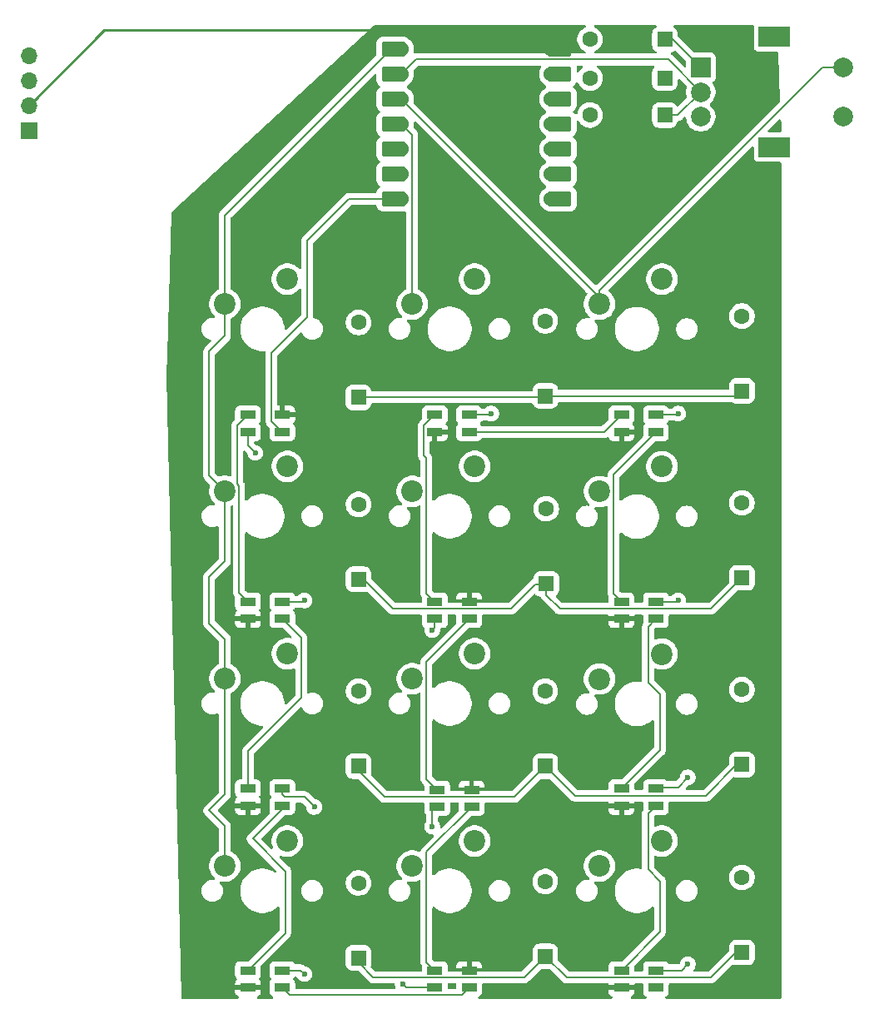
<source format=gbr>
%TF.GenerationSoftware,KiCad,Pcbnew,9.0.7*%
%TF.CreationDate,2026-02-04T22:49:18-05:00*%
%TF.ProjectId,Keypad,4b657970-6164-42e6-9b69-6361645f7063,rev?*%
%TF.SameCoordinates,Original*%
%TF.FileFunction,Copper,L1,Top*%
%TF.FilePolarity,Positive*%
%FSLAX46Y46*%
G04 Gerber Fmt 4.6, Leading zero omitted, Abs format (unit mm)*
G04 Created by KiCad (PCBNEW 9.0.7) date 2026-02-04 22:49:18*
%MOMM*%
%LPD*%
G01*
G04 APERTURE LIST*
G04 Aperture macros list*
%AMRoundRect*
0 Rectangle with rounded corners*
0 $1 Rounding radius*
0 $2 $3 $4 $5 $6 $7 $8 $9 X,Y pos of 4 corners*
0 Add a 4 corners polygon primitive as box body*
4,1,4,$2,$3,$4,$5,$6,$7,$8,$9,$2,$3,0*
0 Add four circle primitives for the rounded corners*
1,1,$1+$1,$2,$3*
1,1,$1+$1,$4,$5*
1,1,$1+$1,$6,$7*
1,1,$1+$1,$8,$9*
0 Add four rect primitives between the rounded corners*
20,1,$1+$1,$2,$3,$4,$5,0*
20,1,$1+$1,$4,$5,$6,$7,0*
20,1,$1+$1,$6,$7,$8,$9,0*
20,1,$1+$1,$8,$9,$2,$3,0*%
G04 Aperture macros list end*
%TA.AperFunction,ComponentPad*%
%ADD10RoundRect,0.250000X0.550000X-0.550000X0.550000X0.550000X-0.550000X0.550000X-0.550000X-0.550000X0*%
%TD*%
%TA.AperFunction,ComponentPad*%
%ADD11C,1.600000*%
%TD*%
%TA.AperFunction,ComponentPad*%
%ADD12C,2.200000*%
%TD*%
%TA.AperFunction,SMDPad,CuDef*%
%ADD13R,1.600000X0.850000*%
%TD*%
%TA.AperFunction,ComponentPad*%
%ADD14R,2.000000X2.000000*%
%TD*%
%TA.AperFunction,ComponentPad*%
%ADD15C,2.000000*%
%TD*%
%TA.AperFunction,ComponentPad*%
%ADD16R,3.200000X2.000000*%
%TD*%
%TA.AperFunction,ComponentPad*%
%ADD17RoundRect,0.250000X0.550000X0.550000X-0.550000X0.550000X-0.550000X-0.550000X0.550000X-0.550000X0*%
%TD*%
%TA.AperFunction,ComponentPad*%
%ADD18R,1.700000X1.700000*%
%TD*%
%TA.AperFunction,ComponentPad*%
%ADD19O,1.700000X1.700000*%
%TD*%
%TA.AperFunction,SMDPad,CuDef*%
%ADD20RoundRect,0.152400X1.063600X0.609600X-1.063600X0.609600X-1.063600X-0.609600X1.063600X-0.609600X0*%
%TD*%
%TA.AperFunction,ComponentPad*%
%ADD21C,1.524000*%
%TD*%
%TA.AperFunction,SMDPad,CuDef*%
%ADD22RoundRect,0.152400X-1.063600X-0.609600X1.063600X-0.609600X1.063600X0.609600X-1.063600X0.609600X0*%
%TD*%
%TA.AperFunction,ViaPad*%
%ADD23C,0.600000*%
%TD*%
%TA.AperFunction,Conductor*%
%ADD24C,0.200000*%
%TD*%
%TA.AperFunction,Conductor*%
%ADD25C,1.000000*%
%TD*%
%TA.AperFunction,Conductor*%
%ADD26C,0.254000*%
%TD*%
G04 APERTURE END LIST*
D10*
%TO.P,D6,1,K*%
%TO.N,Net-(D10-K)*%
X139500000Y-133850000D03*
D11*
%TO.P,D6,2,A*%
%TO.N,Net-(D6-A)*%
X139500000Y-126230000D03*
%TD*%
D12*
%TO.P,SW8,1,1*%
%TO.N,Net-(D8-A)*%
X132300000Y-84310000D03*
%TO.P,SW8,2,2*%
%TO.N,Net-(DB1-A)*%
X125950000Y-86850000D03*
%TD*%
D10*
%TO.P,D10,1,K*%
%TO.N,Net-(D10-K)*%
X159500000Y-133700000D03*
D11*
%TO.P,D10,2,A*%
%TO.N,Net-(D10-A)*%
X159500000Y-126080000D03*
%TD*%
D13*
%TO.P,LED2,1,DOUT*%
%TO.N,Net-(LED1-DIN)*%
X112750000Y-137875000D03*
%TO.P,LED2,2,VSS*%
%TO.N,GND*%
X112750000Y-136125000D03*
%TO.P,LED2,3,DIN*%
%TO.N,Net-(LED2-DIN)*%
X109250000Y-136125000D03*
%TO.P,LED2,4,VDD*%
%TO.N,+5V*%
X109250000Y-137875000D03*
%TD*%
%TO.P,LED9,1,DOUT*%
%TO.N,unconnected-(LED9-DOUT-Pad1)*%
X150750000Y-156375000D03*
%TO.P,LED9,2,VSS*%
%TO.N,GND*%
X150750000Y-154625000D03*
%TO.P,LED9,3,DIN*%
%TO.N,Net-(LED10-DOUT)*%
X147250000Y-154625000D03*
%TO.P,LED9,4,VDD*%
%TO.N,+5V*%
X147250000Y-156375000D03*
%TD*%
D14*
%TO.P,SW0,A,A*%
%TO.N,Net-(DA1-K)*%
X155310000Y-62800000D03*
D15*
%TO.P,SW0,B,B*%
%TO.N,Net-(DB1-K)*%
X155310000Y-67800000D03*
%TO.P,SW0,C,C*%
%TO.N,Net-(DC1-K)*%
X155310000Y-65300000D03*
D16*
%TO.P,SW0,MP*%
%TO.N,N/C*%
X162810000Y-59700000D03*
X162810000Y-70900000D03*
D15*
%TO.P,SW0,S1,S1*%
%TO.N,Net-(DC1-A)*%
X169810000Y-67800000D03*
%TO.P,SW0,S2,S2*%
%TO.N,Net-(U1-GPIO28{slash}ADC2{slash}A2)*%
X169810000Y-62800000D03*
%TD*%
D17*
%TO.P,DC1,1,K*%
%TO.N,Net-(DC1-K)*%
X151660000Y-67640000D03*
D11*
%TO.P,DC1,2,A*%
%TO.N,Net-(DC1-A)*%
X144040000Y-67640000D03*
%TD*%
D10*
%TO.P,D11,1,K*%
%TO.N,Net-(D11-K)*%
X159500000Y-114700000D03*
D11*
%TO.P,D11,2,A*%
%TO.N,Net-(D11-A)*%
X159500000Y-107080000D03*
%TD*%
D17*
%TO.P,DB1,1,K*%
%TO.N,Net-(DB1-K)*%
X151660000Y-63880000D03*
D11*
%TO.P,DB1,2,A*%
%TO.N,Net-(DB1-A)*%
X144040000Y-63880000D03*
%TD*%
D13*
%TO.P,LED8,1,DOUT*%
%TO.N,Net-(LED11-DIN)*%
X131750000Y-99875000D03*
%TO.P,LED8,2,VSS*%
%TO.N,GND*%
X131750000Y-98125000D03*
%TO.P,LED8,3,DIN*%
%TO.N,Net-(LED7-DOUT)*%
X128250000Y-98125000D03*
%TO.P,LED8,4,VDD*%
%TO.N,+5V*%
X128250000Y-99875000D03*
%TD*%
D10*
%TO.P,D9,1,K*%
%TO.N,Net-(D1-K)*%
X159500000Y-152800000D03*
D11*
%TO.P,D9,2,A*%
%TO.N,Net-(D9-A)*%
X159500000Y-145180000D03*
%TD*%
D10*
%TO.P,D5,1,K*%
%TO.N,Net-(D1-K)*%
X139500000Y-153200000D03*
D11*
%TO.P,D5,2,A*%
%TO.N,Net-(D5-A)*%
X139500000Y-145580000D03*
%TD*%
D13*
%TO.P,LED5,1,DOUT*%
%TO.N,Net-(LED5-DOUT)*%
X128250000Y-154625000D03*
%TO.P,LED5,2,VSS*%
%TO.N,GND*%
X128250000Y-156375000D03*
%TO.P,LED5,3,DIN*%
%TO.N,Net-(LED1-DOUT)*%
X131750000Y-156375000D03*
%TO.P,LED5,4,VDD*%
%TO.N,+5V*%
X131750000Y-154625000D03*
%TD*%
D12*
%TO.P,SW4,1,1*%
%TO.N,Net-(D4-A)*%
X113250000Y-84310000D03*
%TO.P,SW4,2,2*%
%TO.N,Net-(DA1-A)*%
X106900000Y-86850000D03*
%TD*%
D10*
%TO.P,D7,1,K*%
%TO.N,Net-(D11-K)*%
X139600000Y-115300000D03*
D11*
%TO.P,D7,2,A*%
%TO.N,Net-(D7-A)*%
X139600000Y-107680000D03*
%TD*%
D12*
%TO.P,SW9,1,1*%
%TO.N,Net-(D9-A)*%
X151350000Y-141460000D03*
%TO.P,SW9,2,2*%
%TO.N,Net-(U1-GPIO28{slash}ADC2{slash}A2)*%
X145000000Y-144000000D03*
%TD*%
%TO.P,SW2,1,1*%
%TO.N,Net-(D2-A)*%
X113250000Y-122410000D03*
%TO.P,SW2,2,2*%
%TO.N,Net-(DA1-A)*%
X106900000Y-124950000D03*
%TD*%
D13*
%TO.P,LED3,1,DOUT*%
%TO.N,Net-(LED2-DIN)*%
X112750000Y-118875000D03*
%TO.P,LED3,2,VSS*%
%TO.N,GND*%
X112750000Y-117125000D03*
%TO.P,LED3,3,DIN*%
%TO.N,Net-(LED3-DIN)*%
X109250000Y-117125000D03*
%TO.P,LED3,4,VDD*%
%TO.N,+5V*%
X109250000Y-118875000D03*
%TD*%
%TO.P,LED12,1,DOUT*%
%TO.N,Net-(LED10-DIN)*%
X150750000Y-118875000D03*
%TO.P,LED12,2,VSS*%
%TO.N,GND*%
X150750000Y-117125000D03*
%TO.P,LED12,3,DIN*%
%TO.N,Net-(LED11-DOUT)*%
X147250000Y-117125000D03*
%TO.P,LED12,4,VDD*%
%TO.N,+5V*%
X147250000Y-118875000D03*
%TD*%
D10*
%TO.P,D12,1,K*%
%TO.N,Net-(D12-K)*%
X159500000Y-95700000D03*
D11*
%TO.P,D12,2,A*%
%TO.N,Net-(D12-A)*%
X159500000Y-88080000D03*
%TD*%
D10*
%TO.P,D4,1,K*%
%TO.N,Net-(D12-K)*%
X120500000Y-96350000D03*
D11*
%TO.P,D4,2,A*%
%TO.N,Net-(D4-A)*%
X120500000Y-88730000D03*
%TD*%
D12*
%TO.P,SW10,1,1*%
%TO.N,Net-(D10-A)*%
X151350000Y-122450000D03*
%TO.P,SW10,2,2*%
%TO.N,Net-(U1-GPIO28{slash}ADC2{slash}A2)*%
X145000000Y-124990000D03*
%TD*%
%TO.P,SW12,1,1*%
%TO.N,Net-(D12-A)*%
X151360000Y-84320000D03*
%TO.P,SW12,2,2*%
%TO.N,Net-(U1-GPIO28{slash}ADC2{slash}A2)*%
X145010000Y-86860000D03*
%TD*%
D13*
%TO.P,LED7,1,DOUT*%
%TO.N,Net-(LED7-DOUT)*%
X128250000Y-117125000D03*
%TO.P,LED7,2,VSS*%
%TO.N,GND*%
X128250000Y-118875000D03*
%TO.P,LED7,3,DIN*%
%TO.N,Net-(LED6-DOUT)*%
X131750000Y-118875000D03*
%TO.P,LED7,4,VDD*%
%TO.N,+5V*%
X131750000Y-117125000D03*
%TD*%
D12*
%TO.P,SW1,1,1*%
%TO.N,Net-(D1-A)*%
X113250000Y-141460000D03*
%TO.P,SW1,2,2*%
%TO.N,Net-(DA1-A)*%
X106900000Y-144000000D03*
%TD*%
D10*
%TO.P,D3,1,K*%
%TO.N,Net-(D11-K)*%
X120500000Y-114850000D03*
D11*
%TO.P,D3,2,A*%
%TO.N,Net-(D3-A)*%
X120500000Y-107230000D03*
%TD*%
D13*
%TO.P,LED6,1,DOUT*%
%TO.N,Net-(LED6-DOUT)*%
X128500000Y-136250000D03*
%TO.P,LED6,2,VSS*%
%TO.N,GND*%
X128500000Y-138000000D03*
%TO.P,LED6,3,DIN*%
%TO.N,Net-(LED5-DOUT)*%
X132000000Y-138000000D03*
%TO.P,LED6,4,VDD*%
%TO.N,+5V*%
X132000000Y-136250000D03*
%TD*%
D18*
%TO.P,O1,1,Pin_1*%
%TO.N,GND*%
X87000000Y-69195000D03*
D19*
%TO.P,O1,2,Pin_2*%
%TO.N,+5V*%
X87000000Y-66655000D03*
%TO.P,O1,3,Pin_3*%
%TO.N,Net-(O1-Pin_3)*%
X87000000Y-64115000D03*
%TO.P,O1,4,Pin_4*%
%TO.N,Net-(O1-Pin_4)*%
X87000000Y-61575000D03*
%TD*%
D13*
%TO.P,LED4,1,DOUT*%
%TO.N,Net-(LED3-DIN)*%
X109250000Y-98125000D03*
%TO.P,LED4,2,VSS*%
%TO.N,GND*%
X109250000Y-99875000D03*
%TO.P,LED4,3,DIN*%
%TO.N,Net-(LED4-DIN)*%
X112750000Y-99875000D03*
%TO.P,LED4,4,VDD*%
%TO.N,+5V*%
X112750000Y-98125000D03*
%TD*%
D10*
%TO.P,D2,1,K*%
%TO.N,Net-(D10-K)*%
X120500000Y-133850000D03*
D11*
%TO.P,D2,2,A*%
%TO.N,Net-(D2-A)*%
X120500000Y-126230000D03*
%TD*%
D10*
%TO.P,D8,1,K*%
%TO.N,Net-(D12-K)*%
X139500000Y-96200000D03*
D11*
%TO.P,D8,2,A*%
%TO.N,Net-(D8-A)*%
X139500000Y-88580000D03*
%TD*%
D10*
%TO.P,D1,1,K*%
%TO.N,Net-(D1-K)*%
X120500000Y-153350000D03*
D11*
%TO.P,D1,2,A*%
%TO.N,Net-(D1-A)*%
X120500000Y-145730000D03*
%TD*%
D12*
%TO.P,SW7,1,1*%
%TO.N,Net-(D7-A)*%
X132300000Y-103360000D03*
%TO.P,SW7,2,2*%
%TO.N,Net-(DB1-A)*%
X125950000Y-105900000D03*
%TD*%
D13*
%TO.P,LED1,1,DOUT*%
%TO.N,Net-(LED1-DOUT)*%
X112750000Y-156375000D03*
%TO.P,LED1,2,VSS*%
%TO.N,GND*%
X112750000Y-154625000D03*
%TO.P,LED1,3,DIN*%
%TO.N,Net-(LED1-DIN)*%
X109250000Y-154625000D03*
%TO.P,LED1,4,VDD*%
%TO.N,+5V*%
X109250000Y-156375000D03*
%TD*%
D12*
%TO.P,SW11,1,1*%
%TO.N,Net-(D11-A)*%
X151350000Y-103390000D03*
%TO.P,SW11,2,2*%
%TO.N,Net-(U1-GPIO28{slash}ADC2{slash}A2)*%
X145000000Y-105930000D03*
%TD*%
D17*
%TO.P,DA1,1,K*%
%TO.N,Net-(DA1-K)*%
X151660000Y-59950000D03*
D11*
%TO.P,DA1,2,A*%
%TO.N,Net-(DA1-A)*%
X144040000Y-59950000D03*
%TD*%
D20*
%TO.P,U1,1,GPIO26/ADC0/A0*%
%TO.N,Net-(DA1-A)*%
X124045000Y-60928500D03*
D21*
X124880000Y-60928500D03*
D20*
%TO.P,U1,2,GPIO27/ADC1/A1*%
%TO.N,Net-(DC1-K)*%
X124045000Y-63468500D03*
D21*
X124880000Y-63468500D03*
D20*
%TO.P,U1,3,GPIO28/ADC2/A2*%
%TO.N,Net-(U1-GPIO28{slash}ADC2{slash}A2)*%
X124045000Y-66008500D03*
D21*
X124880000Y-66008500D03*
D20*
%TO.P,U1,4,GPIO29/ADC3/A3*%
%TO.N,Net-(DB1-A)*%
X124045000Y-68548500D03*
D21*
X124880000Y-68548500D03*
D20*
%TO.P,U1,5,GPIO6/SDA*%
%TO.N,Net-(O1-Pin_4)*%
X124045000Y-71088500D03*
D21*
X124880000Y-71088500D03*
D20*
%TO.P,U1,6,GPIO7/SCL*%
%TO.N,Net-(O1-Pin_3)*%
X124045000Y-73628500D03*
D21*
X124880000Y-73628500D03*
D20*
%TO.P,U1,7,GPIO0/TX*%
%TO.N,Net-(LED4-DIN)*%
X124045000Y-76168500D03*
D21*
X124880000Y-76168500D03*
%TO.P,U1,8,GPIO1/RX*%
%TO.N,Net-(D12-K)*%
X140120000Y-76168500D03*
D22*
X140955000Y-76168500D03*
D21*
%TO.P,U1,9,GPIO2/SCK*%
%TO.N,Net-(D11-K)*%
X140120000Y-73628500D03*
D22*
X140955000Y-73628500D03*
D21*
%TO.P,U1,10,GPIO4/MISO*%
%TO.N,Net-(D10-K)*%
X140120000Y-71088500D03*
D22*
X140955000Y-71088500D03*
D21*
%TO.P,U1,11,GPIO3/MOSI*%
%TO.N,Net-(D1-K)*%
X140120000Y-68548500D03*
D22*
X140955000Y-68548500D03*
D21*
%TO.P,U1,12,3V3*%
%TO.N,unconnected-(U1-3V3-Pad12)_1*%
X140120000Y-66008500D03*
D22*
%TO.N,unconnected-(U1-3V3-Pad12)*%
X140955000Y-66008500D03*
D21*
%TO.P,U1,13,GND*%
%TO.N,GND*%
X140120000Y-63468500D03*
D22*
X140955000Y-63468500D03*
D21*
%TO.P,U1,14,VBUS*%
%TO.N,+5V*%
X140120000Y-60928500D03*
D22*
X140955000Y-60928500D03*
%TD*%
D13*
%TO.P,LED10,1,DOUT*%
%TO.N,Net-(LED10-DOUT)*%
X150750000Y-137875000D03*
%TO.P,LED10,2,VSS*%
%TO.N,GND*%
X150750000Y-136125000D03*
%TO.P,LED10,3,DIN*%
%TO.N,Net-(LED10-DIN)*%
X147250000Y-136125000D03*
%TO.P,LED10,4,VDD*%
%TO.N,+5V*%
X147250000Y-137875000D03*
%TD*%
D12*
%TO.P,SW6,1,1*%
%TO.N,Net-(D6-A)*%
X132300000Y-122410000D03*
%TO.P,SW6,2,2*%
%TO.N,Net-(DB1-A)*%
X125950000Y-124950000D03*
%TD*%
D13*
%TO.P,LED11,1,DOUT*%
%TO.N,Net-(LED11-DOUT)*%
X150750000Y-99875000D03*
%TO.P,LED11,2,VSS*%
%TO.N,GND*%
X150750000Y-98125000D03*
%TO.P,LED11,3,DIN*%
%TO.N,Net-(LED11-DIN)*%
X147250000Y-98125000D03*
%TO.P,LED11,4,VDD*%
%TO.N,+5V*%
X147250000Y-99875000D03*
%TD*%
D12*
%TO.P,SW3,1,1*%
%TO.N,Net-(D3-A)*%
X113250000Y-103360000D03*
%TO.P,SW3,2,2*%
%TO.N,Net-(DA1-A)*%
X106900000Y-105900000D03*
%TD*%
%TO.P,SW5,1,1*%
%TO.N,Net-(D5-A)*%
X132300000Y-141460000D03*
%TO.P,SW5,2,2*%
%TO.N,Net-(DB1-A)*%
X125950000Y-144000000D03*
%TD*%
D23*
%TO.N,GND*%
X110000000Y-102000000D03*
X128000000Y-120000000D03*
X116000000Y-138000000D03*
X154000000Y-135000000D03*
X134000000Y-98000000D03*
X153000000Y-117000000D03*
X115000000Y-155000000D03*
X128000000Y-140000000D03*
X153000000Y-98000000D03*
X125000000Y-156000000D03*
X154000000Y-154000000D03*
X115000000Y-117000000D03*
%TO.N,+5V*%
X136000000Y-120000000D03*
X141000000Y-138000000D03*
X143000000Y-154000000D03*
X135000000Y-116000000D03*
X143000000Y-135000000D03*
X140000000Y-156000000D03*
%TD*%
D24*
%TO.N,GND*%
X113000000Y-137000000D02*
X115000000Y-137000000D01*
X112750000Y-136750000D02*
X113000000Y-137000000D01*
X125375000Y-156375000D02*
X125000000Y-156000000D01*
X152875000Y-98125000D02*
X153000000Y-98000000D01*
X128000000Y-120000000D02*
X128250000Y-119750000D01*
X112750000Y-154625000D02*
X114625000Y-154625000D01*
X152875000Y-117125000D02*
X153000000Y-117000000D01*
X150750000Y-98125000D02*
X152875000Y-98125000D01*
X114875000Y-117125000D02*
X115000000Y-117000000D01*
X150875000Y-136125000D02*
X151000000Y-136000000D01*
X150750000Y-154625000D02*
X153375000Y-154625000D01*
X153375000Y-154625000D02*
X154000000Y-154000000D01*
X150750000Y-117125000D02*
X152875000Y-117125000D01*
X131750000Y-98125000D02*
X133875000Y-98125000D01*
X109250000Y-99875000D02*
X109250000Y-101250000D01*
X150750000Y-136125000D02*
X150875000Y-136125000D01*
X153000000Y-136000000D02*
X154000000Y-135000000D01*
X128250000Y-119750000D02*
X128250000Y-118875000D01*
X128250000Y-156375000D02*
X125375000Y-156375000D01*
X133875000Y-98125000D02*
X134000000Y-98000000D01*
X151000000Y-136000000D02*
X153000000Y-136000000D01*
X114625000Y-154625000D02*
X115000000Y-155000000D01*
X109250000Y-101250000D02*
X110000000Y-102000000D01*
X112750000Y-136125000D02*
X112750000Y-136750000D01*
X115000000Y-137000000D02*
X116000000Y-138000000D01*
X112750000Y-117125000D02*
X114875000Y-117125000D01*
X128500000Y-138000000D02*
X128000000Y-138000000D01*
X128000000Y-138000000D02*
X128000000Y-140000000D01*
D25*
%TO.N,+5V*%
X144000000Y-134000000D02*
X143000000Y-135000000D01*
X144000000Y-133000000D02*
X144000000Y-134000000D01*
D26*
X87000000Y-66655000D02*
X94655000Y-59000000D01*
X137000000Y-59000000D02*
X138928500Y-60928500D01*
D25*
X135000000Y-115000000D02*
X135000000Y-116000000D01*
X134000000Y-114000000D02*
X135000000Y-115000000D01*
X144000000Y-153000000D02*
X143000000Y-154000000D01*
D26*
X94655000Y-59000000D02*
X137000000Y-59000000D01*
X138928500Y-60928500D02*
X140120000Y-60928500D01*
D24*
%TO.N,Net-(D1-K)*%
X141651000Y-155351000D02*
X156349000Y-155351000D01*
X120500000Y-153850000D02*
X122001000Y-155351000D01*
X120500000Y-153350000D02*
X120500000Y-153850000D01*
X139500000Y-153200000D02*
X141651000Y-155351000D01*
X158900000Y-152800000D02*
X159500000Y-152800000D01*
X156349000Y-155351000D02*
X158900000Y-152800000D01*
X137349000Y-155351000D02*
X139500000Y-153200000D01*
X122001000Y-155351000D02*
X137349000Y-155351000D01*
%TO.N,Net-(DA1-A)*%
X106900000Y-90100000D02*
X105300000Y-91700000D01*
X106900000Y-136750000D02*
X105300000Y-138350000D01*
X106900000Y-113000000D02*
X105300000Y-114600000D01*
X106900000Y-86850000D02*
X106900000Y-77830870D01*
X106900000Y-86850000D02*
X106900000Y-90100000D01*
X105300000Y-114600000D02*
X105300000Y-119350000D01*
X106900000Y-124950000D02*
X106900000Y-136750000D01*
X123802370Y-60928500D02*
X124880000Y-60928500D01*
X106900000Y-120950000D02*
X105300000Y-119350000D01*
X106900000Y-139950000D02*
X105300000Y-138350000D01*
X106900000Y-124950000D02*
X106900000Y-120950000D01*
X105300000Y-91700000D02*
X105300000Y-104300000D01*
X106900000Y-77830870D02*
X123802370Y-60928500D01*
X105300000Y-104300000D02*
X106900000Y-105900000D01*
X106900000Y-144000000D02*
X106900000Y-139950000D01*
X106900000Y-105900000D02*
X106900000Y-113000000D01*
%TO.N,Net-(D10-K)*%
X136374000Y-136976000D02*
X139500000Y-133850000D01*
X120500000Y-134350000D02*
X123126000Y-136976000D01*
X123126000Y-136976000D02*
X136374000Y-136976000D01*
X142501000Y-136851000D02*
X139500000Y-133850000D01*
X155849000Y-136851000D02*
X159000000Y-133700000D01*
X159000000Y-133700000D02*
X159500000Y-133700000D01*
X155849000Y-136851000D02*
X142501000Y-136851000D01*
X120500000Y-133850000D02*
X120500000Y-134350000D01*
%TO.N,Net-(D11-K)*%
X138500000Y-115350000D02*
X135999000Y-117851000D01*
X141001000Y-117851000D02*
X139600000Y-116450000D01*
X121000000Y-114850000D02*
X120500000Y-114850000D01*
X124001000Y-117851000D02*
X121000000Y-114850000D01*
X139600000Y-116450000D02*
X139600000Y-115300000D01*
X135999000Y-117851000D02*
X124001000Y-117851000D01*
X139550000Y-115350000D02*
X138500000Y-115350000D01*
X156349000Y-117851000D02*
X141001000Y-117851000D01*
X139600000Y-115300000D02*
X139550000Y-115350000D01*
X159500000Y-114700000D02*
X156349000Y-117851000D01*
%TO.N,Net-(D12-K)*%
X139350000Y-96350000D02*
X139500000Y-96200000D01*
X139500000Y-96200000D02*
X159000000Y-96200000D01*
X159000000Y-96200000D02*
X159500000Y-95700000D01*
X120500000Y-96350000D02*
X139350000Y-96350000D01*
%TO.N,Net-(DA1-K)*%
X151660000Y-59950000D02*
X152460000Y-59950000D01*
X152460000Y-59950000D02*
X155310000Y-62800000D01*
%TO.N,Net-(DB1-A)*%
X124880000Y-68548500D02*
X125950000Y-69618500D01*
X125950000Y-69618500D02*
X125950000Y-86850000D01*
%TO.N,Net-(DC1-K)*%
X152001500Y-61991500D02*
X155310000Y-65300000D01*
X126357000Y-61991500D02*
X152001500Y-61991500D01*
X152970000Y-67640000D02*
X155310000Y-65300000D01*
X151660000Y-67640000D02*
X152970000Y-67640000D01*
X124880000Y-63468500D02*
X126357000Y-61991500D01*
%TO.N,Net-(U1-GPIO28{slash}ADC2{slash}A2)*%
X167708000Y-62800000D02*
X145010000Y-85498000D01*
X145010000Y-86138500D02*
X145010000Y-86860000D01*
X145010000Y-85498000D02*
X145010000Y-86860000D01*
X124880000Y-66008500D02*
X145010000Y-86138500D01*
X169810000Y-62800000D02*
X167708000Y-62800000D01*
%TO.N,Net-(LED1-DIN)*%
X109736184Y-141238816D02*
X113061000Y-144563632D01*
X113061000Y-150814000D02*
X109250000Y-154625000D01*
X113061000Y-144563632D02*
X113061000Y-150814000D01*
X112750000Y-138225000D02*
X109736184Y-141238816D01*
X112750000Y-137875000D02*
X112750000Y-138225000D01*
%TO.N,Net-(LED1-DOUT)*%
X112750000Y-156375000D02*
X113476000Y-157101000D01*
X131024000Y-157101000D02*
X131750000Y-156375000D01*
X113476000Y-157101000D02*
X131024000Y-157101000D01*
%TO.N,Net-(LED5-DOUT)*%
X127409000Y-153784000D02*
X127409000Y-142591000D01*
X131600000Y-138350000D02*
X132300000Y-138350000D01*
X127409000Y-142591000D02*
X132000000Y-138000000D01*
X128250000Y-154625000D02*
X127409000Y-153784000D01*
%TO.N,Net-(LED6-DOUT)*%
X127409000Y-135159000D02*
X128500000Y-136250000D01*
X127409000Y-123216000D02*
X127409000Y-135159000D01*
X131750000Y-118875000D02*
X127409000Y-123216000D01*
%TO.N,Net-(LED7-DOUT)*%
X127409000Y-102543000D02*
X127149000Y-102283000D01*
X127149000Y-102283000D02*
X127149000Y-99226000D01*
X128250000Y-117125000D02*
X127409000Y-116284000D01*
X127149000Y-99226000D02*
X128250000Y-98125000D01*
X127409000Y-116284000D02*
X127409000Y-102543000D01*
%TO.N,Net-(LED10-DIN)*%
X150750000Y-118875000D02*
X149949000Y-119676000D01*
X151161000Y-132214000D02*
X147250000Y-136125000D01*
X149949000Y-125344184D02*
X151161000Y-126556184D01*
X149949000Y-119676000D02*
X149949000Y-125344184D01*
X151161000Y-126556184D02*
X151161000Y-132214000D01*
%TO.N,Net-(LED10-DOUT)*%
X149949000Y-138676000D02*
X149949000Y-144354184D01*
X149949000Y-144354184D02*
X151161000Y-145566184D01*
X150750000Y-137875000D02*
X149949000Y-138676000D01*
X151161000Y-145566184D02*
X151161000Y-150714000D01*
X151161000Y-150714000D02*
X147250000Y-154625000D01*
%TO.N,Net-(LED11-DIN)*%
X145500000Y-99875000D02*
X147250000Y-98125000D01*
X131750000Y-99875000D02*
X145500000Y-99875000D01*
%TO.N,Net-(LED11-DOUT)*%
X146459000Y-116334000D02*
X146459000Y-104166000D01*
X147250000Y-117125000D02*
X146459000Y-116334000D01*
X146459000Y-104166000D02*
X150750000Y-99875000D01*
%TO.N,Net-(LED2-DIN)*%
X114651000Y-120776000D02*
X114651000Y-126930530D01*
X114651000Y-126930530D02*
X109250000Y-132331530D01*
X112750000Y-118875000D02*
X114651000Y-120776000D01*
X109250000Y-132331530D02*
X109250000Y-136125000D01*
%TO.N,Net-(LED3-DIN)*%
X108149000Y-99226000D02*
X108149000Y-105167686D01*
X108149000Y-105167686D02*
X108359000Y-105377686D01*
X109250000Y-98125000D02*
X108149000Y-99226000D01*
X108359000Y-116234000D02*
X109250000Y-117125000D01*
X108359000Y-105377686D02*
X108359000Y-116234000D01*
%TO.N,Net-(LED4-DIN)*%
X119515000Y-76168500D02*
X115292530Y-80390970D01*
X115292530Y-88189000D02*
X111649000Y-91832530D01*
X115292530Y-80390970D02*
X115292530Y-88189000D01*
X124880000Y-76168500D02*
X119515000Y-76168500D01*
X111649000Y-91832530D02*
X111649000Y-98774000D01*
X111649000Y-98774000D02*
X112750000Y-99875000D01*
%TD*%
%TA.AperFunction,Conductor*%
%TO.N,+5V*%
G36*
X143576732Y-58520185D02*
G01*
X143622487Y-58572989D01*
X143632431Y-58642147D01*
X143603406Y-58705703D01*
X143548013Y-58742430D01*
X143543506Y-58743894D01*
X143540777Y-58744781D01*
X143358386Y-58837715D01*
X143192786Y-58958028D01*
X143048028Y-59102786D01*
X142927715Y-59268386D01*
X142834781Y-59450776D01*
X142771522Y-59645465D01*
X142739500Y-59847648D01*
X142739500Y-60052351D01*
X142771522Y-60254534D01*
X142834781Y-60449223D01*
X142927715Y-60631613D01*
X143048028Y-60797213D01*
X143192786Y-60941971D01*
X143311006Y-61027861D01*
X143358390Y-61062287D01*
X143498147Y-61133497D01*
X143543322Y-61156515D01*
X143594118Y-61204490D01*
X143610913Y-61272311D01*
X143588375Y-61338446D01*
X143533660Y-61381897D01*
X143487027Y-61391000D01*
X126277940Y-61391000D01*
X126256737Y-61396681D01*
X126186887Y-61395016D01*
X126129026Y-61355851D01*
X126101524Y-61291621D01*
X126106719Y-61238582D01*
X126111412Y-61224138D01*
X126111413Y-61224136D01*
X126142500Y-61027861D01*
X126142500Y-60829139D01*
X126111413Y-60632864D01*
X126050005Y-60443868D01*
X126050005Y-60443867D01*
X125959786Y-60266805D01*
X125950871Y-60254534D01*
X125842981Y-60106036D01*
X125702464Y-59965519D01*
X125622938Y-59907740D01*
X125608147Y-59895108D01*
X125511947Y-59798908D01*
X125511946Y-59798907D01*
X125511943Y-59798905D01*
X125369957Y-59714935D01*
X125369954Y-59714934D01*
X125211552Y-59668913D01*
X125211546Y-59668912D01*
X125174541Y-59666000D01*
X125174534Y-59666000D01*
X122915466Y-59666000D01*
X122915458Y-59666000D01*
X122878453Y-59668912D01*
X122878447Y-59668913D01*
X122720045Y-59714934D01*
X122720042Y-59714935D01*
X122578056Y-59798905D01*
X122578047Y-59798912D01*
X122461412Y-59915547D01*
X122461405Y-59915556D01*
X122377435Y-60057542D01*
X122377434Y-60057545D01*
X122331413Y-60215947D01*
X122331412Y-60215953D01*
X122328500Y-60252958D01*
X122328500Y-61501772D01*
X122308815Y-61568811D01*
X122292181Y-61589453D01*
X106419481Y-77462152D01*
X106419479Y-77462155D01*
X106369361Y-77548964D01*
X106369359Y-77548966D01*
X106340425Y-77599079D01*
X106340424Y-77599080D01*
X106340423Y-77599085D01*
X106299499Y-77751813D01*
X106299499Y-77751815D01*
X106299499Y-77919916D01*
X106299500Y-77919929D01*
X106299500Y-85283699D01*
X106279815Y-85350738D01*
X106231795Y-85394184D01*
X106061151Y-85481132D01*
X105857350Y-85629201D01*
X105857345Y-85629205D01*
X105679205Y-85807345D01*
X105679201Y-85807350D01*
X105531132Y-86011151D01*
X105416760Y-86235616D01*
X105338910Y-86475214D01*
X105299500Y-86724038D01*
X105299500Y-86975961D01*
X105338910Y-87224785D01*
X105416760Y-87464383D01*
X105531132Y-87688848D01*
X105679201Y-87892649D01*
X105679205Y-87892654D01*
X105679207Y-87892656D01*
X105857344Y-88070793D01*
X105857345Y-88070794D01*
X105857344Y-88070794D01*
X105863661Y-88075383D01*
X105906327Y-88130714D01*
X105912305Y-88200327D01*
X105879699Y-88262122D01*
X105818860Y-88296479D01*
X105771378Y-88298174D01*
X105716611Y-88289500D01*
X105543389Y-88289500D01*
X105514567Y-88294065D01*
X105372302Y-88316597D01*
X105207552Y-88370128D01*
X105053211Y-88448768D01*
X105037064Y-88460500D01*
X104913072Y-88550586D01*
X104913070Y-88550588D01*
X104913069Y-88550588D01*
X104790588Y-88673069D01*
X104790588Y-88673070D01*
X104790586Y-88673072D01*
X104746859Y-88733256D01*
X104688768Y-88813211D01*
X104610128Y-88967552D01*
X104556597Y-89132302D01*
X104529500Y-89303389D01*
X104529500Y-89476610D01*
X104544603Y-89571971D01*
X104556598Y-89647701D01*
X104610127Y-89812445D01*
X104688768Y-89966788D01*
X104790586Y-90106928D01*
X104913072Y-90229414D01*
X105053212Y-90331232D01*
X105207555Y-90409873D01*
X105372299Y-90463402D01*
X105394563Y-90466928D01*
X105403917Y-90468410D01*
X105467052Y-90498339D01*
X105503983Y-90557651D01*
X105502985Y-90627513D01*
X105472200Y-90678564D01*
X104819481Y-91331282D01*
X104819480Y-91331284D01*
X104772450Y-91412743D01*
X104740423Y-91468215D01*
X104699499Y-91620943D01*
X104699499Y-91620945D01*
X104699499Y-91789046D01*
X104699500Y-91789059D01*
X104699500Y-104213330D01*
X104699499Y-104213348D01*
X104699499Y-104379054D01*
X104699498Y-104379054D01*
X104705821Y-104402649D01*
X104740423Y-104531785D01*
X104768092Y-104579709D01*
X104768092Y-104579710D01*
X104819475Y-104668709D01*
X104819481Y-104668717D01*
X104938349Y-104787585D01*
X104938355Y-104787590D01*
X105367840Y-105217076D01*
X105401325Y-105278399D01*
X105398090Y-105343075D01*
X105338910Y-105525210D01*
X105338910Y-105525213D01*
X105334158Y-105555215D01*
X105299500Y-105774038D01*
X105299500Y-106025962D01*
X105304252Y-106055962D01*
X105338910Y-106274785D01*
X105416760Y-106514383D01*
X105457716Y-106594762D01*
X105530928Y-106738449D01*
X105531132Y-106738848D01*
X105679201Y-106942649D01*
X105679205Y-106942654D01*
X105679207Y-106942656D01*
X105857344Y-107120793D01*
X105857345Y-107120794D01*
X105857344Y-107120794D01*
X105863661Y-107125383D01*
X105906327Y-107180714D01*
X105912305Y-107250327D01*
X105879699Y-107312122D01*
X105818860Y-107346479D01*
X105771378Y-107348174D01*
X105716611Y-107339500D01*
X105543389Y-107339500D01*
X105503728Y-107345781D01*
X105372302Y-107366597D01*
X105207552Y-107420128D01*
X105053211Y-107498768D01*
X105003984Y-107534534D01*
X104913072Y-107600586D01*
X104913070Y-107600588D01*
X104913069Y-107600588D01*
X104790588Y-107723069D01*
X104790588Y-107723070D01*
X104790586Y-107723072D01*
X104762584Y-107761613D01*
X104688768Y-107863211D01*
X104610128Y-108017552D01*
X104556597Y-108182302D01*
X104534393Y-108322494D01*
X104529500Y-108353389D01*
X104529500Y-108526611D01*
X104529596Y-108527219D01*
X104552522Y-108671971D01*
X104556598Y-108697701D01*
X104566344Y-108727697D01*
X104610128Y-108862447D01*
X104688768Y-109016788D01*
X104790586Y-109156928D01*
X104913072Y-109279414D01*
X105053212Y-109381232D01*
X105207555Y-109459873D01*
X105372299Y-109513402D01*
X105543389Y-109540500D01*
X105543390Y-109540500D01*
X105716610Y-109540500D01*
X105716611Y-109540500D01*
X105887701Y-109513402D01*
X106052445Y-109459873D01*
X106119206Y-109425856D01*
X106187874Y-109412961D01*
X106252615Y-109439237D01*
X106292872Y-109496344D01*
X106299500Y-109536342D01*
X106299500Y-112699902D01*
X106279815Y-112766941D01*
X106263181Y-112787583D01*
X104819481Y-114231282D01*
X104819479Y-114231285D01*
X104769361Y-114318094D01*
X104769359Y-114318096D01*
X104740425Y-114368209D01*
X104740424Y-114368210D01*
X104740423Y-114368215D01*
X104699499Y-114520943D01*
X104699499Y-114520945D01*
X104699499Y-114689046D01*
X104699500Y-114689059D01*
X104699500Y-119263330D01*
X104699499Y-119263348D01*
X104699499Y-119429054D01*
X104699498Y-119429054D01*
X104740423Y-119581787D01*
X104749175Y-119596944D01*
X104749174Y-119596944D01*
X104749176Y-119596946D01*
X104819475Y-119718709D01*
X104819481Y-119718717D01*
X104938349Y-119837585D01*
X104938355Y-119837590D01*
X106263181Y-121162416D01*
X106296666Y-121223739D01*
X106299500Y-121250097D01*
X106299500Y-123383699D01*
X106279815Y-123450738D01*
X106231795Y-123494184D01*
X106061151Y-123581132D01*
X105857350Y-123729201D01*
X105857345Y-123729205D01*
X105679205Y-123907345D01*
X105679201Y-123907350D01*
X105531132Y-124111151D01*
X105416760Y-124335616D01*
X105338910Y-124575214D01*
X105306554Y-124779500D01*
X105299500Y-124824038D01*
X105299500Y-125075962D01*
X105329460Y-125265123D01*
X105338910Y-125324785D01*
X105416760Y-125564383D01*
X105462811Y-125654762D01*
X105515642Y-125758449D01*
X105531132Y-125788848D01*
X105679201Y-125992649D01*
X105679205Y-125992654D01*
X105679207Y-125992656D01*
X105857344Y-126170793D01*
X105857345Y-126170794D01*
X105857344Y-126170794D01*
X105863661Y-126175383D01*
X105906327Y-126230714D01*
X105912305Y-126300327D01*
X105879699Y-126362122D01*
X105818860Y-126396479D01*
X105771378Y-126398174D01*
X105716611Y-126389500D01*
X105543389Y-126389500D01*
X105503846Y-126395763D01*
X105372302Y-126416597D01*
X105207552Y-126470128D01*
X105053211Y-126548768D01*
X105011294Y-126579223D01*
X104913072Y-126650586D01*
X104913070Y-126650588D01*
X104913069Y-126650588D01*
X104790588Y-126773069D01*
X104790588Y-126773070D01*
X104790586Y-126773072D01*
X104761526Y-126813070D01*
X104688768Y-126913211D01*
X104610128Y-127067552D01*
X104556597Y-127232302D01*
X104539146Y-127342486D01*
X104529500Y-127403389D01*
X104529500Y-127576611D01*
X104556598Y-127747701D01*
X104610127Y-127912445D01*
X104688768Y-128066788D01*
X104790586Y-128206928D01*
X104913072Y-128329414D01*
X105053212Y-128431232D01*
X105207555Y-128509873D01*
X105372299Y-128563402D01*
X105543389Y-128590500D01*
X105543390Y-128590500D01*
X105716610Y-128590500D01*
X105716611Y-128590500D01*
X105887701Y-128563402D01*
X106052445Y-128509873D01*
X106119206Y-128475856D01*
X106187874Y-128462961D01*
X106252615Y-128489237D01*
X106292872Y-128546344D01*
X106299500Y-128586342D01*
X106299500Y-136449902D01*
X106279815Y-136516941D01*
X106263181Y-136537583D01*
X104931284Y-137869481D01*
X104819483Y-137981281D01*
X104819481Y-137981284D01*
X104740423Y-138118214D01*
X104740423Y-138118215D01*
X104699499Y-138270943D01*
X104699499Y-138270945D01*
X104699499Y-138429054D01*
X104699498Y-138429054D01*
X104729787Y-138542093D01*
X104740423Y-138581785D01*
X104819481Y-138718716D01*
X104819483Y-138718718D01*
X106263181Y-140162416D01*
X106296666Y-140223739D01*
X106299500Y-140250097D01*
X106299500Y-142433699D01*
X106279815Y-142500738D01*
X106231795Y-142544184D01*
X106061151Y-142631132D01*
X105857350Y-142779201D01*
X105857345Y-142779205D01*
X105679205Y-142957345D01*
X105679201Y-142957350D01*
X105531132Y-143161151D01*
X105416760Y-143385616D01*
X105338910Y-143625214D01*
X105338910Y-143625215D01*
X105299500Y-143874038D01*
X105299500Y-144125962D01*
X105323126Y-144275127D01*
X105338910Y-144374785D01*
X105416760Y-144614383D01*
X105450592Y-144680781D01*
X105515642Y-144808449D01*
X105531132Y-144838848D01*
X105679201Y-145042649D01*
X105679205Y-145042654D01*
X105679207Y-145042656D01*
X105857344Y-145220793D01*
X105857345Y-145220794D01*
X105857344Y-145220794D01*
X105863661Y-145225383D01*
X105906327Y-145280714D01*
X105912305Y-145350327D01*
X105879699Y-145412122D01*
X105818860Y-145446479D01*
X105771378Y-145448174D01*
X105716611Y-145439500D01*
X105543389Y-145439500D01*
X105503728Y-145445781D01*
X105372302Y-145466597D01*
X105207552Y-145520128D01*
X105053211Y-145598768D01*
X104989243Y-145645244D01*
X104913072Y-145700586D01*
X104913070Y-145700588D01*
X104913069Y-145700588D01*
X104790588Y-145823069D01*
X104790588Y-145823070D01*
X104790586Y-145823072D01*
X104762584Y-145861613D01*
X104688768Y-145963211D01*
X104610128Y-146117552D01*
X104556597Y-146282302D01*
X104529500Y-146453389D01*
X104529500Y-146626610D01*
X104544603Y-146721971D01*
X104556598Y-146797701D01*
X104610127Y-146962445D01*
X104688768Y-147116788D01*
X104790586Y-147256928D01*
X104913072Y-147379414D01*
X105053212Y-147481232D01*
X105207555Y-147559873D01*
X105372299Y-147613402D01*
X105543389Y-147640500D01*
X105543390Y-147640500D01*
X105716610Y-147640500D01*
X105716611Y-147640500D01*
X105887701Y-147613402D01*
X106052445Y-147559873D01*
X106206788Y-147481232D01*
X106346928Y-147379414D01*
X106469414Y-147256928D01*
X106571232Y-147116788D01*
X106649873Y-146962445D01*
X106703402Y-146797701D01*
X106730500Y-146626611D01*
X106730500Y-146453389D01*
X106703402Y-146282299D01*
X106649873Y-146117555D01*
X106571232Y-145963212D01*
X106469414Y-145823072D01*
X106417482Y-145771140D01*
X106383997Y-145709817D01*
X106388981Y-145640125D01*
X106430853Y-145584192D01*
X106496317Y-145559775D01*
X106524561Y-145560986D01*
X106525212Y-145561089D01*
X106525215Y-145561090D01*
X106774038Y-145600500D01*
X106774039Y-145600500D01*
X107025961Y-145600500D01*
X107025962Y-145600500D01*
X107274785Y-145561090D01*
X107514379Y-145483241D01*
X107738845Y-145368870D01*
X107942656Y-145220793D01*
X108120793Y-145042656D01*
X108268870Y-144838845D01*
X108383241Y-144614379D01*
X108461090Y-144374785D01*
X108500500Y-144125962D01*
X108500500Y-143874038D01*
X108461090Y-143625215D01*
X108383241Y-143385621D01*
X108383239Y-143385618D01*
X108383239Y-143385616D01*
X108341747Y-143304184D01*
X108268870Y-143161155D01*
X108195740Y-143060500D01*
X108120798Y-142957350D01*
X108120794Y-142957345D01*
X107942654Y-142779205D01*
X107942649Y-142779201D01*
X107738848Y-142631132D01*
X107738847Y-142631131D01*
X107738845Y-142631130D01*
X107669186Y-142595637D01*
X107568205Y-142544184D01*
X107517409Y-142496209D01*
X107500500Y-142433699D01*
X107500500Y-140039060D01*
X107500501Y-140039047D01*
X107500501Y-139870944D01*
X107497435Y-139859500D01*
X107459577Y-139718216D01*
X107403350Y-139620827D01*
X107380524Y-139581290D01*
X107380518Y-139581282D01*
X106848735Y-139049499D01*
X106236915Y-138437680D01*
X106203431Y-138376358D01*
X106205470Y-138347844D01*
X107950000Y-138347844D01*
X107956401Y-138407372D01*
X107956403Y-138407379D01*
X108006645Y-138542086D01*
X108006649Y-138542093D01*
X108092809Y-138657187D01*
X108092812Y-138657190D01*
X108207906Y-138743350D01*
X108207913Y-138743354D01*
X108342620Y-138793596D01*
X108342627Y-138793598D01*
X108402155Y-138799999D01*
X108402172Y-138800000D01*
X109000000Y-138800000D01*
X109500000Y-138800000D01*
X110097828Y-138800000D01*
X110097844Y-138799999D01*
X110157372Y-138793598D01*
X110157379Y-138793596D01*
X110292086Y-138743354D01*
X110292093Y-138743350D01*
X110407187Y-138657190D01*
X110407190Y-138657187D01*
X110493350Y-138542093D01*
X110493354Y-138542086D01*
X110543596Y-138407379D01*
X110543598Y-138407372D01*
X110549999Y-138347844D01*
X110550000Y-138347827D01*
X110550000Y-138125000D01*
X109500000Y-138125000D01*
X109500000Y-138800000D01*
X109000000Y-138800000D01*
X109000000Y-138125000D01*
X107950000Y-138125000D01*
X107950000Y-138347844D01*
X106205470Y-138347844D01*
X106208415Y-138306666D01*
X106236916Y-138262319D01*
X106732737Y-137766498D01*
X107380520Y-137118716D01*
X107459577Y-136981784D01*
X107500501Y-136829057D01*
X107500501Y-136670942D01*
X107500501Y-136663347D01*
X107500500Y-136663329D01*
X107500500Y-135652135D01*
X107949500Y-135652135D01*
X107949500Y-136597870D01*
X107949501Y-136597876D01*
X107955908Y-136657483D01*
X108006202Y-136792328D01*
X108006206Y-136792335D01*
X108092452Y-136907544D01*
X108097584Y-136912676D01*
X108131069Y-136973999D01*
X108126085Y-137043691D01*
X108097584Y-137088038D01*
X108092809Y-137092812D01*
X108006649Y-137207906D01*
X108006645Y-137207913D01*
X107956403Y-137342620D01*
X107956401Y-137342627D01*
X107950000Y-137402155D01*
X107950000Y-137625000D01*
X110550000Y-137625000D01*
X110550000Y-137402172D01*
X110549999Y-137402155D01*
X110543598Y-137342627D01*
X110543596Y-137342620D01*
X110493354Y-137207913D01*
X110493350Y-137207906D01*
X110407190Y-137092812D01*
X110402416Y-137088038D01*
X110368931Y-137026715D01*
X110373915Y-136957023D01*
X110402416Y-136912676D01*
X110407542Y-136907548D01*
X110407546Y-136907546D01*
X110493796Y-136792331D01*
X110544091Y-136657483D01*
X110550500Y-136597873D01*
X110550499Y-135652128D01*
X110544091Y-135592517D01*
X110540506Y-135582906D01*
X110493797Y-135457671D01*
X110493793Y-135457664D01*
X110407547Y-135342455D01*
X110407544Y-135342452D01*
X110292335Y-135256206D01*
X110292328Y-135256202D01*
X110157482Y-135205908D01*
X110157483Y-135205908D01*
X110097883Y-135199501D01*
X110097881Y-135199500D01*
X110097873Y-135199500D01*
X110097865Y-135199500D01*
X109974500Y-135199500D01*
X109907461Y-135179815D01*
X109861706Y-135127011D01*
X109850500Y-135075500D01*
X109850500Y-132631626D01*
X109870185Y-132564587D01*
X109886814Y-132543950D01*
X114565293Y-127865470D01*
X114626614Y-127831987D01*
X114696306Y-127836971D01*
X114752239Y-127878843D01*
X114767503Y-127908267D01*
X114768266Y-127907952D01*
X114770126Y-127912443D01*
X114770127Y-127912445D01*
X114848768Y-128066788D01*
X114950586Y-128206928D01*
X115073072Y-128329414D01*
X115213212Y-128431232D01*
X115367555Y-128509873D01*
X115532299Y-128563402D01*
X115703389Y-128590500D01*
X115703390Y-128590500D01*
X115876610Y-128590500D01*
X115876611Y-128590500D01*
X116047701Y-128563402D01*
X116212445Y-128509873D01*
X116366788Y-128431232D01*
X116506928Y-128329414D01*
X116629414Y-128206928D01*
X116731232Y-128066788D01*
X116809873Y-127912445D01*
X116863402Y-127747701D01*
X116890500Y-127576611D01*
X116890500Y-127403389D01*
X116863402Y-127232299D01*
X116809873Y-127067555D01*
X116731232Y-126913212D01*
X116629414Y-126773072D01*
X116506928Y-126650586D01*
X116366788Y-126548768D01*
X116212445Y-126470127D01*
X116047701Y-126416598D01*
X116047699Y-126416597D01*
X116047698Y-126416597D01*
X115916154Y-126395763D01*
X115876611Y-126389500D01*
X115703389Y-126389500D01*
X115671192Y-126394599D01*
X115532301Y-126416597D01*
X115413818Y-126455095D01*
X115385698Y-126455898D01*
X115357853Y-126459902D01*
X115351241Y-126456882D01*
X115343977Y-126457090D01*
X115319887Y-126442563D01*
X115294297Y-126430877D01*
X115290367Y-126424763D01*
X115284144Y-126421010D01*
X115271731Y-126395763D01*
X115256523Y-126372099D01*
X115255046Y-126361828D01*
X115253316Y-126358309D01*
X115251500Y-126337164D01*
X115251500Y-126127648D01*
X119199500Y-126127648D01*
X119199500Y-126332351D01*
X119231522Y-126534534D01*
X119294781Y-126729223D01*
X119387715Y-126911613D01*
X119508028Y-127077213D01*
X119652786Y-127221971D01*
X119739843Y-127285220D01*
X119818390Y-127342287D01*
X119897285Y-127382486D01*
X120000776Y-127435218D01*
X120000778Y-127435218D01*
X120000781Y-127435220D01*
X120025923Y-127443389D01*
X120195465Y-127498477D01*
X120296557Y-127514488D01*
X120397648Y-127530500D01*
X120397649Y-127530500D01*
X120602351Y-127530500D01*
X120602352Y-127530500D01*
X120804534Y-127498477D01*
X120999219Y-127435220D01*
X121181610Y-127342287D01*
X121332997Y-127232299D01*
X121347213Y-127221971D01*
X121347215Y-127221968D01*
X121347219Y-127221966D01*
X121491966Y-127077219D01*
X121491968Y-127077215D01*
X121491971Y-127077213D01*
X121544732Y-127004590D01*
X121612287Y-126911610D01*
X121705220Y-126729219D01*
X121768477Y-126534534D01*
X121800500Y-126332352D01*
X121800500Y-126127648D01*
X121768477Y-125925466D01*
X121705220Y-125730781D01*
X121705218Y-125730778D01*
X121705218Y-125730776D01*
X121646105Y-125614762D01*
X121612287Y-125548390D01*
X121582403Y-125507258D01*
X121491971Y-125382786D01*
X121347213Y-125238028D01*
X121181613Y-125117715D01*
X121181612Y-125117714D01*
X121181610Y-125117713D01*
X121123350Y-125088028D01*
X120999223Y-125024781D01*
X120804534Y-124961522D01*
X120629995Y-124933878D01*
X120602352Y-124929500D01*
X120397648Y-124929500D01*
X120373329Y-124933351D01*
X120195465Y-124961522D01*
X120000776Y-125024781D01*
X119818386Y-125117715D01*
X119652786Y-125238028D01*
X119508028Y-125382786D01*
X119387715Y-125548386D01*
X119294781Y-125730776D01*
X119231522Y-125925465D01*
X119199500Y-126127648D01*
X115251500Y-126127648D01*
X115251500Y-120865059D01*
X115251501Y-120865046D01*
X115251501Y-120696945D01*
X115251501Y-120696943D01*
X115210577Y-120544215D01*
X115173802Y-120480519D01*
X115131520Y-120407284D01*
X115019716Y-120295480D01*
X115019715Y-120295479D01*
X115015385Y-120291149D01*
X115015374Y-120291139D01*
X114086818Y-119362583D01*
X114053333Y-119301260D01*
X114050499Y-119274902D01*
X114050499Y-118402129D01*
X114050498Y-118402123D01*
X114050497Y-118402116D01*
X114044091Y-118342517D01*
X114039989Y-118331520D01*
X113993797Y-118207671D01*
X113993793Y-118207664D01*
X113907547Y-118092455D01*
X113902773Y-118087681D01*
X113902675Y-118087502D01*
X113902496Y-118087404D01*
X113885876Y-118056736D01*
X113869288Y-118026358D01*
X113869302Y-118026154D01*
X113869205Y-118025975D01*
X113871791Y-117991350D01*
X113874272Y-117956666D01*
X113874400Y-117956432D01*
X113874410Y-117956299D01*
X113874830Y-117955646D01*
X113891422Y-117925376D01*
X113901378Y-117912163D01*
X113907546Y-117907546D01*
X113993796Y-117792331D01*
X113995873Y-117786760D01*
X114004829Y-117774876D01*
X114025879Y-117759221D01*
X114044431Y-117740669D01*
X114054169Y-117738183D01*
X114060895Y-117733182D01*
X114078469Y-117731980D01*
X114103861Y-117725500D01*
X114635040Y-117725500D01*
X114682492Y-117734939D01*
X114696326Y-117740669D01*
X114766503Y-117769737D01*
X114921153Y-117800499D01*
X114921156Y-117800500D01*
X114921158Y-117800500D01*
X115078844Y-117800500D01*
X115078845Y-117800499D01*
X115233497Y-117769737D01*
X115379179Y-117709394D01*
X115510289Y-117621789D01*
X115621789Y-117510289D01*
X115709394Y-117379179D01*
X115769737Y-117233497D01*
X115800500Y-117078842D01*
X115800500Y-116921158D01*
X115800500Y-116921155D01*
X115800499Y-116921153D01*
X115769737Y-116766503D01*
X115751320Y-116722040D01*
X115709397Y-116620827D01*
X115709390Y-116620814D01*
X115621789Y-116489711D01*
X115621786Y-116489707D01*
X115510292Y-116378213D01*
X115510288Y-116378210D01*
X115379185Y-116290609D01*
X115379172Y-116290602D01*
X115233501Y-116230264D01*
X115233489Y-116230261D01*
X115078845Y-116199500D01*
X115078842Y-116199500D01*
X114921158Y-116199500D01*
X114921155Y-116199500D01*
X114766510Y-116230261D01*
X114766498Y-116230264D01*
X114620827Y-116290602D01*
X114620814Y-116290609D01*
X114489711Y-116378210D01*
X114489707Y-116378213D01*
X114379740Y-116488181D01*
X114352812Y-116502884D01*
X114326994Y-116519477D01*
X114320793Y-116520368D01*
X114318417Y-116521666D01*
X114292059Y-116524500D01*
X114103861Y-116524500D01*
X114036822Y-116504815D01*
X113999362Y-116464581D01*
X113999112Y-116464769D01*
X113997364Y-116462434D01*
X113995027Y-116459924D01*
X113993797Y-116457673D01*
X113993796Y-116457669D01*
X113993793Y-116457665D01*
X113993792Y-116457663D01*
X113907547Y-116342455D01*
X113907544Y-116342452D01*
X113792335Y-116256206D01*
X113792328Y-116256202D01*
X113657482Y-116205908D01*
X113657483Y-116205908D01*
X113597883Y-116199501D01*
X113597881Y-116199500D01*
X113597873Y-116199500D01*
X113597864Y-116199500D01*
X111902129Y-116199500D01*
X111902123Y-116199501D01*
X111842516Y-116205908D01*
X111707671Y-116256202D01*
X111707664Y-116256206D01*
X111592455Y-116342452D01*
X111592452Y-116342455D01*
X111506206Y-116457664D01*
X111506202Y-116457671D01*
X111455908Y-116592517D01*
X111449501Y-116652116D01*
X111449501Y-116652123D01*
X111449500Y-116652135D01*
X111449500Y-117597870D01*
X111449501Y-117597876D01*
X111455908Y-117657483D01*
X111506202Y-117792328D01*
X111506206Y-117792335D01*
X111592452Y-117907544D01*
X111597227Y-117912319D01*
X111630712Y-117973642D01*
X111625728Y-118043334D01*
X111597227Y-118087681D01*
X111592452Y-118092455D01*
X111506206Y-118207664D01*
X111506202Y-118207671D01*
X111455908Y-118342517D01*
X111451702Y-118381642D01*
X111449501Y-118402123D01*
X111449500Y-118402135D01*
X111449500Y-119347870D01*
X111449501Y-119347876D01*
X111455908Y-119407483D01*
X111506202Y-119542328D01*
X111506206Y-119542335D01*
X111592452Y-119657544D01*
X111592455Y-119657547D01*
X111707664Y-119743793D01*
X111707671Y-119743797D01*
X111842517Y-119794091D01*
X111842516Y-119794091D01*
X111849444Y-119794835D01*
X111902127Y-119800500D01*
X112774902Y-119800499D01*
X112841941Y-119820183D01*
X112862583Y-119836818D01*
X113651847Y-120626082D01*
X113685332Y-120687405D01*
X113680348Y-120757097D01*
X113638476Y-120813030D01*
X113573012Y-120837447D01*
X113544768Y-120836236D01*
X113398249Y-120813030D01*
X113375962Y-120809500D01*
X113124038Y-120809500D01*
X113101751Y-120813030D01*
X112875214Y-120848910D01*
X112635616Y-120926760D01*
X112411151Y-121041132D01*
X112207350Y-121189201D01*
X112207345Y-121189205D01*
X112029205Y-121367345D01*
X112029201Y-121367350D01*
X111881132Y-121571151D01*
X111766760Y-121795616D01*
X111688910Y-122035214D01*
X111649500Y-122284038D01*
X111649500Y-122535962D01*
X111681101Y-122735480D01*
X111688910Y-122784785D01*
X111766760Y-123024383D01*
X111881132Y-123248848D01*
X112029201Y-123452649D01*
X112029205Y-123452654D01*
X112207345Y-123630794D01*
X112207350Y-123630798D01*
X112385117Y-123759952D01*
X112411155Y-123778870D01*
X112489654Y-123818867D01*
X112635616Y-123893239D01*
X112635618Y-123893239D01*
X112635621Y-123893241D01*
X112875215Y-123971090D01*
X113124038Y-124010500D01*
X113124039Y-124010500D01*
X113375961Y-124010500D01*
X113375962Y-124010500D01*
X113624785Y-123971090D01*
X113864379Y-123893241D01*
X113870200Y-123890274D01*
X113938868Y-123877375D01*
X114003610Y-123903648D01*
X114043870Y-123960753D01*
X114050500Y-124000757D01*
X114050500Y-126630432D01*
X114030815Y-126697471D01*
X114014181Y-126718113D01*
X113172181Y-127560113D01*
X113110858Y-127593598D01*
X113041166Y-127588614D01*
X112985233Y-127546742D01*
X112960816Y-127481278D01*
X112960500Y-127472432D01*
X112960500Y-127342500D01*
X112960499Y-127342486D01*
X112951259Y-127272302D01*
X112921993Y-127050007D01*
X112845639Y-126765048D01*
X112732743Y-126492493D01*
X112723871Y-126477127D01*
X112585238Y-126237006D01*
X112405647Y-126002959D01*
X112405641Y-126002952D01*
X112197047Y-125794358D01*
X112197040Y-125794352D01*
X111962993Y-125614761D01*
X111707510Y-125467258D01*
X111707500Y-125467254D01*
X111434961Y-125354364D01*
X111434954Y-125354362D01*
X111434952Y-125354361D01*
X111149993Y-125278007D01*
X111101113Y-125271571D01*
X110857513Y-125239500D01*
X110857506Y-125239500D01*
X110562494Y-125239500D01*
X110562486Y-125239500D01*
X110284085Y-125276153D01*
X110270007Y-125278007D01*
X109985048Y-125354361D01*
X109985038Y-125354364D01*
X109712499Y-125467254D01*
X109712489Y-125467258D01*
X109457006Y-125614761D01*
X109222959Y-125794352D01*
X109222952Y-125794358D01*
X109014358Y-126002952D01*
X109014352Y-126002959D01*
X108834761Y-126237006D01*
X108687258Y-126492489D01*
X108687254Y-126492499D01*
X108574364Y-126765038D01*
X108574361Y-126765048D01*
X108498008Y-127050004D01*
X108498006Y-127050015D01*
X108459500Y-127342486D01*
X108459500Y-127637513D01*
X108479860Y-127792155D01*
X108498007Y-127929993D01*
X108572212Y-128206930D01*
X108574361Y-128214951D01*
X108574364Y-128214961D01*
X108687254Y-128487500D01*
X108687258Y-128487510D01*
X108834761Y-128742993D01*
X109014352Y-128977040D01*
X109014358Y-128977047D01*
X109222952Y-129185641D01*
X109222959Y-129185647D01*
X109457006Y-129365238D01*
X109712489Y-129512741D01*
X109712490Y-129512741D01*
X109712493Y-129512743D01*
X109985048Y-129625639D01*
X110270007Y-129701993D01*
X110562494Y-129740500D01*
X110562501Y-129740500D01*
X110692432Y-129740500D01*
X110759471Y-129760185D01*
X110805226Y-129812989D01*
X110815170Y-129882147D01*
X110786145Y-129945703D01*
X110780113Y-129952181D01*
X108769481Y-131962812D01*
X108769479Y-131962815D01*
X108719361Y-132049624D01*
X108719359Y-132049626D01*
X108690425Y-132099739D01*
X108690424Y-132099740D01*
X108674544Y-132159002D01*
X108649499Y-132252473D01*
X108649499Y-132252475D01*
X108649499Y-132420576D01*
X108649500Y-132420589D01*
X108649500Y-135075500D01*
X108629815Y-135142539D01*
X108577011Y-135188294D01*
X108525501Y-135199500D01*
X108402130Y-135199500D01*
X108402123Y-135199501D01*
X108342516Y-135205908D01*
X108207671Y-135256202D01*
X108207664Y-135256206D01*
X108092455Y-135342452D01*
X108092452Y-135342455D01*
X108006206Y-135457664D01*
X108006202Y-135457671D01*
X107955908Y-135592517D01*
X107950855Y-135639520D01*
X107949501Y-135652123D01*
X107949500Y-135652135D01*
X107500500Y-135652135D01*
X107500500Y-126516300D01*
X107520185Y-126449261D01*
X107568204Y-126405815D01*
X107738845Y-126318870D01*
X107942656Y-126170793D01*
X108120793Y-125992656D01*
X108268870Y-125788845D01*
X108383241Y-125564379D01*
X108461090Y-125324785D01*
X108500500Y-125075962D01*
X108500500Y-124824038D01*
X108461090Y-124575215D01*
X108383241Y-124335621D01*
X108383239Y-124335618D01*
X108383239Y-124335616D01*
X108341747Y-124254184D01*
X108268870Y-124111155D01*
X108195740Y-124010500D01*
X108120798Y-123907350D01*
X108120794Y-123907345D01*
X107942654Y-123729205D01*
X107942649Y-123729201D01*
X107738848Y-123581132D01*
X107738847Y-123581131D01*
X107738845Y-123581130D01*
X107669186Y-123545637D01*
X107568205Y-123494184D01*
X107517409Y-123446209D01*
X107500500Y-123383699D01*
X107500500Y-121039060D01*
X107500501Y-121039047D01*
X107500501Y-120870944D01*
X107498921Y-120865046D01*
X107459577Y-120718216D01*
X107447295Y-120696943D01*
X107380524Y-120581290D01*
X107380518Y-120581282D01*
X106147080Y-119347844D01*
X107950000Y-119347844D01*
X107956401Y-119407372D01*
X107956403Y-119407379D01*
X108006645Y-119542086D01*
X108006649Y-119542093D01*
X108092809Y-119657187D01*
X108092812Y-119657190D01*
X108207906Y-119743350D01*
X108207913Y-119743354D01*
X108342620Y-119793596D01*
X108342627Y-119793598D01*
X108402155Y-119799999D01*
X108402172Y-119800000D01*
X109000000Y-119800000D01*
X109500000Y-119800000D01*
X110097828Y-119800000D01*
X110097844Y-119799999D01*
X110157372Y-119793598D01*
X110157379Y-119793596D01*
X110292086Y-119743354D01*
X110292093Y-119743350D01*
X110407187Y-119657190D01*
X110407190Y-119657187D01*
X110493350Y-119542093D01*
X110493354Y-119542086D01*
X110543596Y-119407379D01*
X110543598Y-119407372D01*
X110549999Y-119347844D01*
X110550000Y-119347827D01*
X110550000Y-119125000D01*
X109500000Y-119125000D01*
X109500000Y-119800000D01*
X109000000Y-119800000D01*
X109000000Y-119125000D01*
X107950000Y-119125000D01*
X107950000Y-119347844D01*
X106147080Y-119347844D01*
X105936819Y-119137583D01*
X105903334Y-119076260D01*
X105900500Y-119049902D01*
X105900500Y-114900097D01*
X105920185Y-114833058D01*
X105936819Y-114812416D01*
X106629757Y-114119478D01*
X107380520Y-113368716D01*
X107459577Y-113231784D01*
X107500501Y-113079057D01*
X107500501Y-112920942D01*
X107500501Y-112913347D01*
X107500500Y-112913329D01*
X107500500Y-107466300D01*
X107504786Y-107451701D01*
X107504134Y-107436500D01*
X107514430Y-107418857D01*
X107520185Y-107399261D01*
X107532226Y-107388365D01*
X107539353Y-107376156D01*
X107568199Y-107355819D01*
X107578199Y-107350723D01*
X107646867Y-107337822D01*
X107711609Y-107364095D01*
X107751869Y-107421199D01*
X107758500Y-107461204D01*
X107758500Y-116147330D01*
X107758499Y-116147348D01*
X107758499Y-116313054D01*
X107758498Y-116313054D01*
X107767637Y-116347159D01*
X107799423Y-116465785D01*
X107813237Y-116489711D01*
X107878480Y-116602716D01*
X107921154Y-116645390D01*
X107927558Y-116654670D01*
X107935108Y-116677573D01*
X107946666Y-116698740D01*
X107948882Y-116719358D01*
X107949433Y-116721027D01*
X107949171Y-116722040D01*
X107949500Y-116725098D01*
X107949500Y-117597870D01*
X107949501Y-117597876D01*
X107955908Y-117657483D01*
X108006202Y-117792328D01*
X108006206Y-117792335D01*
X108092452Y-117907544D01*
X108097584Y-117912676D01*
X108131069Y-117973999D01*
X108126085Y-118043691D01*
X108097584Y-118088038D01*
X108092809Y-118092812D01*
X108006649Y-118207906D01*
X108006645Y-118207913D01*
X107956403Y-118342620D01*
X107956401Y-118342627D01*
X107950000Y-118402155D01*
X107950000Y-118625000D01*
X110550000Y-118625000D01*
X110550000Y-118402172D01*
X110549999Y-118402155D01*
X110543598Y-118342627D01*
X110543596Y-118342620D01*
X110493354Y-118207913D01*
X110493350Y-118207906D01*
X110407190Y-118092812D01*
X110402416Y-118088038D01*
X110368931Y-118026715D01*
X110373915Y-117957023D01*
X110402416Y-117912676D01*
X110407542Y-117907548D01*
X110407546Y-117907546D01*
X110493796Y-117792331D01*
X110544091Y-117657483D01*
X110550500Y-117597873D01*
X110550499Y-116652128D01*
X110544091Y-116592517D01*
X110543151Y-116589998D01*
X110493797Y-116457671D01*
X110493793Y-116457664D01*
X110407547Y-116342455D01*
X110407544Y-116342452D01*
X110292335Y-116256206D01*
X110292328Y-116256202D01*
X110157482Y-116205908D01*
X110157483Y-116205908D01*
X110097883Y-116199501D01*
X110097881Y-116199500D01*
X110097873Y-116199500D01*
X110097865Y-116199500D01*
X109225097Y-116199500D01*
X109195656Y-116190855D01*
X109165670Y-116184332D01*
X109160654Y-116180577D01*
X109158058Y-116179815D01*
X109137416Y-116163181D01*
X108995819Y-116021584D01*
X108962334Y-115960261D01*
X108959500Y-115933903D01*
X108959500Y-110171551D01*
X108979185Y-110104512D01*
X109031989Y-110058757D01*
X109101147Y-110048813D01*
X109164703Y-110077838D01*
X109171181Y-110083870D01*
X109222952Y-110135641D01*
X109222959Y-110135647D01*
X109457006Y-110315238D01*
X109712489Y-110462741D01*
X109712490Y-110462741D01*
X109712493Y-110462743D01*
X109985048Y-110575639D01*
X110270007Y-110651993D01*
X110562494Y-110690500D01*
X110562501Y-110690500D01*
X110857499Y-110690500D01*
X110857506Y-110690500D01*
X111149993Y-110651993D01*
X111434952Y-110575639D01*
X111707507Y-110462743D01*
X111962994Y-110315238D01*
X112197042Y-110135646D01*
X112405646Y-109927042D01*
X112585238Y-109692994D01*
X112732743Y-109437507D01*
X112845639Y-109164952D01*
X112921993Y-108879993D01*
X112960500Y-108587506D01*
X112960500Y-108353389D01*
X114689500Y-108353389D01*
X114689500Y-108526611D01*
X114689596Y-108527219D01*
X114712522Y-108671971D01*
X114716598Y-108697701D01*
X114726344Y-108727697D01*
X114770128Y-108862447D01*
X114848768Y-109016788D01*
X114950586Y-109156928D01*
X115073072Y-109279414D01*
X115213212Y-109381232D01*
X115367555Y-109459873D01*
X115532299Y-109513402D01*
X115703389Y-109540500D01*
X115703390Y-109540500D01*
X115876610Y-109540500D01*
X115876611Y-109540500D01*
X116047701Y-109513402D01*
X116212445Y-109459873D01*
X116366788Y-109381232D01*
X116506928Y-109279414D01*
X116629414Y-109156928D01*
X116731232Y-109016788D01*
X116809873Y-108862445D01*
X116863402Y-108697701D01*
X116890500Y-108526611D01*
X116890500Y-108353389D01*
X116863402Y-108182299D01*
X116809873Y-108017555D01*
X116731232Y-107863212D01*
X116629414Y-107723072D01*
X116506928Y-107600586D01*
X116366788Y-107498768D01*
X116212445Y-107420127D01*
X116047701Y-107366598D01*
X116047699Y-107366597D01*
X116047698Y-107366597D01*
X115916271Y-107345781D01*
X115876611Y-107339500D01*
X115703389Y-107339500D01*
X115663728Y-107345781D01*
X115532302Y-107366597D01*
X115367552Y-107420128D01*
X115213211Y-107498768D01*
X115163984Y-107534534D01*
X115073072Y-107600586D01*
X115073070Y-107600588D01*
X115073069Y-107600588D01*
X114950588Y-107723069D01*
X114950588Y-107723070D01*
X114950586Y-107723072D01*
X114922584Y-107761613D01*
X114848768Y-107863211D01*
X114770128Y-108017552D01*
X114716597Y-108182302D01*
X114694393Y-108322494D01*
X114689500Y-108353389D01*
X112960500Y-108353389D01*
X112960500Y-108292494D01*
X112921993Y-108000007D01*
X112845639Y-107715048D01*
X112732743Y-107442493D01*
X112719097Y-107418857D01*
X112585239Y-107187007D01*
X112539691Y-107127648D01*
X119199500Y-107127648D01*
X119199500Y-107332352D01*
X119201738Y-107346479D01*
X119231522Y-107534534D01*
X119294781Y-107729223D01*
X119358691Y-107854653D01*
X119378338Y-107893211D01*
X119387715Y-107911613D01*
X119508028Y-108077213D01*
X119652786Y-108221971D01*
X119791136Y-108322486D01*
X119818390Y-108342287D01*
X119934607Y-108401503D01*
X120000776Y-108435218D01*
X120000778Y-108435218D01*
X120000781Y-108435220D01*
X120105137Y-108469127D01*
X120195465Y-108498477D01*
X120296557Y-108514488D01*
X120397648Y-108530500D01*
X120397649Y-108530500D01*
X120602351Y-108530500D01*
X120602352Y-108530500D01*
X120804534Y-108498477D01*
X120999219Y-108435220D01*
X121181610Y-108342287D01*
X121274590Y-108274732D01*
X121347213Y-108221971D01*
X121347215Y-108221968D01*
X121347219Y-108221966D01*
X121491966Y-108077219D01*
X121491968Y-108077215D01*
X121491971Y-108077213D01*
X121544732Y-108004590D01*
X121612287Y-107911610D01*
X121705220Y-107729219D01*
X121768477Y-107534534D01*
X121800500Y-107332352D01*
X121800500Y-107127648D01*
X121788905Y-107054444D01*
X121768477Y-106925465D01*
X121726453Y-106796130D01*
X121705220Y-106730781D01*
X121705218Y-106730778D01*
X121705218Y-106730776D01*
X121671503Y-106664607D01*
X121612287Y-106548390D01*
X121587577Y-106514379D01*
X121491971Y-106382786D01*
X121347213Y-106238028D01*
X121181613Y-106117715D01*
X121181612Y-106117714D01*
X121181610Y-106117713D01*
X121123350Y-106088028D01*
X120999223Y-106024781D01*
X120804534Y-105961522D01*
X120629995Y-105933878D01*
X120602352Y-105929500D01*
X120397648Y-105929500D01*
X120373329Y-105933351D01*
X120195465Y-105961522D01*
X120000776Y-106024781D01*
X119818386Y-106117715D01*
X119652786Y-106238028D01*
X119508028Y-106382786D01*
X119387715Y-106548386D01*
X119294781Y-106730776D01*
X119231522Y-106925465D01*
X119200586Y-107120793D01*
X119199500Y-107127648D01*
X112539691Y-107127648D01*
X112405647Y-106952959D01*
X112405641Y-106952952D01*
X112197047Y-106744358D01*
X112197040Y-106744352D01*
X111962993Y-106564761D01*
X111707510Y-106417258D01*
X111707500Y-106417254D01*
X111434961Y-106304364D01*
X111434954Y-106304362D01*
X111434952Y-106304361D01*
X111149993Y-106228007D01*
X111085377Y-106219500D01*
X110857513Y-106189500D01*
X110857506Y-106189500D01*
X110562494Y-106189500D01*
X110562486Y-106189500D01*
X110284085Y-106226153D01*
X110270007Y-106228007D01*
X110158045Y-106258007D01*
X109985048Y-106304361D01*
X109985038Y-106304364D01*
X109712499Y-106417254D01*
X109712489Y-106417258D01*
X109457006Y-106564761D01*
X109222959Y-106744352D01*
X109222952Y-106744358D01*
X109171181Y-106796130D01*
X109109858Y-106829615D01*
X109040166Y-106824631D01*
X108984233Y-106782759D01*
X108959816Y-106717295D01*
X108959500Y-106708449D01*
X108959500Y-105466745D01*
X108959501Y-105466732D01*
X108959501Y-105298631D01*
X108959501Y-105298629D01*
X108918577Y-105145901D01*
X108883620Y-105085354D01*
X108839520Y-105008970D01*
X108779711Y-104949161D01*
X108774509Y-104942265D01*
X108765105Y-104917334D01*
X108752334Y-104893946D01*
X108750759Y-104879303D01*
X108749850Y-104876892D01*
X108750282Y-104874867D01*
X108749500Y-104867588D01*
X108749500Y-103234038D01*
X111649500Y-103234038D01*
X111649500Y-103485962D01*
X111681101Y-103685480D01*
X111688910Y-103734785D01*
X111766760Y-103974383D01*
X111881132Y-104198848D01*
X112029201Y-104402649D01*
X112029205Y-104402654D01*
X112207345Y-104580794D01*
X112207350Y-104580798D01*
X112384083Y-104709201D01*
X112411155Y-104728870D01*
X112512526Y-104780521D01*
X112635616Y-104843239D01*
X112635618Y-104843239D01*
X112635621Y-104843241D01*
X112875215Y-104921090D01*
X113124038Y-104960500D01*
X113124039Y-104960500D01*
X113375961Y-104960500D01*
X113375962Y-104960500D01*
X113624785Y-104921090D01*
X113864379Y-104843241D01*
X114088845Y-104728870D01*
X114292656Y-104580793D01*
X114470793Y-104402656D01*
X114618870Y-104198845D01*
X114733241Y-103974379D01*
X114811090Y-103734785D01*
X114850500Y-103485962D01*
X114850500Y-103234038D01*
X114811090Y-102985215D01*
X114733241Y-102745621D01*
X114733239Y-102745618D01*
X114733239Y-102745616D01*
X114691747Y-102664184D01*
X114618870Y-102521155D01*
X114492590Y-102347345D01*
X114470798Y-102317350D01*
X114470794Y-102317345D01*
X114292654Y-102139205D01*
X114292649Y-102139201D01*
X114088848Y-101991132D01*
X114088847Y-101991131D01*
X114088845Y-101991130D01*
X114018747Y-101955413D01*
X113864383Y-101876760D01*
X113624785Y-101798910D01*
X113538874Y-101785303D01*
X113375962Y-101759500D01*
X113124038Y-101759500D01*
X113023909Y-101775359D01*
X112875214Y-101798910D01*
X112635616Y-101876760D01*
X112411151Y-101991132D01*
X112207350Y-102139201D01*
X112207345Y-102139205D01*
X112029205Y-102317345D01*
X112029201Y-102317350D01*
X111881132Y-102521151D01*
X111766760Y-102745616D01*
X111688910Y-102985214D01*
X111684158Y-103015215D01*
X111649500Y-103234038D01*
X108749500Y-103234038D01*
X108749500Y-101898097D01*
X108769185Y-101831058D01*
X108821989Y-101785303D01*
X108891147Y-101775359D01*
X108954703Y-101804384D01*
X108961181Y-101810416D01*
X109165425Y-102014660D01*
X109198910Y-102075983D01*
X109199361Y-102078149D01*
X109230261Y-102233491D01*
X109230264Y-102233501D01*
X109290602Y-102379172D01*
X109290609Y-102379185D01*
X109378210Y-102510288D01*
X109378213Y-102510292D01*
X109489707Y-102621786D01*
X109489711Y-102621789D01*
X109620814Y-102709390D01*
X109620827Y-102709397D01*
X109766498Y-102769735D01*
X109766503Y-102769737D01*
X109877094Y-102791735D01*
X109921153Y-102800499D01*
X109921156Y-102800500D01*
X109921158Y-102800500D01*
X110078844Y-102800500D01*
X110078845Y-102800499D01*
X110233497Y-102769737D01*
X110379179Y-102709394D01*
X110510289Y-102621789D01*
X110621789Y-102510289D01*
X110709394Y-102379179D01*
X110769737Y-102233497D01*
X110800500Y-102078842D01*
X110800500Y-101921158D01*
X110800500Y-101921155D01*
X110800499Y-101921153D01*
X110782578Y-101831058D01*
X110769737Y-101766503D01*
X110754833Y-101730521D01*
X110709397Y-101620827D01*
X110709390Y-101620814D01*
X110621789Y-101489711D01*
X110621786Y-101489707D01*
X110510292Y-101378213D01*
X110510288Y-101378210D01*
X110379185Y-101290609D01*
X110379172Y-101290602D01*
X110233501Y-101230264D01*
X110233491Y-101230261D01*
X110078149Y-101199361D01*
X110061392Y-101190595D01*
X110042914Y-101186576D01*
X110017877Y-101167833D01*
X110016238Y-101166976D01*
X110014660Y-101165425D01*
X109886819Y-101037584D01*
X109853334Y-100976261D01*
X109850500Y-100949903D01*
X109850500Y-100924499D01*
X109870185Y-100857460D01*
X109922989Y-100811705D01*
X109974500Y-100800499D01*
X110097871Y-100800499D01*
X110097872Y-100800499D01*
X110157483Y-100794091D01*
X110292331Y-100743796D01*
X110407546Y-100657546D01*
X110493796Y-100542331D01*
X110544091Y-100407483D01*
X110550500Y-100347873D01*
X110550499Y-99402128D01*
X110544091Y-99342517D01*
X110530120Y-99305060D01*
X110493797Y-99207671D01*
X110493793Y-99207664D01*
X110407547Y-99092455D01*
X110402773Y-99087681D01*
X110369288Y-99026358D01*
X110374272Y-98956666D01*
X110402773Y-98912319D01*
X110407542Y-98907548D01*
X110407546Y-98907546D01*
X110493796Y-98792331D01*
X110544091Y-98657483D01*
X110550500Y-98597873D01*
X110550499Y-97652128D01*
X110544091Y-97592517D01*
X110541217Y-97584812D01*
X110493797Y-97457671D01*
X110493793Y-97457664D01*
X110407547Y-97342455D01*
X110407544Y-97342452D01*
X110292335Y-97256206D01*
X110292328Y-97256202D01*
X110157482Y-97205908D01*
X110157483Y-97205908D01*
X110097883Y-97199501D01*
X110097881Y-97199500D01*
X110097873Y-97199500D01*
X110097864Y-97199500D01*
X108402129Y-97199500D01*
X108402123Y-97199501D01*
X108342516Y-97205908D01*
X108207671Y-97256202D01*
X108207664Y-97256206D01*
X108092455Y-97342452D01*
X108092452Y-97342455D01*
X108006206Y-97457664D01*
X108006202Y-97457671D01*
X107955908Y-97592517D01*
X107952865Y-97620827D01*
X107949501Y-97652123D01*
X107949500Y-97652135D01*
X107949500Y-98524902D01*
X107929815Y-98591941D01*
X107913181Y-98612583D01*
X107668481Y-98857282D01*
X107668480Y-98857284D01*
X107629168Y-98925376D01*
X107618361Y-98944094D01*
X107618359Y-98944096D01*
X107589425Y-98994209D01*
X107589424Y-98994210D01*
X107573544Y-99053472D01*
X107548499Y-99146943D01*
X107548499Y-99146945D01*
X107548499Y-99315046D01*
X107548500Y-99315059D01*
X107548500Y-104257173D01*
X107528815Y-104324212D01*
X107476011Y-104369967D01*
X107406853Y-104379911D01*
X107386182Y-104375104D01*
X107274788Y-104338910D01*
X107088167Y-104309352D01*
X107025962Y-104299500D01*
X106774038Y-104299500D01*
X106691097Y-104312636D01*
X106525213Y-104338910D01*
X106525210Y-104338910D01*
X106343075Y-104398090D01*
X106273234Y-104400085D01*
X106217076Y-104367840D01*
X105936819Y-104087583D01*
X105903334Y-104026260D01*
X105900500Y-103999902D01*
X105900500Y-92000097D01*
X105920185Y-91933058D01*
X105936819Y-91912416D01*
X106629757Y-91219478D01*
X107380520Y-90468716D01*
X107459577Y-90331784D01*
X107500501Y-90179057D01*
X107500501Y-90020942D01*
X107500501Y-90013347D01*
X107500500Y-90013329D01*
X107500500Y-88416300D01*
X107520185Y-88349261D01*
X107568204Y-88305815D01*
X107738845Y-88218870D01*
X107942656Y-88070793D01*
X108120793Y-87892656D01*
X108268870Y-87688845D01*
X108383241Y-87464379D01*
X108461090Y-87224785D01*
X108500500Y-86975962D01*
X108500500Y-86724038D01*
X108461090Y-86475215D01*
X108383241Y-86235621D01*
X108383239Y-86235618D01*
X108383239Y-86235616D01*
X108341747Y-86154184D01*
X108268870Y-86011155D01*
X108249952Y-85985117D01*
X108120798Y-85807350D01*
X108120794Y-85807345D01*
X107942654Y-85629205D01*
X107942649Y-85629201D01*
X107738848Y-85481132D01*
X107738847Y-85481131D01*
X107738845Y-85481130D01*
X107669186Y-85445637D01*
X107568205Y-85394184D01*
X107517409Y-85346209D01*
X107500500Y-85283699D01*
X107500500Y-78130967D01*
X107520185Y-78063928D01*
X107536819Y-78043286D01*
X122116819Y-63463286D01*
X122178142Y-63429801D01*
X122247834Y-63434785D01*
X122303767Y-63476657D01*
X122328184Y-63542121D01*
X122328500Y-63550967D01*
X122328500Y-64144041D01*
X122331412Y-64181046D01*
X122331413Y-64181052D01*
X122377434Y-64339454D01*
X122377435Y-64339457D01*
X122461405Y-64481443D01*
X122461412Y-64481452D01*
X122578047Y-64598087D01*
X122578050Y-64598089D01*
X122578053Y-64598092D01*
X122634996Y-64631768D01*
X122682679Y-64682838D01*
X122695182Y-64751579D01*
X122668536Y-64816169D01*
X122634996Y-64845232D01*
X122578053Y-64878908D01*
X122578047Y-64878912D01*
X122461412Y-64995547D01*
X122461405Y-64995556D01*
X122377435Y-65137542D01*
X122377434Y-65137545D01*
X122331413Y-65295947D01*
X122331412Y-65295953D01*
X122328500Y-65332958D01*
X122328500Y-66684041D01*
X122331412Y-66721046D01*
X122331413Y-66721052D01*
X122377434Y-66879454D01*
X122377435Y-66879457D01*
X122461405Y-67021443D01*
X122461412Y-67021452D01*
X122578047Y-67138087D01*
X122578050Y-67138089D01*
X122578053Y-67138092D01*
X122634996Y-67171768D01*
X122682679Y-67222838D01*
X122695182Y-67291579D01*
X122668536Y-67356169D01*
X122634996Y-67385232D01*
X122578053Y-67418908D01*
X122578047Y-67418912D01*
X122461412Y-67535547D01*
X122461405Y-67535556D01*
X122377435Y-67677542D01*
X122377434Y-67677545D01*
X122331413Y-67835947D01*
X122331412Y-67835953D01*
X122328500Y-67872958D01*
X122328500Y-69224041D01*
X122331412Y-69261046D01*
X122331413Y-69261052D01*
X122377434Y-69419454D01*
X122377435Y-69419457D01*
X122461405Y-69561443D01*
X122461412Y-69561452D01*
X122578047Y-69678087D01*
X122578050Y-69678089D01*
X122578053Y-69678092D01*
X122634996Y-69711768D01*
X122682679Y-69762838D01*
X122695182Y-69831579D01*
X122668536Y-69896169D01*
X122634996Y-69925232D01*
X122578053Y-69958908D01*
X122578047Y-69958912D01*
X122461412Y-70075547D01*
X122461405Y-70075556D01*
X122377435Y-70217542D01*
X122377434Y-70217545D01*
X122331413Y-70375947D01*
X122331412Y-70375953D01*
X122328500Y-70412958D01*
X122328500Y-71764041D01*
X122331412Y-71801046D01*
X122331413Y-71801052D01*
X122377434Y-71959454D01*
X122377435Y-71959457D01*
X122461405Y-72101443D01*
X122461412Y-72101452D01*
X122578047Y-72218087D01*
X122578050Y-72218089D01*
X122578053Y-72218092D01*
X122634996Y-72251768D01*
X122682679Y-72302838D01*
X122695182Y-72371579D01*
X122668536Y-72436169D01*
X122634996Y-72465232D01*
X122578053Y-72498908D01*
X122578047Y-72498912D01*
X122461412Y-72615547D01*
X122461405Y-72615556D01*
X122377435Y-72757542D01*
X122377434Y-72757545D01*
X122331413Y-72915947D01*
X122331412Y-72915953D01*
X122328500Y-72952958D01*
X122328500Y-74304041D01*
X122331412Y-74341046D01*
X122331413Y-74341052D01*
X122377434Y-74499454D01*
X122377435Y-74499457D01*
X122461405Y-74641443D01*
X122461412Y-74641452D01*
X122578047Y-74758087D01*
X122578050Y-74758089D01*
X122578053Y-74758092D01*
X122634996Y-74791768D01*
X122682679Y-74842838D01*
X122695182Y-74911579D01*
X122668536Y-74976169D01*
X122634996Y-75005232D01*
X122578053Y-75038908D01*
X122578047Y-75038912D01*
X122461412Y-75155547D01*
X122461405Y-75155556D01*
X122377435Y-75297542D01*
X122377434Y-75297545D01*
X122331413Y-75455947D01*
X122330274Y-75462188D01*
X122328487Y-75461861D01*
X122306706Y-75519014D01*
X122250476Y-75560487D01*
X122207970Y-75568000D01*
X119435940Y-75568000D01*
X119395019Y-75578964D01*
X119395019Y-75578965D01*
X119357751Y-75588951D01*
X119283214Y-75608923D01*
X119283209Y-75608926D01*
X119146290Y-75687975D01*
X119146282Y-75687981D01*
X114812011Y-80022252D01*
X114812009Y-80022255D01*
X114761891Y-80109064D01*
X114761889Y-80109066D01*
X114732955Y-80159179D01*
X114732954Y-80159180D01*
X114732953Y-80159185D01*
X114692029Y-80311913D01*
X114692029Y-80311915D01*
X114692029Y-80480016D01*
X114692030Y-80480029D01*
X114692030Y-83190261D01*
X114672345Y-83257300D01*
X114619541Y-83303055D01*
X114550383Y-83312999D01*
X114486827Y-83283974D01*
X114473751Y-83270806D01*
X114470795Y-83267346D01*
X114292654Y-83089205D01*
X114292649Y-83089201D01*
X114088848Y-82941132D01*
X114088847Y-82941131D01*
X114088845Y-82941130D01*
X114018747Y-82905413D01*
X113864383Y-82826760D01*
X113624785Y-82748910D01*
X113375962Y-82709500D01*
X113124038Y-82709500D01*
X113060901Y-82719500D01*
X112875214Y-82748910D01*
X112635616Y-82826760D01*
X112411151Y-82941132D01*
X112207350Y-83089201D01*
X112207345Y-83089205D01*
X112029205Y-83267345D01*
X112029201Y-83267350D01*
X111881132Y-83471151D01*
X111766760Y-83695616D01*
X111688910Y-83935214D01*
X111649500Y-84184038D01*
X111649500Y-84435961D01*
X111688910Y-84684785D01*
X111766760Y-84924383D01*
X111881132Y-85148848D01*
X112029201Y-85352649D01*
X112029205Y-85352654D01*
X112207345Y-85530794D01*
X112207350Y-85530798D01*
X112356558Y-85639203D01*
X112411155Y-85678870D01*
X112554184Y-85751747D01*
X112635616Y-85793239D01*
X112635618Y-85793239D01*
X112635621Y-85793241D01*
X112875215Y-85871090D01*
X113124038Y-85910500D01*
X113124039Y-85910500D01*
X113375961Y-85910500D01*
X113375962Y-85910500D01*
X113624785Y-85871090D01*
X113864379Y-85793241D01*
X114088845Y-85678870D01*
X114292656Y-85530793D01*
X114470793Y-85352656D01*
X114470795Y-85352652D01*
X114470798Y-85352650D01*
X114473746Y-85349200D01*
X114532255Y-85311011D01*
X114602123Y-85310517D01*
X114661167Y-85347875D01*
X114690640Y-85411224D01*
X114692030Y-85429738D01*
X114692030Y-87888901D01*
X114672345Y-87955940D01*
X114655711Y-87976582D01*
X113172181Y-89460112D01*
X113110858Y-89493597D01*
X113041166Y-89488613D01*
X112985233Y-89446741D01*
X112960816Y-89381277D01*
X112960500Y-89372431D01*
X112960500Y-89242500D01*
X112960499Y-89242486D01*
X112947309Y-89142299D01*
X112921993Y-88950007D01*
X112845639Y-88665048D01*
X112732743Y-88392493D01*
X112704307Y-88343241D01*
X112585238Y-88137006D01*
X112405647Y-87902959D01*
X112405641Y-87902952D01*
X112197047Y-87694358D01*
X112197040Y-87694352D01*
X111962993Y-87514761D01*
X111707510Y-87367258D01*
X111707500Y-87367254D01*
X111434961Y-87254364D01*
X111434954Y-87254362D01*
X111434952Y-87254361D01*
X111149993Y-87178007D01*
X111101113Y-87171571D01*
X110857513Y-87139500D01*
X110857506Y-87139500D01*
X110562494Y-87139500D01*
X110562486Y-87139500D01*
X110284085Y-87176153D01*
X110270007Y-87178007D01*
X110095428Y-87224785D01*
X109985048Y-87254361D01*
X109985038Y-87254364D01*
X109712499Y-87367254D01*
X109712489Y-87367258D01*
X109457006Y-87514761D01*
X109222959Y-87694352D01*
X109222952Y-87694358D01*
X109014358Y-87902952D01*
X109014352Y-87902959D01*
X108834761Y-88137006D01*
X108687258Y-88392489D01*
X108687254Y-88392499D01*
X108574364Y-88665038D01*
X108574361Y-88665048D01*
X108548488Y-88761610D01*
X108498008Y-88950004D01*
X108498006Y-88950015D01*
X108459500Y-89242486D01*
X108459500Y-89537513D01*
X108485104Y-89731987D01*
X108498007Y-89829993D01*
X108572212Y-90106930D01*
X108574361Y-90114951D01*
X108574364Y-90114961D01*
X108687254Y-90387500D01*
X108687258Y-90387510D01*
X108834761Y-90642993D01*
X109014352Y-90877040D01*
X109014358Y-90877047D01*
X109222952Y-91085641D01*
X109222959Y-91085647D01*
X109457006Y-91265238D01*
X109712489Y-91412741D01*
X109712491Y-91412742D01*
X109712493Y-91412743D01*
X109985048Y-91525639D01*
X110270007Y-91601993D01*
X110562494Y-91640500D01*
X110562501Y-91640500D01*
X110857499Y-91640500D01*
X110857506Y-91640500D01*
X110908313Y-91633811D01*
X110925214Y-91636446D01*
X110942145Y-91634012D01*
X110959017Y-91641717D01*
X110977349Y-91644576D01*
X110990144Y-91655932D01*
X111005701Y-91663037D01*
X111015728Y-91678640D01*
X111029605Y-91690956D01*
X111034420Y-91707723D01*
X111043476Y-91721814D01*
X111048498Y-91756747D01*
X111048499Y-91756749D01*
X111048499Y-91911587D01*
X111048499Y-91911589D01*
X111048500Y-91921583D01*
X111048500Y-98687330D01*
X111048499Y-98687348D01*
X111048499Y-98853054D01*
X111048498Y-98853054D01*
X111086321Y-98994209D01*
X111089423Y-99005785D01*
X111115239Y-99050499D01*
X111118358Y-99055900D01*
X111118359Y-99055904D01*
X111118360Y-99055904D01*
X111139668Y-99092812D01*
X111168479Y-99142714D01*
X111168481Y-99142717D01*
X111287349Y-99261585D01*
X111287355Y-99261590D01*
X111413181Y-99387416D01*
X111446666Y-99448739D01*
X111449500Y-99475097D01*
X111449500Y-100347870D01*
X111449501Y-100347876D01*
X111455908Y-100407483D01*
X111506202Y-100542328D01*
X111506206Y-100542335D01*
X111592452Y-100657544D01*
X111592455Y-100657547D01*
X111707664Y-100743793D01*
X111707671Y-100743797D01*
X111842517Y-100794091D01*
X111842516Y-100794091D01*
X111849444Y-100794835D01*
X111902127Y-100800500D01*
X113597872Y-100800499D01*
X113657483Y-100794091D01*
X113792331Y-100743796D01*
X113907546Y-100657546D01*
X113993796Y-100542331D01*
X114044091Y-100407483D01*
X114050500Y-100347873D01*
X114050499Y-99402128D01*
X114044091Y-99342517D01*
X114030120Y-99305060D01*
X113993797Y-99207671D01*
X113993793Y-99207664D01*
X113907547Y-99092455D01*
X113902416Y-99087324D01*
X113868931Y-99026001D01*
X113873915Y-98956309D01*
X113902416Y-98911962D01*
X113907190Y-98907187D01*
X113993350Y-98792093D01*
X113993354Y-98792086D01*
X114043596Y-98657379D01*
X114043598Y-98657372D01*
X114049999Y-98597844D01*
X114050000Y-98597827D01*
X114050000Y-98375000D01*
X112874000Y-98375000D01*
X112806961Y-98355315D01*
X112761206Y-98302511D01*
X112750000Y-98251000D01*
X112750000Y-98125000D01*
X112624000Y-98125000D01*
X112556961Y-98105315D01*
X112511206Y-98052511D01*
X112500000Y-98001000D01*
X112500000Y-97875000D01*
X113000000Y-97875000D01*
X114050000Y-97875000D01*
X114050000Y-97652172D01*
X114049999Y-97652155D01*
X114043598Y-97592627D01*
X114043596Y-97592620D01*
X113993354Y-97457913D01*
X113993350Y-97457906D01*
X113907190Y-97342812D01*
X113907187Y-97342809D01*
X113792093Y-97256649D01*
X113792086Y-97256645D01*
X113657379Y-97206403D01*
X113657372Y-97206401D01*
X113597844Y-97200000D01*
X113000000Y-97200000D01*
X113000000Y-97875000D01*
X112500000Y-97875000D01*
X112500000Y-97200000D01*
X112373500Y-97200000D01*
X112306461Y-97180315D01*
X112260706Y-97127511D01*
X112249500Y-97076000D01*
X112249500Y-95749983D01*
X119199500Y-95749983D01*
X119199500Y-96950001D01*
X119199501Y-96950018D01*
X119210000Y-97052796D01*
X119210001Y-97052799D01*
X119265185Y-97219331D01*
X119265187Y-97219336D01*
X119287926Y-97256202D01*
X119357288Y-97368656D01*
X119481344Y-97492712D01*
X119630666Y-97584814D01*
X119797203Y-97639999D01*
X119899991Y-97650500D01*
X121100008Y-97650499D01*
X121202797Y-97639999D01*
X121369334Y-97584814D01*
X121518656Y-97492712D01*
X121642712Y-97368656D01*
X121734814Y-97219334D01*
X121789999Y-97052797D01*
X121789999Y-97052793D01*
X121790912Y-97048533D01*
X121824199Y-96987102D01*
X121885414Y-96953419D01*
X121912163Y-96950500D01*
X138136267Y-96950500D01*
X138203306Y-96970185D01*
X138249061Y-97022989D01*
X138253972Y-97035494D01*
X138265184Y-97069328D01*
X138265187Y-97069336D01*
X138300069Y-97125888D01*
X138357288Y-97218656D01*
X138481344Y-97342712D01*
X138630666Y-97434814D01*
X138797203Y-97489999D01*
X138899991Y-97500500D01*
X140100008Y-97500499D01*
X140202797Y-97489999D01*
X140369334Y-97434814D01*
X140518656Y-97342712D01*
X140642712Y-97218656D01*
X140734814Y-97069334D01*
X140789999Y-96902797D01*
X140789999Y-96902793D01*
X140790912Y-96898533D01*
X140824199Y-96837102D01*
X140885414Y-96803419D01*
X140912163Y-96800500D01*
X158387770Y-96800500D01*
X158454809Y-96820185D01*
X158475451Y-96836819D01*
X158481344Y-96842712D01*
X158630666Y-96934814D01*
X158797203Y-96989999D01*
X158899991Y-97000500D01*
X160100008Y-97000499D01*
X160202797Y-96989999D01*
X160369334Y-96934814D01*
X160518656Y-96842712D01*
X160642712Y-96718656D01*
X160734814Y-96569334D01*
X160789999Y-96402797D01*
X160800500Y-96300009D01*
X160800499Y-95099992D01*
X160789999Y-94997203D01*
X160734814Y-94830666D01*
X160642712Y-94681344D01*
X160518656Y-94557288D01*
X160369334Y-94465186D01*
X160202797Y-94410001D01*
X160202795Y-94410000D01*
X160100010Y-94399500D01*
X158899998Y-94399500D01*
X158899981Y-94399501D01*
X158797203Y-94410000D01*
X158797200Y-94410001D01*
X158630668Y-94465185D01*
X158630663Y-94465187D01*
X158481342Y-94557289D01*
X158357289Y-94681342D01*
X158265187Y-94830663D01*
X158265186Y-94830666D01*
X158210001Y-94997203D01*
X158210001Y-94997204D01*
X158210000Y-94997204D01*
X158199500Y-95099983D01*
X158199500Y-95475500D01*
X158179815Y-95542539D01*
X158127011Y-95588294D01*
X158075500Y-95599500D01*
X140912163Y-95599500D01*
X140845124Y-95579815D01*
X140799369Y-95527011D01*
X140790911Y-95501459D01*
X140790000Y-95497207D01*
X140789999Y-95497203D01*
X140734814Y-95330666D01*
X140642712Y-95181344D01*
X140518656Y-95057288D01*
X140369334Y-94965186D01*
X140202797Y-94910001D01*
X140202795Y-94910000D01*
X140100010Y-94899500D01*
X138899998Y-94899500D01*
X138899981Y-94899501D01*
X138797203Y-94910000D01*
X138797200Y-94910001D01*
X138630668Y-94965185D01*
X138630663Y-94965187D01*
X138481342Y-95057289D01*
X138357289Y-95181342D01*
X138265187Y-95330663D01*
X138265186Y-95330666D01*
X138210001Y-95497203D01*
X138210001Y-95497204D01*
X138210000Y-95497204D01*
X138199500Y-95599983D01*
X138199500Y-95625500D01*
X138179815Y-95692539D01*
X138127011Y-95738294D01*
X138075500Y-95749500D01*
X121912163Y-95749500D01*
X121845124Y-95729815D01*
X121799369Y-95677011D01*
X121790911Y-95651459D01*
X121790000Y-95647207D01*
X121774354Y-95599991D01*
X121734814Y-95480666D01*
X121642712Y-95331344D01*
X121518656Y-95207288D01*
X121369334Y-95115186D01*
X121202797Y-95060001D01*
X121202795Y-95060000D01*
X121100010Y-95049500D01*
X119899998Y-95049500D01*
X119899981Y-95049501D01*
X119797203Y-95060000D01*
X119797200Y-95060001D01*
X119630668Y-95115185D01*
X119630663Y-95115187D01*
X119481342Y-95207289D01*
X119357289Y-95331342D01*
X119265187Y-95480663D01*
X119265186Y-95480666D01*
X119210001Y-95647203D01*
X119210001Y-95647204D01*
X119210000Y-95647204D01*
X119199500Y-95749983D01*
X112249500Y-95749983D01*
X112249500Y-92132627D01*
X112269185Y-92065588D01*
X112285819Y-92044946D01*
X113245124Y-91085641D01*
X114565294Y-89765470D01*
X114626615Y-89731987D01*
X114696307Y-89736971D01*
X114752240Y-89778843D01*
X114767498Y-89808269D01*
X114768266Y-89807952D01*
X114770126Y-89812443D01*
X114770127Y-89812445D01*
X114848768Y-89966788D01*
X114950586Y-90106928D01*
X115073072Y-90229414D01*
X115213212Y-90331232D01*
X115367555Y-90409873D01*
X115532299Y-90463402D01*
X115703389Y-90490500D01*
X115703390Y-90490500D01*
X115876610Y-90490500D01*
X115876611Y-90490500D01*
X116047701Y-90463402D01*
X116212445Y-90409873D01*
X116366788Y-90331232D01*
X116506928Y-90229414D01*
X116629414Y-90106928D01*
X116731232Y-89966788D01*
X116809873Y-89812445D01*
X116863402Y-89647701D01*
X116890500Y-89476611D01*
X116890500Y-89303389D01*
X116863402Y-89132299D01*
X116809873Y-88967555D01*
X116731232Y-88813212D01*
X116629414Y-88673072D01*
X116583990Y-88627648D01*
X119199500Y-88627648D01*
X119199500Y-88832351D01*
X119231522Y-89034534D01*
X119294781Y-89229223D01*
X119387715Y-89411613D01*
X119508028Y-89577213D01*
X119652786Y-89721971D01*
X119791082Y-89822447D01*
X119818390Y-89842287D01*
X119934607Y-89901503D01*
X120000776Y-89935218D01*
X120000778Y-89935218D01*
X120000781Y-89935220D01*
X120097937Y-89966788D01*
X120195465Y-89998477D01*
X120289236Y-90013329D01*
X120397648Y-90030500D01*
X120397649Y-90030500D01*
X120602351Y-90030500D01*
X120602352Y-90030500D01*
X120804534Y-89998477D01*
X120999219Y-89935220D01*
X121181610Y-89842287D01*
X121287338Y-89765472D01*
X121347213Y-89721971D01*
X121347215Y-89721968D01*
X121347219Y-89721966D01*
X121491966Y-89577219D01*
X121491968Y-89577215D01*
X121491971Y-89577213D01*
X121552720Y-89493597D01*
X121612287Y-89411610D01*
X121705220Y-89229219D01*
X121768477Y-89034534D01*
X121800500Y-88832352D01*
X121800500Y-88627648D01*
X121792830Y-88579223D01*
X121768477Y-88425465D01*
X121736353Y-88326598D01*
X121705220Y-88230781D01*
X121705218Y-88230778D01*
X121705218Y-88230776D01*
X121662534Y-88147006D01*
X121612287Y-88048390D01*
X121604556Y-88037749D01*
X121491971Y-87882786D01*
X121347213Y-87738028D01*
X121181613Y-87617715D01*
X121181612Y-87617714D01*
X121181610Y-87617713D01*
X121109117Y-87580776D01*
X120999223Y-87524781D01*
X120804534Y-87461522D01*
X120629995Y-87433878D01*
X120602352Y-87429500D01*
X120397648Y-87429500D01*
X120373329Y-87433351D01*
X120195465Y-87461522D01*
X120000776Y-87524781D01*
X119818386Y-87617715D01*
X119652786Y-87738028D01*
X119508028Y-87882786D01*
X119387715Y-88048386D01*
X119294781Y-88230776D01*
X119231522Y-88425465D01*
X119199500Y-88627648D01*
X116583990Y-88627648D01*
X116506928Y-88550586D01*
X116366788Y-88448768D01*
X116212445Y-88370127D01*
X116112800Y-88337750D01*
X116047699Y-88316597D01*
X115997631Y-88308667D01*
X115966831Y-88294065D01*
X115935829Y-88279908D01*
X115935330Y-88279132D01*
X115934497Y-88278737D01*
X115916487Y-88249812D01*
X115898054Y-88221130D01*
X115897881Y-88219930D01*
X115897567Y-88219425D01*
X115893031Y-88186195D01*
X115893031Y-88147006D01*
X115893031Y-88109942D01*
X115893030Y-88109938D01*
X115893030Y-80691067D01*
X115912715Y-80624028D01*
X115929349Y-80603386D01*
X119727416Y-76805319D01*
X119788739Y-76771834D01*
X119815097Y-76769000D01*
X122207970Y-76769000D01*
X122275009Y-76788685D01*
X122320764Y-76841489D01*
X122329435Y-76874965D01*
X122330274Y-76874812D01*
X122331413Y-76881052D01*
X122377434Y-77039454D01*
X122377435Y-77039457D01*
X122461405Y-77181443D01*
X122461412Y-77181452D01*
X122578047Y-77298087D01*
X122578051Y-77298090D01*
X122578053Y-77298092D01*
X122720041Y-77382064D01*
X122740497Y-77388007D01*
X122878447Y-77428086D01*
X122878450Y-77428086D01*
X122878452Y-77428087D01*
X122915466Y-77431000D01*
X122915474Y-77431000D01*
X125174526Y-77431000D01*
X125174534Y-77431000D01*
X125211548Y-77428087D01*
X125211551Y-77428085D01*
X125215770Y-77427754D01*
X125284147Y-77442118D01*
X125333904Y-77491168D01*
X125349500Y-77551372D01*
X125349500Y-85283699D01*
X125329815Y-85350738D01*
X125281795Y-85394184D01*
X125111151Y-85481132D01*
X124907350Y-85629201D01*
X124907345Y-85629205D01*
X124729205Y-85807345D01*
X124729201Y-85807350D01*
X124581132Y-86011151D01*
X124466760Y-86235616D01*
X124388910Y-86475214D01*
X124349500Y-86724038D01*
X124349500Y-86975961D01*
X124388910Y-87224785D01*
X124466760Y-87464383D01*
X124581132Y-87688848D01*
X124729201Y-87892649D01*
X124729205Y-87892654D01*
X124729207Y-87892656D01*
X124907344Y-88070793D01*
X124907345Y-88070794D01*
X124907344Y-88070794D01*
X124913661Y-88075383D01*
X124956327Y-88130714D01*
X124962305Y-88200327D01*
X124929699Y-88262122D01*
X124868860Y-88296479D01*
X124821378Y-88298174D01*
X124766611Y-88289500D01*
X124593389Y-88289500D01*
X124564567Y-88294065D01*
X124422302Y-88316597D01*
X124257552Y-88370128D01*
X124103211Y-88448768D01*
X124087064Y-88460500D01*
X123963072Y-88550586D01*
X123963070Y-88550588D01*
X123963069Y-88550588D01*
X123840588Y-88673069D01*
X123840588Y-88673070D01*
X123840586Y-88673072D01*
X123796859Y-88733256D01*
X123738768Y-88813211D01*
X123660128Y-88967552D01*
X123606597Y-89132302D01*
X123579500Y-89303389D01*
X123579500Y-89476610D01*
X123594603Y-89571971D01*
X123606598Y-89647701D01*
X123660127Y-89812445D01*
X123738768Y-89966788D01*
X123840586Y-90106928D01*
X123963072Y-90229414D01*
X124103212Y-90331232D01*
X124257555Y-90409873D01*
X124422299Y-90463402D01*
X124593389Y-90490500D01*
X124593390Y-90490500D01*
X124766610Y-90490500D01*
X124766611Y-90490500D01*
X124937701Y-90463402D01*
X125102445Y-90409873D01*
X125256788Y-90331232D01*
X125396928Y-90229414D01*
X125519414Y-90106928D01*
X125621232Y-89966788D01*
X125699873Y-89812445D01*
X125753402Y-89647701D01*
X125780500Y-89476611D01*
X125780500Y-89303389D01*
X125770854Y-89242486D01*
X127509500Y-89242486D01*
X127509500Y-89537513D01*
X127535104Y-89731987D01*
X127548007Y-89829993D01*
X127622212Y-90106930D01*
X127624361Y-90114951D01*
X127624364Y-90114961D01*
X127737254Y-90387500D01*
X127737258Y-90387510D01*
X127884761Y-90642993D01*
X128064352Y-90877040D01*
X128064358Y-90877047D01*
X128272952Y-91085641D01*
X128272959Y-91085647D01*
X128507006Y-91265238D01*
X128762489Y-91412741D01*
X128762491Y-91412742D01*
X128762493Y-91412743D01*
X129035048Y-91525639D01*
X129320007Y-91601993D01*
X129612494Y-91640500D01*
X129612501Y-91640500D01*
X129907499Y-91640500D01*
X129907506Y-91640500D01*
X130199993Y-91601993D01*
X130484952Y-91525639D01*
X130757507Y-91412743D01*
X131012994Y-91265238D01*
X131247042Y-91085646D01*
X131455646Y-90877042D01*
X131635238Y-90642994D01*
X131782743Y-90387507D01*
X131895639Y-90114952D01*
X131971993Y-89829993D01*
X132010500Y-89537506D01*
X132010500Y-89303389D01*
X133739500Y-89303389D01*
X133739500Y-89476610D01*
X133754603Y-89571971D01*
X133766598Y-89647701D01*
X133820127Y-89812445D01*
X133898768Y-89966788D01*
X134000586Y-90106928D01*
X134123072Y-90229414D01*
X134263212Y-90331232D01*
X134417555Y-90409873D01*
X134582299Y-90463402D01*
X134753389Y-90490500D01*
X134753390Y-90490500D01*
X134926610Y-90490500D01*
X134926611Y-90490500D01*
X135097701Y-90463402D01*
X135262445Y-90409873D01*
X135416788Y-90331232D01*
X135556928Y-90229414D01*
X135679414Y-90106928D01*
X135781232Y-89966788D01*
X135859873Y-89812445D01*
X135913402Y-89647701D01*
X135940500Y-89476611D01*
X135940500Y-89303389D01*
X135913402Y-89132299D01*
X135859873Y-88967555D01*
X135781232Y-88813212D01*
X135679414Y-88673072D01*
X135556928Y-88550586D01*
X135456538Y-88477648D01*
X138199500Y-88477648D01*
X138199500Y-88682351D01*
X138231522Y-88884534D01*
X138294781Y-89079223D01*
X138352391Y-89192287D01*
X138385786Y-89257829D01*
X138387715Y-89261613D01*
X138508028Y-89427213D01*
X138652786Y-89571971D01*
X138770786Y-89657701D01*
X138818390Y-89692287D01*
X138934607Y-89751503D01*
X139000776Y-89785218D01*
X139000778Y-89785218D01*
X139000781Y-89785220D01*
X139070743Y-89807952D01*
X139195465Y-89848477D01*
X139296557Y-89864488D01*
X139397648Y-89880500D01*
X139397649Y-89880500D01*
X139602351Y-89880500D01*
X139602352Y-89880500D01*
X139804534Y-89848477D01*
X139999219Y-89785220D01*
X140181610Y-89692287D01*
X140282823Y-89618752D01*
X140347213Y-89571971D01*
X140347215Y-89571968D01*
X140347219Y-89571966D01*
X140491966Y-89427219D01*
X140491968Y-89427215D01*
X140491971Y-89427213D01*
X140574664Y-89313394D01*
X140612287Y-89261610D01*
X140705220Y-89079219D01*
X140768477Y-88884534D01*
X140800500Y-88682352D01*
X140800500Y-88477648D01*
X140791542Y-88421089D01*
X140768477Y-88275465D01*
X140724693Y-88140714D01*
X140705220Y-88080781D01*
X140705218Y-88080778D01*
X140705218Y-88080776D01*
X140641610Y-87955940D01*
X140612287Y-87898390D01*
X140600950Y-87882786D01*
X140491971Y-87732786D01*
X140347213Y-87588028D01*
X140181613Y-87467715D01*
X140181612Y-87467714D01*
X140181610Y-87467713D01*
X140106613Y-87429500D01*
X139999223Y-87374781D01*
X139804534Y-87311522D01*
X139629995Y-87283878D01*
X139602352Y-87279500D01*
X139397648Y-87279500D01*
X139373329Y-87283351D01*
X139195465Y-87311522D01*
X139000776Y-87374781D01*
X138818386Y-87467715D01*
X138652786Y-87588028D01*
X138508028Y-87732786D01*
X138387715Y-87898386D01*
X138294781Y-88080776D01*
X138231522Y-88275465D01*
X138199500Y-88477648D01*
X135456538Y-88477648D01*
X135416788Y-88448768D01*
X135262445Y-88370127D01*
X135097701Y-88316598D01*
X135097699Y-88316597D01*
X135097698Y-88316597D01*
X134955433Y-88294065D01*
X134926611Y-88289500D01*
X134753389Y-88289500D01*
X134724567Y-88294065D01*
X134582302Y-88316597D01*
X134417552Y-88370128D01*
X134263211Y-88448768D01*
X134247064Y-88460500D01*
X134123072Y-88550586D01*
X134123070Y-88550588D01*
X134123069Y-88550588D01*
X134000588Y-88673069D01*
X134000588Y-88673070D01*
X134000586Y-88673072D01*
X133956859Y-88733256D01*
X133898768Y-88813211D01*
X133820128Y-88967552D01*
X133766597Y-89132302D01*
X133739500Y-89303389D01*
X132010500Y-89303389D01*
X132010500Y-89242494D01*
X131971993Y-88950007D01*
X131895639Y-88665048D01*
X131782743Y-88392493D01*
X131754307Y-88343241D01*
X131635238Y-88137006D01*
X131455647Y-87902959D01*
X131455641Y-87902952D01*
X131247047Y-87694358D01*
X131247040Y-87694352D01*
X131012993Y-87514761D01*
X130757510Y-87367258D01*
X130757500Y-87367254D01*
X130484961Y-87254364D01*
X130484954Y-87254362D01*
X130484952Y-87254361D01*
X130199993Y-87178007D01*
X130151113Y-87171571D01*
X129907513Y-87139500D01*
X129907506Y-87139500D01*
X129612494Y-87139500D01*
X129612486Y-87139500D01*
X129334085Y-87176153D01*
X129320007Y-87178007D01*
X129145428Y-87224785D01*
X129035048Y-87254361D01*
X129035038Y-87254364D01*
X128762499Y-87367254D01*
X128762489Y-87367258D01*
X128507006Y-87514761D01*
X128272959Y-87694352D01*
X128272952Y-87694358D01*
X128064358Y-87902952D01*
X128064352Y-87902959D01*
X127884761Y-88137006D01*
X127737258Y-88392489D01*
X127737254Y-88392499D01*
X127624364Y-88665038D01*
X127624361Y-88665048D01*
X127598488Y-88761610D01*
X127548008Y-88950004D01*
X127548006Y-88950015D01*
X127509500Y-89242486D01*
X125770854Y-89242486D01*
X125753402Y-89132299D01*
X125699873Y-88967555D01*
X125621232Y-88813212D01*
X125519414Y-88673072D01*
X125467482Y-88621140D01*
X125433997Y-88559817D01*
X125438981Y-88490125D01*
X125480853Y-88434192D01*
X125546317Y-88409775D01*
X125574561Y-88410986D01*
X125575212Y-88411089D01*
X125575215Y-88411090D01*
X125824038Y-88450500D01*
X125824039Y-88450500D01*
X126075961Y-88450500D01*
X126075962Y-88450500D01*
X126324785Y-88411090D01*
X126564379Y-88333241D01*
X126788845Y-88218870D01*
X126992656Y-88070793D01*
X127170793Y-87892656D01*
X127318870Y-87688845D01*
X127433241Y-87464379D01*
X127511090Y-87224785D01*
X127550500Y-86975962D01*
X127550500Y-86724038D01*
X127511090Y-86475215D01*
X127433241Y-86235621D01*
X127433239Y-86235618D01*
X127433239Y-86235616D01*
X127391747Y-86154184D01*
X127318870Y-86011155D01*
X127299952Y-85985117D01*
X127170798Y-85807350D01*
X127170794Y-85807345D01*
X126992654Y-85629205D01*
X126992649Y-85629201D01*
X126788848Y-85481132D01*
X126788847Y-85481131D01*
X126788845Y-85481130D01*
X126719186Y-85445637D01*
X126618205Y-85394184D01*
X126567409Y-85346209D01*
X126550500Y-85283699D01*
X126550500Y-84184038D01*
X130699500Y-84184038D01*
X130699500Y-84435961D01*
X130738910Y-84684785D01*
X130816760Y-84924383D01*
X130931132Y-85148848D01*
X131079201Y-85352649D01*
X131079205Y-85352654D01*
X131257345Y-85530794D01*
X131257350Y-85530798D01*
X131406558Y-85639203D01*
X131461155Y-85678870D01*
X131604184Y-85751747D01*
X131685616Y-85793239D01*
X131685618Y-85793239D01*
X131685621Y-85793241D01*
X131925215Y-85871090D01*
X132174038Y-85910500D01*
X132174039Y-85910500D01*
X132425961Y-85910500D01*
X132425962Y-85910500D01*
X132674785Y-85871090D01*
X132914379Y-85793241D01*
X133138845Y-85678870D01*
X133342656Y-85530793D01*
X133520793Y-85352656D01*
X133668870Y-85148845D01*
X133783241Y-84924379D01*
X133861090Y-84684785D01*
X133900500Y-84435962D01*
X133900500Y-84184038D01*
X133861090Y-83935215D01*
X133783241Y-83695621D01*
X133783239Y-83695618D01*
X133783239Y-83695616D01*
X133741747Y-83614184D01*
X133668870Y-83471155D01*
X133649952Y-83445117D01*
X133520798Y-83267350D01*
X133520794Y-83267345D01*
X133342654Y-83089205D01*
X133342649Y-83089201D01*
X133138848Y-82941132D01*
X133138847Y-82941131D01*
X133138845Y-82941130D01*
X133068747Y-82905413D01*
X132914383Y-82826760D01*
X132674785Y-82748910D01*
X132425962Y-82709500D01*
X132174038Y-82709500D01*
X132110901Y-82719500D01*
X131925214Y-82748910D01*
X131685616Y-82826760D01*
X131461151Y-82941132D01*
X131257350Y-83089201D01*
X131257345Y-83089205D01*
X131079205Y-83267345D01*
X131079201Y-83267350D01*
X130931132Y-83471151D01*
X130816760Y-83695616D01*
X130738910Y-83935214D01*
X130699500Y-84184038D01*
X126550500Y-84184038D01*
X126550500Y-69707560D01*
X126550501Y-69707547D01*
X126550501Y-69539444D01*
X126543008Y-69511481D01*
X126509577Y-69386716D01*
X126445367Y-69275500D01*
X126430524Y-69249790D01*
X126430518Y-69249782D01*
X126368555Y-69187819D01*
X126143761Y-68963026D01*
X126110277Y-68901704D01*
X126110843Y-68848978D01*
X126110651Y-68848948D01*
X126110857Y-68847643D01*
X126110871Y-68846391D01*
X126111409Y-68844146D01*
X126111413Y-68844136D01*
X126142500Y-68647861D01*
X126142500Y-68449139D01*
X126140303Y-68435270D01*
X126149257Y-68365980D01*
X126194252Y-68312527D01*
X126261003Y-68291886D01*
X126328317Y-68310610D01*
X126350457Y-68328192D01*
X143735529Y-85713264D01*
X143769014Y-85774587D01*
X143764030Y-85844279D01*
X143748166Y-85873830D01*
X143641132Y-86021150D01*
X143526760Y-86245616D01*
X143448910Y-86485214D01*
X143409500Y-86734038D01*
X143409500Y-86985961D01*
X143448910Y-87234785D01*
X143526760Y-87474383D01*
X143580971Y-87580776D01*
X143636036Y-87688848D01*
X143641132Y-87698848D01*
X143789201Y-87902649D01*
X143789205Y-87902654D01*
X143789207Y-87902656D01*
X143967344Y-88080793D01*
X143967345Y-88080794D01*
X143967344Y-88080794D01*
X143973661Y-88085383D01*
X144016327Y-88140714D01*
X144022305Y-88210327D01*
X143989699Y-88272122D01*
X143928860Y-88306479D01*
X143881378Y-88308174D01*
X143826611Y-88299500D01*
X143653389Y-88299500D01*
X143613728Y-88305781D01*
X143482302Y-88326597D01*
X143317552Y-88380128D01*
X143163211Y-88458768D01*
X143106289Y-88500125D01*
X143023072Y-88560586D01*
X143023070Y-88560588D01*
X143023069Y-88560588D01*
X142900588Y-88683069D01*
X142900588Y-88683070D01*
X142900586Y-88683072D01*
X142891439Y-88695662D01*
X142798768Y-88823211D01*
X142720128Y-88977552D01*
X142666597Y-89142302D01*
X142641084Y-89303389D01*
X142639500Y-89313389D01*
X142639500Y-89486611D01*
X142647560Y-89537499D01*
X142665013Y-89647697D01*
X142666598Y-89657701D01*
X142720127Y-89822445D01*
X142798768Y-89976788D01*
X142900586Y-90116928D01*
X143023072Y-90239414D01*
X143163212Y-90341232D01*
X143317555Y-90419873D01*
X143482299Y-90473402D01*
X143653389Y-90500500D01*
X143653390Y-90500500D01*
X143826610Y-90500500D01*
X143826611Y-90500500D01*
X143997701Y-90473402D01*
X144162445Y-90419873D01*
X144316788Y-90341232D01*
X144456928Y-90239414D01*
X144579414Y-90116928D01*
X144681232Y-89976788D01*
X144759873Y-89822445D01*
X144813402Y-89657701D01*
X144840500Y-89486611D01*
X144840500Y-89313389D01*
X144830854Y-89252486D01*
X146569500Y-89252486D01*
X146569500Y-89547513D01*
X146594444Y-89736971D01*
X146608007Y-89839993D01*
X146682212Y-90116930D01*
X146684361Y-90124951D01*
X146684364Y-90124961D01*
X146797254Y-90397500D01*
X146797258Y-90397510D01*
X146944761Y-90652993D01*
X147124352Y-90887040D01*
X147124358Y-90887047D01*
X147332952Y-91095641D01*
X147332959Y-91095647D01*
X147567006Y-91275238D01*
X147822489Y-91422741D01*
X147822490Y-91422741D01*
X147822493Y-91422743D01*
X148095048Y-91535639D01*
X148380007Y-91611993D01*
X148672494Y-91650500D01*
X148672501Y-91650500D01*
X148967499Y-91650500D01*
X148967506Y-91650500D01*
X149259993Y-91611993D01*
X149544952Y-91535639D01*
X149817507Y-91422743D01*
X150072994Y-91275238D01*
X150307042Y-91095646D01*
X150515646Y-90887042D01*
X150695238Y-90652994D01*
X150842743Y-90397507D01*
X150955639Y-90124952D01*
X151031993Y-89839993D01*
X151070500Y-89547506D01*
X151070500Y-89313389D01*
X152799500Y-89313389D01*
X152799500Y-89486611D01*
X152807560Y-89537499D01*
X152825013Y-89647697D01*
X152826598Y-89657701D01*
X152880127Y-89822445D01*
X152958768Y-89976788D01*
X153060586Y-90116928D01*
X153183072Y-90239414D01*
X153323212Y-90341232D01*
X153477555Y-90419873D01*
X153642299Y-90473402D01*
X153813389Y-90500500D01*
X153813390Y-90500500D01*
X153986610Y-90500500D01*
X153986611Y-90500500D01*
X154157701Y-90473402D01*
X154322445Y-90419873D01*
X154476788Y-90341232D01*
X154616928Y-90239414D01*
X154739414Y-90116928D01*
X154841232Y-89976788D01*
X154919873Y-89822445D01*
X154973402Y-89657701D01*
X155000500Y-89486611D01*
X155000500Y-89313389D01*
X154973402Y-89142299D01*
X154919873Y-88977555D01*
X154841232Y-88823212D01*
X154739414Y-88683072D01*
X154616928Y-88560586D01*
X154476788Y-88458768D01*
X154322445Y-88380127D01*
X154157701Y-88326598D01*
X154157699Y-88326597D01*
X154157698Y-88326597D01*
X154026271Y-88305781D01*
X153986611Y-88299500D01*
X153813389Y-88299500D01*
X153773728Y-88305781D01*
X153642302Y-88326597D01*
X153477552Y-88380128D01*
X153323211Y-88458768D01*
X153266289Y-88500125D01*
X153183072Y-88560586D01*
X153183070Y-88560588D01*
X153183069Y-88560588D01*
X153060588Y-88683069D01*
X153060588Y-88683070D01*
X153060586Y-88683072D01*
X153051439Y-88695662D01*
X152958768Y-88823211D01*
X152880128Y-88977552D01*
X152826597Y-89142302D01*
X152801084Y-89303389D01*
X152799500Y-89313389D01*
X151070500Y-89313389D01*
X151070500Y-89252494D01*
X151031993Y-88960007D01*
X150955639Y-88675048D01*
X150842743Y-88402493D01*
X150836970Y-88392493D01*
X150695241Y-88147010D01*
X150682737Y-88130714D01*
X150619468Y-88048261D01*
X150619468Y-88048260D01*
X150565285Y-87977648D01*
X158199500Y-87977648D01*
X158199500Y-88182351D01*
X158231522Y-88384534D01*
X158294781Y-88579223D01*
X158387715Y-88761613D01*
X158508028Y-88927213D01*
X158652786Y-89071971D01*
X158807749Y-89184556D01*
X158818390Y-89192287D01*
X158934607Y-89251503D01*
X159000776Y-89285218D01*
X159000778Y-89285218D01*
X159000781Y-89285220D01*
X159056715Y-89303394D01*
X159195465Y-89348477D01*
X159296557Y-89364488D01*
X159397648Y-89380500D01*
X159397649Y-89380500D01*
X159602351Y-89380500D01*
X159602352Y-89380500D01*
X159804534Y-89348477D01*
X159999219Y-89285220D01*
X160181610Y-89192287D01*
X160337231Y-89079223D01*
X160347213Y-89071971D01*
X160347215Y-89071968D01*
X160347219Y-89071966D01*
X160491966Y-88927219D01*
X160491968Y-88927215D01*
X160491971Y-88927213D01*
X160567531Y-88823212D01*
X160612287Y-88761610D01*
X160705220Y-88579219D01*
X160768477Y-88384534D01*
X160800500Y-88182352D01*
X160800500Y-87977648D01*
X160768477Y-87775466D01*
X160754609Y-87732786D01*
X160739127Y-87685137D01*
X160705220Y-87580781D01*
X160705218Y-87580778D01*
X160705218Y-87580776D01*
X160647610Y-87467715D01*
X160612287Y-87398390D01*
X160595134Y-87374781D01*
X160491971Y-87232786D01*
X160347213Y-87088028D01*
X160181613Y-86967715D01*
X160181612Y-86967714D01*
X160181610Y-86967713D01*
X160124653Y-86938691D01*
X159999223Y-86874781D01*
X159804534Y-86811522D01*
X159629995Y-86783878D01*
X159602352Y-86779500D01*
X159397648Y-86779500D01*
X159373329Y-86783351D01*
X159195465Y-86811522D01*
X159000776Y-86874781D01*
X158818386Y-86967715D01*
X158652786Y-87088028D01*
X158508028Y-87232786D01*
X158387715Y-87398386D01*
X158294781Y-87580776D01*
X158231522Y-87775465D01*
X158199500Y-87977648D01*
X150565285Y-87977648D01*
X150515647Y-87912959D01*
X150515641Y-87912952D01*
X150307047Y-87704358D01*
X150307040Y-87704352D01*
X150072993Y-87524761D01*
X149817510Y-87377258D01*
X149817500Y-87377254D01*
X149544961Y-87264364D01*
X149544954Y-87264362D01*
X149544952Y-87264361D01*
X149259993Y-87188007D01*
X149211113Y-87181571D01*
X148967513Y-87149500D01*
X148967506Y-87149500D01*
X148672494Y-87149500D01*
X148672486Y-87149500D01*
X148394085Y-87186153D01*
X148380007Y-87188007D01*
X148205428Y-87234785D01*
X148095048Y-87264361D01*
X148095038Y-87264364D01*
X147822499Y-87377254D01*
X147822489Y-87377258D01*
X147567006Y-87524761D01*
X147332959Y-87704352D01*
X147332952Y-87704358D01*
X147124358Y-87912952D01*
X147124352Y-87912959D01*
X146944761Y-88147006D01*
X146797258Y-88402489D01*
X146797254Y-88402499D01*
X146684364Y-88675038D01*
X146684361Y-88675048D01*
X146610685Y-88950015D01*
X146608008Y-88960004D01*
X146608006Y-88960015D01*
X146569500Y-89252486D01*
X144830854Y-89252486D01*
X144813402Y-89142299D01*
X144759873Y-88977555D01*
X144681232Y-88823212D01*
X144579414Y-88683072D01*
X144527482Y-88631140D01*
X144493997Y-88569817D01*
X144498981Y-88500125D01*
X144540853Y-88444192D01*
X144606317Y-88419775D01*
X144634561Y-88420986D01*
X144635212Y-88421089D01*
X144635215Y-88421090D01*
X144884038Y-88460500D01*
X144884039Y-88460500D01*
X145135961Y-88460500D01*
X145135962Y-88460500D01*
X145384785Y-88421090D01*
X145624379Y-88343241D01*
X145848845Y-88228870D01*
X146052656Y-88080793D01*
X146230793Y-87902656D01*
X146378870Y-87698845D01*
X146493241Y-87474379D01*
X146571090Y-87234785D01*
X146610500Y-86985962D01*
X146610500Y-86734038D01*
X146571090Y-86485215D01*
X146493241Y-86245621D01*
X146493239Y-86245618D01*
X146493239Y-86245616D01*
X146451747Y-86164184D01*
X146378870Y-86021155D01*
X146277107Y-85881090D01*
X146230798Y-85817350D01*
X146230794Y-85817345D01*
X146052652Y-85639203D01*
X145976299Y-85583731D01*
X145933632Y-85528401D01*
X145927652Y-85458788D01*
X145960258Y-85396993D01*
X145961432Y-85395801D01*
X147163195Y-84194038D01*
X149759500Y-84194038D01*
X149759500Y-84445961D01*
X149798910Y-84694785D01*
X149876760Y-84934383D01*
X149955413Y-85088747D01*
X149986036Y-85148848D01*
X149991132Y-85158848D01*
X150139201Y-85362649D01*
X150139205Y-85362654D01*
X150317345Y-85540794D01*
X150317350Y-85540798D01*
X150495117Y-85669952D01*
X150521155Y-85688870D01*
X150664184Y-85761747D01*
X150745616Y-85803239D01*
X150745618Y-85803239D01*
X150745621Y-85803241D01*
X150985215Y-85881090D01*
X151234038Y-85920500D01*
X151234039Y-85920500D01*
X151485961Y-85920500D01*
X151485962Y-85920500D01*
X151734785Y-85881090D01*
X151974379Y-85803241D01*
X152198845Y-85688870D01*
X152402656Y-85540793D01*
X152580793Y-85362656D01*
X152728870Y-85158845D01*
X152843241Y-84934379D01*
X152921090Y-84694785D01*
X152960500Y-84445962D01*
X152960500Y-84194038D01*
X152921090Y-83945215D01*
X152843241Y-83705621D01*
X152843239Y-83705618D01*
X152843239Y-83705616D01*
X152796934Y-83614739D01*
X152728870Y-83481155D01*
X152606698Y-83312999D01*
X152580798Y-83277350D01*
X152580794Y-83277345D01*
X152402654Y-83099205D01*
X152402649Y-83099201D01*
X152198848Y-82951132D01*
X152198847Y-82951131D01*
X152198845Y-82951130D01*
X152128747Y-82915413D01*
X151974383Y-82836760D01*
X151734785Y-82758910D01*
X151671648Y-82748910D01*
X151485962Y-82719500D01*
X151234038Y-82719500D01*
X151109626Y-82739205D01*
X150985214Y-82758910D01*
X150745616Y-82836760D01*
X150521151Y-82951132D01*
X150317350Y-83099201D01*
X150317345Y-83099205D01*
X150139205Y-83277345D01*
X150139201Y-83277350D01*
X149991132Y-83481151D01*
X149876760Y-83705616D01*
X149798910Y-83945214D01*
X149759500Y-84194038D01*
X147163195Y-84194038D01*
X160497821Y-70859412D01*
X160559142Y-70825929D01*
X160628834Y-70830913D01*
X160684767Y-70872785D01*
X160709184Y-70938249D01*
X160709500Y-70947095D01*
X160709500Y-71947870D01*
X160709501Y-71947876D01*
X160715908Y-72007483D01*
X160766202Y-72142328D01*
X160766206Y-72142335D01*
X160852452Y-72257544D01*
X160852455Y-72257547D01*
X160967664Y-72343793D01*
X160967671Y-72343797D01*
X161102517Y-72394091D01*
X161102516Y-72394091D01*
X161109444Y-72394835D01*
X161162127Y-72400500D01*
X163376001Y-72400499D01*
X163443039Y-72420184D01*
X163488794Y-72472987D01*
X163500000Y-72524499D01*
X163500000Y-157375500D01*
X163480315Y-157442539D01*
X163427511Y-157488294D01*
X163376000Y-157499500D01*
X151794048Y-157499500D01*
X151727009Y-157479815D01*
X151681254Y-157427011D01*
X151671310Y-157357853D01*
X151700335Y-157294297D01*
X151750715Y-157259318D01*
X151792328Y-157243797D01*
X151792327Y-157243797D01*
X151792331Y-157243796D01*
X151907546Y-157157546D01*
X151993796Y-157042331D01*
X152044091Y-156907483D01*
X152050500Y-156847873D01*
X152050499Y-156075499D01*
X152070183Y-156008461D01*
X152122987Y-155962706D01*
X152174499Y-155951500D01*
X156262331Y-155951500D01*
X156262347Y-155951501D01*
X156269943Y-155951501D01*
X156428054Y-155951501D01*
X156428057Y-155951501D01*
X156580785Y-155910577D01*
X156630904Y-155881639D01*
X156717716Y-155831520D01*
X156829520Y-155719716D01*
X156829520Y-155719714D01*
X156839728Y-155709507D01*
X156839729Y-155709504D01*
X158489995Y-154059239D01*
X158551316Y-154025756D01*
X158621008Y-154030740D01*
X158630076Y-154034539D01*
X158630661Y-154034812D01*
X158630664Y-154034813D01*
X158630666Y-154034814D01*
X158797203Y-154089999D01*
X158899991Y-154100500D01*
X160100008Y-154100499D01*
X160202797Y-154089999D01*
X160369334Y-154034814D01*
X160518656Y-153942712D01*
X160642712Y-153818656D01*
X160734814Y-153669334D01*
X160789999Y-153502797D01*
X160800500Y-153400009D01*
X160800499Y-152199992D01*
X160789999Y-152097203D01*
X160734814Y-151930666D01*
X160642712Y-151781344D01*
X160518656Y-151657288D01*
X160369334Y-151565186D01*
X160202797Y-151510001D01*
X160202795Y-151510000D01*
X160100010Y-151499500D01*
X158899998Y-151499500D01*
X158899981Y-151499501D01*
X158797203Y-151510000D01*
X158797200Y-151510001D01*
X158630668Y-151565185D01*
X158630663Y-151565187D01*
X158481342Y-151657289D01*
X158357289Y-151781342D01*
X158265187Y-151930663D01*
X158265185Y-151930668D01*
X158253747Y-151965186D01*
X158210001Y-152097203D01*
X158210001Y-152097204D01*
X158210000Y-152097204D01*
X158199500Y-152199983D01*
X158199500Y-152599901D01*
X158179815Y-152666940D01*
X158163180Y-152687582D01*
X156625669Y-154225096D01*
X156136584Y-154714181D01*
X156075261Y-154747666D01*
X156048903Y-154750500D01*
X154680941Y-154750500D01*
X154613902Y-154730815D01*
X154568147Y-154678011D01*
X154558203Y-154608853D01*
X154587228Y-154545297D01*
X154593260Y-154538819D01*
X154621786Y-154510292D01*
X154621789Y-154510289D01*
X154709394Y-154379179D01*
X154769737Y-154233497D01*
X154800500Y-154078842D01*
X154800500Y-153921158D01*
X154800500Y-153921155D01*
X154800499Y-153921153D01*
X154784845Y-153842455D01*
X154769737Y-153766503D01*
X154744842Y-153706401D01*
X154709397Y-153620827D01*
X154709390Y-153620814D01*
X154621789Y-153489711D01*
X154621786Y-153489707D01*
X154510292Y-153378213D01*
X154510288Y-153378210D01*
X154379185Y-153290609D01*
X154379172Y-153290602D01*
X154233501Y-153230264D01*
X154233489Y-153230261D01*
X154078845Y-153199500D01*
X154078842Y-153199500D01*
X153921158Y-153199500D01*
X153921155Y-153199500D01*
X153766510Y-153230261D01*
X153766498Y-153230264D01*
X153620827Y-153290602D01*
X153620814Y-153290609D01*
X153489711Y-153378210D01*
X153489707Y-153378213D01*
X153378213Y-153489707D01*
X153378210Y-153489711D01*
X153290609Y-153620814D01*
X153290602Y-153620827D01*
X153230264Y-153766498D01*
X153230261Y-153766508D01*
X153199361Y-153921850D01*
X153190601Y-153938595D01*
X153186587Y-153957066D01*
X153167824Y-153982138D01*
X153166976Y-153983761D01*
X153165441Y-153985324D01*
X153162597Y-153988167D01*
X153101282Y-154021662D01*
X153074903Y-154024500D01*
X152103861Y-154024500D01*
X152036822Y-154004815D01*
X151999362Y-153964581D01*
X151999112Y-153964769D01*
X151997364Y-153962434D01*
X151995027Y-153959924D01*
X151993797Y-153957673D01*
X151993796Y-153957669D01*
X151993793Y-153957665D01*
X151993792Y-153957663D01*
X151907547Y-153842455D01*
X151907544Y-153842452D01*
X151792335Y-153756206D01*
X151792328Y-153756202D01*
X151657482Y-153705908D01*
X151657483Y-153705908D01*
X151597883Y-153699501D01*
X151597881Y-153699500D01*
X151597873Y-153699500D01*
X151597864Y-153699500D01*
X149902129Y-153699500D01*
X149902123Y-153699501D01*
X149842516Y-153705908D01*
X149707671Y-153756202D01*
X149707664Y-153756206D01*
X149592455Y-153842452D01*
X149592452Y-153842455D01*
X149506206Y-153957664D01*
X149506202Y-153957671D01*
X149456848Y-154089999D01*
X149455909Y-154092517D01*
X149449500Y-154152127D01*
X149449500Y-154152134D01*
X149449500Y-154152135D01*
X149449500Y-154152136D01*
X149449501Y-154626500D01*
X149429817Y-154693539D01*
X149377013Y-154739294D01*
X149325501Y-154750500D01*
X148674500Y-154750500D01*
X148607461Y-154730815D01*
X148561706Y-154678011D01*
X148550500Y-154626500D01*
X148550499Y-154225096D01*
X148570183Y-154158057D01*
X148586813Y-154137420D01*
X151529713Y-151194521D01*
X151529716Y-151194520D01*
X151641520Y-151082716D01*
X151691639Y-150995904D01*
X151720577Y-150945785D01*
X151761500Y-150793058D01*
X151761500Y-150634943D01*
X151761500Y-146453389D01*
X152789500Y-146453389D01*
X152789500Y-146626610D01*
X152804603Y-146721971D01*
X152816598Y-146797701D01*
X152870127Y-146962445D01*
X152948768Y-147116788D01*
X153050586Y-147256928D01*
X153173072Y-147379414D01*
X153313212Y-147481232D01*
X153467555Y-147559873D01*
X153632299Y-147613402D01*
X153803389Y-147640500D01*
X153803390Y-147640500D01*
X153976610Y-147640500D01*
X153976611Y-147640500D01*
X154147701Y-147613402D01*
X154312445Y-147559873D01*
X154466788Y-147481232D01*
X154606928Y-147379414D01*
X154729414Y-147256928D01*
X154831232Y-147116788D01*
X154909873Y-146962445D01*
X154963402Y-146797701D01*
X154990500Y-146626611D01*
X154990500Y-146453389D01*
X154963402Y-146282299D01*
X154909873Y-146117555D01*
X154831232Y-145963212D01*
X154729414Y-145823072D01*
X154606928Y-145700586D01*
X154466788Y-145598768D01*
X154312445Y-145520127D01*
X154147701Y-145466598D01*
X154147699Y-145466597D01*
X154147698Y-145466597D01*
X154016271Y-145445781D01*
X153976611Y-145439500D01*
X153803389Y-145439500D01*
X153763728Y-145445781D01*
X153632302Y-145466597D01*
X153467552Y-145520128D01*
X153313211Y-145598768D01*
X153249243Y-145645244D01*
X153173072Y-145700586D01*
X153173070Y-145700588D01*
X153173069Y-145700588D01*
X153050588Y-145823069D01*
X153050588Y-145823070D01*
X153050586Y-145823072D01*
X153022584Y-145861613D01*
X152948768Y-145963211D01*
X152870128Y-146117552D01*
X152816597Y-146282302D01*
X152789500Y-146453389D01*
X151761500Y-146453389D01*
X151761500Y-145655243D01*
X151761501Y-145655230D01*
X151761501Y-145487129D01*
X151761501Y-145487127D01*
X151720577Y-145334399D01*
X151682640Y-145268691D01*
X151641520Y-145197468D01*
X151529716Y-145085664D01*
X151529715Y-145085663D01*
X151525385Y-145081333D01*
X151525374Y-145081323D01*
X151521699Y-145077648D01*
X158199500Y-145077648D01*
X158199500Y-145282351D01*
X158231522Y-145484534D01*
X158294781Y-145679223D01*
X158310370Y-145709817D01*
X158372805Y-145832352D01*
X158387715Y-145861613D01*
X158508028Y-146027213D01*
X158652786Y-146171971D01*
X158804643Y-146282299D01*
X158818390Y-146292287D01*
X158934607Y-146351503D01*
X159000776Y-146385218D01*
X159000778Y-146385218D01*
X159000781Y-146385220D01*
X159105137Y-146419127D01*
X159195465Y-146448477D01*
X159296557Y-146464488D01*
X159397648Y-146480500D01*
X159397649Y-146480500D01*
X159602351Y-146480500D01*
X159602352Y-146480500D01*
X159804534Y-146448477D01*
X159999219Y-146385220D01*
X160181610Y-146292287D01*
X160274590Y-146224732D01*
X160347213Y-146171971D01*
X160347215Y-146171968D01*
X160347219Y-146171966D01*
X160491966Y-146027219D01*
X160491968Y-146027215D01*
X160491971Y-146027213D01*
X160544732Y-145954590D01*
X160612287Y-145861610D01*
X160705220Y-145679219D01*
X160768477Y-145484534D01*
X160800500Y-145282352D01*
X160800500Y-145077648D01*
X160794957Y-145042649D01*
X160768477Y-144875465D01*
X160739127Y-144785137D01*
X160705220Y-144680781D01*
X160705218Y-144680778D01*
X160705218Y-144680776D01*
X160634639Y-144542259D01*
X160612287Y-144498390D01*
X160599606Y-144480936D01*
X160491971Y-144332786D01*
X160347213Y-144188028D01*
X160181613Y-144067715D01*
X160181612Y-144067714D01*
X160181610Y-144067713D01*
X160124653Y-144038691D01*
X159999223Y-143974781D01*
X159804534Y-143911522D01*
X159629995Y-143883878D01*
X159602352Y-143879500D01*
X159397648Y-143879500D01*
X159373329Y-143883351D01*
X159195465Y-143911522D01*
X159000776Y-143974781D01*
X158818386Y-144067715D01*
X158652786Y-144188028D01*
X158508028Y-144332786D01*
X158387715Y-144498386D01*
X158294781Y-144680776D01*
X158231522Y-144875465D01*
X158199500Y-145077648D01*
X151521699Y-145077648D01*
X150585819Y-144141768D01*
X150552334Y-144080445D01*
X150549500Y-144054087D01*
X150549500Y-143050757D01*
X150569185Y-142983718D01*
X150621989Y-142937963D01*
X150691147Y-142928019D01*
X150729799Y-142940274D01*
X150735621Y-142943241D01*
X150975215Y-143021090D01*
X151224038Y-143060500D01*
X151224039Y-143060500D01*
X151475961Y-143060500D01*
X151475962Y-143060500D01*
X151724785Y-143021090D01*
X151964379Y-142943241D01*
X152188845Y-142828870D01*
X152392656Y-142680793D01*
X152570793Y-142502656D01*
X152718870Y-142298845D01*
X152833241Y-142074379D01*
X152911090Y-141834785D01*
X152950500Y-141585962D01*
X152950500Y-141334038D01*
X152911090Y-141085215D01*
X152833241Y-140845621D01*
X152833239Y-140845618D01*
X152833239Y-140845616D01*
X152763828Y-140709390D01*
X152718870Y-140621155D01*
X152638324Y-140510292D01*
X152570798Y-140417350D01*
X152570794Y-140417345D01*
X152392654Y-140239205D01*
X152392649Y-140239201D01*
X152188848Y-140091132D01*
X152188847Y-140091131D01*
X152188845Y-140091130D01*
X152086652Y-140039060D01*
X151964383Y-139976760D01*
X151724785Y-139898910D01*
X151475962Y-139859500D01*
X151224038Y-139859500D01*
X151151784Y-139870944D01*
X150975214Y-139898910D01*
X150906758Y-139921153D01*
X150735621Y-139976759D01*
X150735618Y-139976760D01*
X150735613Y-139976762D01*
X150729792Y-139979728D01*
X150661122Y-139992623D01*
X150596383Y-139966345D01*
X150556127Y-139909237D01*
X150549500Y-139869242D01*
X150549500Y-138976097D01*
X150558144Y-138946656D01*
X150564668Y-138916670D01*
X150568422Y-138911654D01*
X150569185Y-138909058D01*
X150585819Y-138888416D01*
X150637417Y-138836818D01*
X150698740Y-138803333D01*
X150725098Y-138800499D01*
X151597871Y-138800499D01*
X151597872Y-138800499D01*
X151657483Y-138794091D01*
X151792331Y-138743796D01*
X151907546Y-138657546D01*
X151993796Y-138542331D01*
X152044091Y-138407483D01*
X152050500Y-138347873D01*
X152050499Y-137575499D01*
X152070183Y-137508461D01*
X152122987Y-137462706D01*
X152174499Y-137451500D01*
X155762331Y-137451500D01*
X155762347Y-137451501D01*
X155769943Y-137451501D01*
X155928054Y-137451501D01*
X155928057Y-137451501D01*
X156080785Y-137410577D01*
X156080787Y-137410575D01*
X156080789Y-137410575D01*
X156080790Y-137410574D01*
X156136843Y-137378212D01*
X156136844Y-137378211D01*
X156217716Y-137331520D01*
X156329520Y-137219716D01*
X156329520Y-137219714D01*
X156339724Y-137209511D01*
X156339728Y-137209506D01*
X158564382Y-134984851D01*
X158625703Y-134951368D01*
X158691063Y-134954827D01*
X158797203Y-134989999D01*
X158899991Y-135000500D01*
X160100008Y-135000499D01*
X160202797Y-134989999D01*
X160369334Y-134934814D01*
X160518656Y-134842712D01*
X160642712Y-134718656D01*
X160734814Y-134569334D01*
X160789999Y-134402797D01*
X160800500Y-134300009D01*
X160800499Y-133099992D01*
X160789999Y-132997203D01*
X160734814Y-132830666D01*
X160642712Y-132681344D01*
X160518656Y-132557288D01*
X160369334Y-132465186D01*
X160202797Y-132410001D01*
X160202795Y-132410000D01*
X160100010Y-132399500D01*
X158899998Y-132399500D01*
X158899981Y-132399501D01*
X158797203Y-132410000D01*
X158797200Y-132410001D01*
X158630668Y-132465185D01*
X158630663Y-132465187D01*
X158481342Y-132557289D01*
X158357289Y-132681342D01*
X158265187Y-132830663D01*
X158265186Y-132830666D01*
X158210001Y-132997203D01*
X158210001Y-132997204D01*
X158210000Y-132997204D01*
X158199500Y-133099983D01*
X158199500Y-133599902D01*
X158179815Y-133666941D01*
X158163181Y-133687583D01*
X155636584Y-136214181D01*
X155575261Y-136247666D01*
X155548903Y-136250500D01*
X153898097Y-136250500D01*
X153831058Y-136230815D01*
X153785303Y-136178011D01*
X153775359Y-136108853D01*
X153804384Y-136045297D01*
X153810416Y-136038819D01*
X154014665Y-135834570D01*
X154075984Y-135801088D01*
X154078151Y-135800637D01*
X154078840Y-135800500D01*
X154078842Y-135800500D01*
X154233497Y-135769737D01*
X154379179Y-135709394D01*
X154510289Y-135621789D01*
X154621789Y-135510289D01*
X154709394Y-135379179D01*
X154769737Y-135233497D01*
X154800500Y-135078842D01*
X154800500Y-134921158D01*
X154800500Y-134921155D01*
X154800499Y-134921153D01*
X154798333Y-134910265D01*
X154769737Y-134766503D01*
X154725180Y-134658932D01*
X154709397Y-134620827D01*
X154709390Y-134620814D01*
X154621789Y-134489711D01*
X154621786Y-134489707D01*
X154510292Y-134378213D01*
X154510288Y-134378210D01*
X154379185Y-134290609D01*
X154379172Y-134290602D01*
X154233501Y-134230264D01*
X154233489Y-134230261D01*
X154078845Y-134199500D01*
X154078842Y-134199500D01*
X153921158Y-134199500D01*
X153921155Y-134199500D01*
X153766510Y-134230261D01*
X153766498Y-134230264D01*
X153620827Y-134290602D01*
X153620814Y-134290609D01*
X153489711Y-134378210D01*
X153489707Y-134378213D01*
X153378213Y-134489707D01*
X153378210Y-134489711D01*
X153290609Y-134620814D01*
X153290602Y-134620827D01*
X153230264Y-134766498D01*
X153230261Y-134766508D01*
X153199362Y-134921849D01*
X153166977Y-134983759D01*
X153165426Y-134985338D01*
X152787584Y-135363181D01*
X152726261Y-135396666D01*
X152699903Y-135399500D01*
X152012320Y-135399500D01*
X151945281Y-135379815D01*
X151913052Y-135349809D01*
X151907548Y-135342457D01*
X151907546Y-135342454D01*
X151892123Y-135330908D01*
X151792335Y-135256206D01*
X151792328Y-135256202D01*
X151657482Y-135205908D01*
X151657483Y-135205908D01*
X151597883Y-135199501D01*
X151597881Y-135199500D01*
X151597873Y-135199500D01*
X151597864Y-135199500D01*
X149902129Y-135199500D01*
X149902123Y-135199501D01*
X149842516Y-135205908D01*
X149707671Y-135256202D01*
X149707664Y-135256206D01*
X149592455Y-135342452D01*
X149592452Y-135342455D01*
X149506206Y-135457664D01*
X149506202Y-135457671D01*
X149459491Y-135582913D01*
X149455909Y-135592517D01*
X149449500Y-135652127D01*
X149449500Y-135652134D01*
X149449500Y-135652135D01*
X149449500Y-135652136D01*
X149449501Y-136126500D01*
X149429817Y-136193539D01*
X149377013Y-136239294D01*
X149325501Y-136250500D01*
X148674500Y-136250500D01*
X148607461Y-136230815D01*
X148561706Y-136178011D01*
X148550500Y-136126500D01*
X148550499Y-135725096D01*
X148570183Y-135658057D01*
X148586813Y-135637420D01*
X151529713Y-132694521D01*
X151529716Y-132694520D01*
X151641520Y-132582716D01*
X151691639Y-132495904D01*
X151720577Y-132445785D01*
X151761500Y-132293058D01*
X151761500Y-132134943D01*
X151761500Y-127443389D01*
X152789500Y-127443389D01*
X152789500Y-127616611D01*
X152792811Y-127637513D01*
X152810262Y-127747701D01*
X152816598Y-127787701D01*
X152870127Y-127952445D01*
X152948768Y-128106788D01*
X153050586Y-128246928D01*
X153173072Y-128369414D01*
X153313212Y-128471232D01*
X153467555Y-128549873D01*
X153632299Y-128603402D01*
X153803389Y-128630500D01*
X153803390Y-128630500D01*
X153976610Y-128630500D01*
X153976611Y-128630500D01*
X154147701Y-128603402D01*
X154312445Y-128549873D01*
X154466788Y-128471232D01*
X154606928Y-128369414D01*
X154729414Y-128246928D01*
X154831232Y-128106788D01*
X154909873Y-127952445D01*
X154963402Y-127787701D01*
X154990500Y-127616611D01*
X154990500Y-127443389D01*
X154963402Y-127272299D01*
X154909873Y-127107555D01*
X154831232Y-126953212D01*
X154729414Y-126813072D01*
X154606928Y-126690586D01*
X154466788Y-126588768D01*
X154312445Y-126510127D01*
X154147701Y-126456598D01*
X154147699Y-126456597D01*
X154147698Y-126456597D01*
X154016271Y-126435781D01*
X153976611Y-126429500D01*
X153803389Y-126429500D01*
X153763728Y-126435781D01*
X153632302Y-126456597D01*
X153467552Y-126510128D01*
X153313211Y-126588768D01*
X153249243Y-126635244D01*
X153173072Y-126690586D01*
X153173070Y-126690588D01*
X153173069Y-126690588D01*
X153050588Y-126813069D01*
X153050588Y-126813070D01*
X153050586Y-126813072D01*
X153006859Y-126873256D01*
X152948768Y-126953211D01*
X152870128Y-127107552D01*
X152816597Y-127272302D01*
X152799146Y-127382486D01*
X152789500Y-127443389D01*
X151761500Y-127443389D01*
X151761500Y-126645243D01*
X151761501Y-126645230D01*
X151761501Y-126477129D01*
X151761501Y-126477127D01*
X151720577Y-126324399D01*
X151691639Y-126274279D01*
X151641520Y-126187468D01*
X151529716Y-126075664D01*
X151529715Y-126075663D01*
X151525385Y-126071333D01*
X151525374Y-126071323D01*
X151431699Y-125977648D01*
X158199500Y-125977648D01*
X158199500Y-126182352D01*
X158202020Y-126198263D01*
X158231522Y-126384534D01*
X158294781Y-126579223D01*
X158347045Y-126681795D01*
X158367092Y-126721140D01*
X158387715Y-126761613D01*
X158508028Y-126927213D01*
X158652786Y-127071971D01*
X158807749Y-127184556D01*
X158818390Y-127192287D01*
X158896918Y-127232299D01*
X159000776Y-127285218D01*
X159000778Y-127285218D01*
X159000781Y-127285220D01*
X159105137Y-127319127D01*
X159195465Y-127348477D01*
X159296557Y-127364488D01*
X159397648Y-127380500D01*
X159397649Y-127380500D01*
X159602351Y-127380500D01*
X159602352Y-127380500D01*
X159804534Y-127348477D01*
X159999219Y-127285220D01*
X160181610Y-127192287D01*
X160298239Y-127107552D01*
X160347213Y-127071971D01*
X160347215Y-127071968D01*
X160347219Y-127071966D01*
X160491966Y-126927219D01*
X160491968Y-126927215D01*
X160491971Y-126927213D01*
X160574900Y-126813069D01*
X160612287Y-126761610D01*
X160705220Y-126579219D01*
X160768477Y-126384534D01*
X160800500Y-126182352D01*
X160800500Y-125977648D01*
X160784973Y-125879615D01*
X160768477Y-125775465D01*
X160729258Y-125654762D01*
X160705220Y-125580781D01*
X160705218Y-125580778D01*
X160705218Y-125580776D01*
X160647377Y-125467258D01*
X160612287Y-125398390D01*
X160600950Y-125382786D01*
X160491971Y-125232786D01*
X160347213Y-125088028D01*
X160181613Y-124967715D01*
X160181612Y-124967714D01*
X160181610Y-124967713D01*
X160106613Y-124929500D01*
X159999223Y-124874781D01*
X159804534Y-124811522D01*
X159629995Y-124783878D01*
X159602352Y-124779500D01*
X159397648Y-124779500D01*
X159373329Y-124783351D01*
X159195465Y-124811522D01*
X159000776Y-124874781D01*
X158818386Y-124967715D01*
X158652786Y-125088028D01*
X158508028Y-125232786D01*
X158387715Y-125398386D01*
X158294781Y-125580776D01*
X158231522Y-125775465D01*
X158215027Y-125879615D01*
X158199500Y-125977648D01*
X151431699Y-125977648D01*
X150585819Y-125131768D01*
X150552334Y-125070445D01*
X150549500Y-125044087D01*
X150549500Y-124040757D01*
X150569185Y-123973718D01*
X150621989Y-123927963D01*
X150691147Y-123918019D01*
X150729799Y-123930274D01*
X150735621Y-123933241D01*
X150975215Y-124011090D01*
X151224038Y-124050500D01*
X151224039Y-124050500D01*
X151475961Y-124050500D01*
X151475962Y-124050500D01*
X151724785Y-124011090D01*
X151964379Y-123933241D01*
X152188845Y-123818870D01*
X152392656Y-123670793D01*
X152570793Y-123492656D01*
X152718870Y-123288845D01*
X152833241Y-123064379D01*
X152911090Y-122824785D01*
X152950500Y-122575962D01*
X152950500Y-122324038D01*
X152911090Y-122075215D01*
X152833241Y-121835621D01*
X152833239Y-121835618D01*
X152833239Y-121835616D01*
X152791747Y-121754184D01*
X152718870Y-121611155D01*
X152689808Y-121571155D01*
X152570798Y-121407350D01*
X152570794Y-121407345D01*
X152392654Y-121229205D01*
X152392649Y-121229201D01*
X152188848Y-121081132D01*
X152188847Y-121081131D01*
X152188845Y-121081130D01*
X152118747Y-121045413D01*
X151964383Y-120966760D01*
X151724785Y-120888910D01*
X151611353Y-120870944D01*
X151475962Y-120849500D01*
X151224038Y-120849500D01*
X151162530Y-120859242D01*
X150975214Y-120888910D01*
X150867915Y-120923773D01*
X150735621Y-120966759D01*
X150735618Y-120966760D01*
X150735613Y-120966762D01*
X150729792Y-120969728D01*
X150661122Y-120982623D01*
X150596383Y-120956345D01*
X150556127Y-120899237D01*
X150549500Y-120859242D01*
X150549500Y-119976097D01*
X150558144Y-119946656D01*
X150564668Y-119916670D01*
X150568422Y-119911654D01*
X150569185Y-119909058D01*
X150585819Y-119888416D01*
X150637417Y-119836818D01*
X150698740Y-119803333D01*
X150725098Y-119800499D01*
X151597871Y-119800499D01*
X151597872Y-119800499D01*
X151657483Y-119794091D01*
X151792331Y-119743796D01*
X151907546Y-119657546D01*
X151993796Y-119542331D01*
X152044091Y-119407483D01*
X152050500Y-119347873D01*
X152050499Y-118575499D01*
X152070183Y-118508461D01*
X152122987Y-118462706D01*
X152174499Y-118451500D01*
X156262331Y-118451500D01*
X156262347Y-118451501D01*
X156269943Y-118451501D01*
X156428054Y-118451501D01*
X156428057Y-118451501D01*
X156580785Y-118410577D01*
X156630904Y-118381639D01*
X156717716Y-118331520D01*
X156829520Y-118219716D01*
X156829520Y-118219714D01*
X156839728Y-118209507D01*
X156839730Y-118209504D01*
X159012416Y-116036818D01*
X159073739Y-116003333D01*
X159100097Y-116000499D01*
X160100002Y-116000499D01*
X160100008Y-116000499D01*
X160202797Y-115989999D01*
X160369334Y-115934814D01*
X160518656Y-115842712D01*
X160642712Y-115718656D01*
X160734814Y-115569334D01*
X160789999Y-115402797D01*
X160800500Y-115300009D01*
X160800499Y-114099992D01*
X160796943Y-114065185D01*
X160789999Y-113997203D01*
X160789998Y-113997200D01*
X160784518Y-113980663D01*
X160734814Y-113830666D01*
X160642712Y-113681344D01*
X160518656Y-113557288D01*
X160369334Y-113465186D01*
X160202797Y-113410001D01*
X160202795Y-113410000D01*
X160100010Y-113399500D01*
X158899998Y-113399500D01*
X158899981Y-113399501D01*
X158797203Y-113410000D01*
X158797200Y-113410001D01*
X158630668Y-113465185D01*
X158630663Y-113465187D01*
X158481342Y-113557289D01*
X158357289Y-113681342D01*
X158265187Y-113830663D01*
X158265186Y-113830666D01*
X158210001Y-113997203D01*
X158210001Y-113997204D01*
X158210000Y-113997204D01*
X158199500Y-114099983D01*
X158199500Y-115099902D01*
X158179815Y-115166941D01*
X158163181Y-115187583D01*
X156136584Y-117214181D01*
X156075261Y-117247666D01*
X156048903Y-117250500D01*
X153917450Y-117250500D01*
X153850411Y-117230815D01*
X153804656Y-117178011D01*
X153794712Y-117108853D01*
X153795832Y-117102310D01*
X153800499Y-117078846D01*
X153800500Y-117078842D01*
X153800500Y-116921158D01*
X153800500Y-116921155D01*
X153800499Y-116921153D01*
X153769737Y-116766503D01*
X153751320Y-116722040D01*
X153709397Y-116620827D01*
X153709390Y-116620814D01*
X153621789Y-116489711D01*
X153621786Y-116489707D01*
X153510292Y-116378213D01*
X153510288Y-116378210D01*
X153379185Y-116290609D01*
X153379172Y-116290602D01*
X153233501Y-116230264D01*
X153233489Y-116230261D01*
X153078845Y-116199500D01*
X153078842Y-116199500D01*
X152921158Y-116199500D01*
X152921155Y-116199500D01*
X152766510Y-116230261D01*
X152766498Y-116230264D01*
X152620827Y-116290602D01*
X152620814Y-116290609D01*
X152489711Y-116378210D01*
X152489707Y-116378213D01*
X152379740Y-116488181D01*
X152352812Y-116502884D01*
X152326994Y-116519477D01*
X152320793Y-116520368D01*
X152318417Y-116521666D01*
X152292059Y-116524500D01*
X152103861Y-116524500D01*
X152036822Y-116504815D01*
X151999362Y-116464581D01*
X151999112Y-116464769D01*
X151997364Y-116462434D01*
X151995027Y-116459924D01*
X151993797Y-116457673D01*
X151993796Y-116457669D01*
X151993793Y-116457665D01*
X151993792Y-116457663D01*
X151907547Y-116342455D01*
X151907544Y-116342452D01*
X151792335Y-116256206D01*
X151792328Y-116256202D01*
X151657482Y-116205908D01*
X151657483Y-116205908D01*
X151597883Y-116199501D01*
X151597881Y-116199500D01*
X151597873Y-116199500D01*
X151597864Y-116199500D01*
X149902129Y-116199500D01*
X149902123Y-116199501D01*
X149842516Y-116205908D01*
X149707671Y-116256202D01*
X149707664Y-116256206D01*
X149592455Y-116342452D01*
X149592452Y-116342455D01*
X149506206Y-116457664D01*
X149506202Y-116457671D01*
X149456848Y-116589999D01*
X149455909Y-116592517D01*
X149449500Y-116652127D01*
X149449500Y-116937590D01*
X149449501Y-117126500D01*
X149429817Y-117193539D01*
X149377013Y-117239294D01*
X149325501Y-117250500D01*
X148674500Y-117250500D01*
X148607461Y-117230815D01*
X148561706Y-117178011D01*
X148550500Y-117126500D01*
X148550499Y-116652129D01*
X148550498Y-116652123D01*
X148550497Y-116652116D01*
X148544091Y-116592517D01*
X148543151Y-116589998D01*
X148493797Y-116457671D01*
X148493793Y-116457664D01*
X148407547Y-116342455D01*
X148407544Y-116342452D01*
X148292335Y-116256206D01*
X148292328Y-116256202D01*
X148157482Y-116205908D01*
X148157483Y-116205908D01*
X148097883Y-116199501D01*
X148097881Y-116199500D01*
X148097873Y-116199500D01*
X148097865Y-116199500D01*
X147225097Y-116199500D01*
X147195656Y-116190855D01*
X147165670Y-116184332D01*
X147160654Y-116180577D01*
X147158058Y-116179815D01*
X147137416Y-116163181D01*
X147095819Y-116121584D01*
X147062334Y-116060261D01*
X147059500Y-116033903D01*
X147059500Y-110201551D01*
X147079185Y-110134512D01*
X147131989Y-110088757D01*
X147201147Y-110078813D01*
X147264703Y-110107838D01*
X147271181Y-110113870D01*
X147322952Y-110165641D01*
X147322959Y-110165647D01*
X147557006Y-110345238D01*
X147812489Y-110492741D01*
X147812490Y-110492741D01*
X147812493Y-110492743D01*
X148085048Y-110605639D01*
X148370007Y-110681993D01*
X148662494Y-110720500D01*
X148662501Y-110720500D01*
X148957499Y-110720500D01*
X148957506Y-110720500D01*
X149249993Y-110681993D01*
X149534952Y-110605639D01*
X149807507Y-110492743D01*
X150062994Y-110345238D01*
X150297042Y-110165646D01*
X150505646Y-109957042D01*
X150685238Y-109722994D01*
X150832743Y-109467507D01*
X150945639Y-109194952D01*
X151021993Y-108909993D01*
X151060500Y-108617506D01*
X151060500Y-108383389D01*
X152789500Y-108383389D01*
X152789500Y-108556611D01*
X152816598Y-108727701D01*
X152870127Y-108892445D01*
X152948768Y-109046788D01*
X153050586Y-109186928D01*
X153173072Y-109309414D01*
X153313212Y-109411232D01*
X153467555Y-109489873D01*
X153632299Y-109543402D01*
X153803389Y-109570500D01*
X153803390Y-109570500D01*
X153976610Y-109570500D01*
X153976611Y-109570500D01*
X154147701Y-109543402D01*
X154312445Y-109489873D01*
X154466788Y-109411232D01*
X154606928Y-109309414D01*
X154729414Y-109186928D01*
X154831232Y-109046788D01*
X154909873Y-108892445D01*
X154963402Y-108727701D01*
X154990500Y-108556611D01*
X154990500Y-108383389D01*
X154963402Y-108212299D01*
X154909873Y-108047555D01*
X154831232Y-107893212D01*
X154729414Y-107753072D01*
X154606928Y-107630586D01*
X154466788Y-107528768D01*
X154312445Y-107450127D01*
X154147701Y-107396598D01*
X154147699Y-107396597D01*
X154147698Y-107396597D01*
X154014279Y-107375466D01*
X153976611Y-107369500D01*
X153803389Y-107369500D01*
X153765721Y-107375466D01*
X153632302Y-107396597D01*
X153467552Y-107450128D01*
X153313211Y-107528768D01*
X153297580Y-107540125D01*
X153173072Y-107630586D01*
X153173070Y-107630588D01*
X153173069Y-107630588D01*
X153050588Y-107753069D01*
X153050588Y-107753070D01*
X153050586Y-107753072D01*
X153029313Y-107782352D01*
X152948768Y-107893211D01*
X152870128Y-108047552D01*
X152816597Y-108212302D01*
X152792949Y-108361610D01*
X152789500Y-108383389D01*
X151060500Y-108383389D01*
X151060500Y-108322494D01*
X151021993Y-108030007D01*
X150945639Y-107745048D01*
X150939082Y-107729219D01*
X150876950Y-107579219D01*
X150832743Y-107472493D01*
X150832741Y-107472489D01*
X150685241Y-107217010D01*
X150657441Y-107180781D01*
X150555755Y-107048261D01*
X150555755Y-107048260D01*
X150505647Y-106982959D01*
X150505641Y-106982952D01*
X150500337Y-106977648D01*
X158199500Y-106977648D01*
X158199500Y-107182351D01*
X158231522Y-107384534D01*
X158294781Y-107579223D01*
X158325656Y-107639817D01*
X158383361Y-107753069D01*
X158387715Y-107761613D01*
X158508028Y-107927213D01*
X158652786Y-108071971D01*
X158800403Y-108179219D01*
X158818390Y-108192287D01*
X158934607Y-108251503D01*
X159000776Y-108285218D01*
X159000778Y-108285218D01*
X159000781Y-108285220D01*
X159023187Y-108292500D01*
X159195465Y-108348477D01*
X159278383Y-108361610D01*
X159397648Y-108380500D01*
X159397649Y-108380500D01*
X159602351Y-108380500D01*
X159602352Y-108380500D01*
X159804534Y-108348477D01*
X159999219Y-108285220D01*
X160181610Y-108192287D01*
X160274590Y-108124732D01*
X160347213Y-108071971D01*
X160347215Y-108071968D01*
X160347219Y-108071966D01*
X160491966Y-107927219D01*
X160491968Y-107927215D01*
X160491971Y-107927213D01*
X160597217Y-107782352D01*
X160612287Y-107761610D01*
X160705220Y-107579219D01*
X160768477Y-107384534D01*
X160800500Y-107182352D01*
X160800500Y-106977648D01*
X160777555Y-106832781D01*
X160768477Y-106775465D01*
X160739127Y-106685137D01*
X160705220Y-106580781D01*
X160705218Y-106580778D01*
X160705218Y-106580776D01*
X160651210Y-106474781D01*
X160612287Y-106398390D01*
X160600950Y-106382786D01*
X160491971Y-106232786D01*
X160347213Y-106088028D01*
X160181613Y-105967715D01*
X160181612Y-105967714D01*
X160181610Y-105967713D01*
X160106613Y-105929500D01*
X159999223Y-105874781D01*
X159804534Y-105811522D01*
X159629995Y-105783878D01*
X159602352Y-105779500D01*
X159397648Y-105779500D01*
X159373329Y-105783351D01*
X159195465Y-105811522D01*
X159000776Y-105874781D01*
X158818386Y-105967715D01*
X158652786Y-106088028D01*
X158508028Y-106232786D01*
X158387715Y-106398386D01*
X158294781Y-106580776D01*
X158231522Y-106775465D01*
X158199500Y-106977648D01*
X150500337Y-106977648D01*
X150297047Y-106774358D01*
X150297040Y-106774352D01*
X150062993Y-106594761D01*
X149807510Y-106447258D01*
X149807500Y-106447254D01*
X149534961Y-106334364D01*
X149534954Y-106334362D01*
X149534952Y-106334361D01*
X149249993Y-106258007D01*
X149201113Y-106251571D01*
X148957513Y-106219500D01*
X148957506Y-106219500D01*
X148662494Y-106219500D01*
X148662486Y-106219500D01*
X148384085Y-106256153D01*
X148370007Y-106258007D01*
X148196999Y-106304364D01*
X148085048Y-106334361D01*
X148085038Y-106334364D01*
X147812499Y-106447254D01*
X147812489Y-106447258D01*
X147557006Y-106594761D01*
X147322959Y-106774352D01*
X147322952Y-106774358D01*
X147271181Y-106826130D01*
X147209858Y-106859615D01*
X147140166Y-106854631D01*
X147084233Y-106812759D01*
X147059816Y-106747295D01*
X147059500Y-106738449D01*
X147059500Y-104466096D01*
X147079185Y-104399057D01*
X147095814Y-104378420D01*
X148210196Y-103264038D01*
X149749500Y-103264038D01*
X149749500Y-103515961D01*
X149788910Y-103764785D01*
X149866760Y-104004383D01*
X149945413Y-104158747D01*
X149965844Y-104198845D01*
X149981132Y-104228848D01*
X150129201Y-104432649D01*
X150129205Y-104432654D01*
X150307345Y-104610794D01*
X150307350Y-104610798D01*
X150469859Y-104728867D01*
X150511155Y-104758870D01*
X150654184Y-104831747D01*
X150735616Y-104873239D01*
X150735618Y-104873239D01*
X150735621Y-104873241D01*
X150975215Y-104951090D01*
X151224038Y-104990500D01*
X151224039Y-104990500D01*
X151475961Y-104990500D01*
X151475962Y-104990500D01*
X151724785Y-104951090D01*
X151964379Y-104873241D01*
X152188845Y-104758870D01*
X152392656Y-104610793D01*
X152570793Y-104432656D01*
X152718870Y-104228845D01*
X152833241Y-104004379D01*
X152911090Y-103764785D01*
X152950500Y-103515962D01*
X152950500Y-103264038D01*
X152911090Y-103015215D01*
X152833241Y-102775621D01*
X152833239Y-102775618D01*
X152833239Y-102775616D01*
X152754998Y-102622061D01*
X152718870Y-102551155D01*
X152689179Y-102510289D01*
X152570798Y-102347350D01*
X152570794Y-102347345D01*
X152392654Y-102169205D01*
X152392649Y-102169201D01*
X152188848Y-102021132D01*
X152188847Y-102021131D01*
X152188845Y-102021130D01*
X152113818Y-101982902D01*
X151964383Y-101906760D01*
X151724785Y-101828910D01*
X151569935Y-101804384D01*
X151475962Y-101789500D01*
X151224038Y-101789500D01*
X151130065Y-101804384D01*
X150975214Y-101828910D01*
X150735616Y-101906760D01*
X150511151Y-102021132D01*
X150307350Y-102169201D01*
X150307345Y-102169205D01*
X150129205Y-102347345D01*
X150129201Y-102347350D01*
X149981132Y-102551151D01*
X149866760Y-102775616D01*
X149788910Y-103015214D01*
X149749500Y-103264038D01*
X148210196Y-103264038D01*
X150637416Y-100836817D01*
X150698739Y-100803333D01*
X150725097Y-100800499D01*
X151597871Y-100800499D01*
X151597872Y-100800499D01*
X151657483Y-100794091D01*
X151792331Y-100743796D01*
X151907546Y-100657546D01*
X151993796Y-100542331D01*
X152044091Y-100407483D01*
X152050500Y-100347873D01*
X152050499Y-99402128D01*
X152044091Y-99342517D01*
X152030120Y-99305060D01*
X151993797Y-99207671D01*
X151993793Y-99207664D01*
X151907547Y-99092455D01*
X151902773Y-99087681D01*
X151902675Y-99087502D01*
X151902496Y-99087404D01*
X151885876Y-99056736D01*
X151869288Y-99026358D01*
X151869302Y-99026154D01*
X151869205Y-99025975D01*
X151871791Y-98991350D01*
X151874272Y-98956666D01*
X151874400Y-98956432D01*
X151874410Y-98956299D01*
X151874830Y-98955646D01*
X151891422Y-98925376D01*
X151901378Y-98912163D01*
X151907546Y-98907546D01*
X151993796Y-98792331D01*
X151995873Y-98786760D01*
X152004829Y-98774876D01*
X152025879Y-98759221D01*
X152044431Y-98740669D01*
X152054169Y-98738183D01*
X152060895Y-98733182D01*
X152078469Y-98731980D01*
X152103861Y-98725500D01*
X152635040Y-98725500D01*
X152682492Y-98734939D01*
X152696326Y-98740669D01*
X152766503Y-98769737D01*
X152921153Y-98800499D01*
X152921156Y-98800500D01*
X152921158Y-98800500D01*
X153078844Y-98800500D01*
X153078845Y-98800499D01*
X153233497Y-98769737D01*
X153379179Y-98709394D01*
X153510289Y-98621789D01*
X153621789Y-98510289D01*
X153709394Y-98379179D01*
X153769737Y-98233497D01*
X153800500Y-98078842D01*
X153800500Y-97921158D01*
X153800500Y-97921155D01*
X153800499Y-97921153D01*
X153769737Y-97766503D01*
X153722363Y-97652130D01*
X153709397Y-97620827D01*
X153709390Y-97620814D01*
X153621789Y-97489711D01*
X153621786Y-97489707D01*
X153510292Y-97378213D01*
X153510288Y-97378210D01*
X153379185Y-97290609D01*
X153379172Y-97290602D01*
X153233501Y-97230264D01*
X153233489Y-97230261D01*
X153078845Y-97199500D01*
X153078842Y-97199500D01*
X152921158Y-97199500D01*
X152921155Y-97199500D01*
X152766510Y-97230261D01*
X152766498Y-97230264D01*
X152620827Y-97290602D01*
X152620814Y-97290609D01*
X152489711Y-97378210D01*
X152489707Y-97378213D01*
X152379740Y-97488181D01*
X152352812Y-97502884D01*
X152326994Y-97519477D01*
X152320793Y-97520368D01*
X152318417Y-97521666D01*
X152292059Y-97524500D01*
X152103861Y-97524500D01*
X152036822Y-97504815D01*
X151999362Y-97464581D01*
X151999112Y-97464769D01*
X151997364Y-97462434D01*
X151995027Y-97459924D01*
X151993797Y-97457673D01*
X151993796Y-97457669D01*
X151993793Y-97457665D01*
X151993792Y-97457663D01*
X151907547Y-97342455D01*
X151907544Y-97342452D01*
X151792335Y-97256206D01*
X151792328Y-97256202D01*
X151657482Y-97205908D01*
X151657483Y-97205908D01*
X151597883Y-97199501D01*
X151597881Y-97199500D01*
X151597873Y-97199500D01*
X151597864Y-97199500D01*
X149902129Y-97199500D01*
X149902123Y-97199501D01*
X149842516Y-97205908D01*
X149707671Y-97256202D01*
X149707664Y-97256206D01*
X149592455Y-97342452D01*
X149592452Y-97342455D01*
X149506206Y-97457664D01*
X149506202Y-97457671D01*
X149455908Y-97592517D01*
X149452865Y-97620827D01*
X149449501Y-97652123D01*
X149449500Y-97652135D01*
X149449500Y-98597870D01*
X149449501Y-98597876D01*
X149455908Y-98657483D01*
X149506202Y-98792328D01*
X149506206Y-98792335D01*
X149592452Y-98907544D01*
X149597227Y-98912319D01*
X149630712Y-98973642D01*
X149625728Y-99043334D01*
X149597227Y-99087681D01*
X149592452Y-99092455D01*
X149506206Y-99207664D01*
X149506202Y-99207671D01*
X149455908Y-99342517D01*
X149449501Y-99402116D01*
X149449501Y-99402123D01*
X149449500Y-99402135D01*
X149449500Y-100274902D01*
X149429815Y-100341941D01*
X149413181Y-100362583D01*
X145978481Y-103797282D01*
X145978479Y-103797285D01*
X145928361Y-103884094D01*
X145928359Y-103884096D01*
X145899425Y-103934209D01*
X145899424Y-103934210D01*
X145899423Y-103934215D01*
X145858499Y-104086943D01*
X145858499Y-104086945D01*
X145858499Y-104255046D01*
X145858500Y-104255059D01*
X145858500Y-104368794D01*
X145838815Y-104435833D01*
X145786011Y-104481588D01*
X145716853Y-104491532D01*
X145678206Y-104479279D01*
X145614386Y-104446761D01*
X145374785Y-104368910D01*
X145368029Y-104367840D01*
X145125962Y-104329500D01*
X144874038Y-104329500D01*
X144749626Y-104349205D01*
X144625214Y-104368910D01*
X144385616Y-104446760D01*
X144161151Y-104561132D01*
X143957350Y-104709201D01*
X143957345Y-104709205D01*
X143779205Y-104887345D01*
X143779201Y-104887350D01*
X143631132Y-105091151D01*
X143516760Y-105315616D01*
X143438910Y-105555214D01*
X143438910Y-105555215D01*
X143399500Y-105804038D01*
X143399500Y-106055962D01*
X143426750Y-106228008D01*
X143438910Y-106304785D01*
X143516760Y-106544383D01*
X143542430Y-106594762D01*
X143618653Y-106744358D01*
X143631132Y-106768848D01*
X143779201Y-106972649D01*
X143779205Y-106972654D01*
X143779207Y-106972656D01*
X143957344Y-107150793D01*
X143957345Y-107150794D01*
X143957344Y-107150794D01*
X143963661Y-107155383D01*
X144006327Y-107210714D01*
X144012305Y-107280327D01*
X143979699Y-107342122D01*
X143918860Y-107376479D01*
X143871378Y-107378174D01*
X143816611Y-107369500D01*
X143643389Y-107369500D01*
X143605721Y-107375466D01*
X143472302Y-107396597D01*
X143307552Y-107450128D01*
X143153211Y-107528768D01*
X143137580Y-107540125D01*
X143013072Y-107630586D01*
X143013070Y-107630588D01*
X143013069Y-107630588D01*
X142890588Y-107753069D01*
X142890588Y-107753070D01*
X142890586Y-107753072D01*
X142869313Y-107782352D01*
X142788768Y-107893211D01*
X142710128Y-108047552D01*
X142656597Y-108212302D01*
X142632949Y-108361610D01*
X142629500Y-108383389D01*
X142629500Y-108556611D01*
X142656598Y-108727701D01*
X142710127Y-108892445D01*
X142788768Y-109046788D01*
X142890586Y-109186928D01*
X143013072Y-109309414D01*
X143153212Y-109411232D01*
X143307555Y-109489873D01*
X143472299Y-109543402D01*
X143643389Y-109570500D01*
X143643390Y-109570500D01*
X143816610Y-109570500D01*
X143816611Y-109570500D01*
X143987701Y-109543402D01*
X144152445Y-109489873D01*
X144306788Y-109411232D01*
X144446928Y-109309414D01*
X144569414Y-109186928D01*
X144671232Y-109046788D01*
X144749873Y-108892445D01*
X144803402Y-108727701D01*
X144830500Y-108556611D01*
X144830500Y-108383389D01*
X144803402Y-108212299D01*
X144749873Y-108047555D01*
X144671232Y-107893212D01*
X144569414Y-107753072D01*
X144517482Y-107701140D01*
X144483997Y-107639817D01*
X144488981Y-107570125D01*
X144530853Y-107514192D01*
X144596317Y-107489775D01*
X144624561Y-107490986D01*
X144625212Y-107491089D01*
X144625215Y-107491090D01*
X144874038Y-107530500D01*
X144874039Y-107530500D01*
X145125961Y-107530500D01*
X145125962Y-107530500D01*
X145374785Y-107491090D01*
X145614379Y-107413241D01*
X145678205Y-107380719D01*
X145746874Y-107367824D01*
X145811615Y-107394100D01*
X145851872Y-107451207D01*
X145858500Y-107491205D01*
X145858500Y-116247330D01*
X145858499Y-116247348D01*
X145858499Y-116413054D01*
X145858498Y-116413054D01*
X145888362Y-116524504D01*
X145899423Y-116565785D01*
X145928360Y-116615904D01*
X145932886Y-116623744D01*
X145949500Y-116685744D01*
X145949500Y-116937590D01*
X145949501Y-117126500D01*
X145929817Y-117193539D01*
X145877013Y-117239294D01*
X145825501Y-117250500D01*
X141301097Y-117250500D01*
X141234058Y-117230815D01*
X141213416Y-117214181D01*
X140617982Y-116618747D01*
X140584497Y-116557424D01*
X140589481Y-116487732D01*
X140617982Y-116443384D01*
X140618650Y-116442715D01*
X140618656Y-116442712D01*
X140742712Y-116318656D01*
X140834814Y-116169334D01*
X140889999Y-116002797D01*
X140900500Y-115900009D01*
X140900499Y-114699992D01*
X140898360Y-114679057D01*
X140889999Y-114597203D01*
X140889998Y-114597200D01*
X140834814Y-114430666D01*
X140742712Y-114281344D01*
X140618656Y-114157288D01*
X140469334Y-114065186D01*
X140302797Y-114010001D01*
X140302795Y-114010000D01*
X140200010Y-113999500D01*
X138999998Y-113999500D01*
X138999981Y-113999501D01*
X138897203Y-114010000D01*
X138897200Y-114010001D01*
X138730668Y-114065185D01*
X138730663Y-114065187D01*
X138581342Y-114157289D01*
X138457289Y-114281342D01*
X138365187Y-114430663D01*
X138365186Y-114430666D01*
X138310001Y-114597203D01*
X138310001Y-114597204D01*
X138310000Y-114597204D01*
X138299500Y-114699983D01*
X138299500Y-114700769D01*
X138299452Y-114700931D01*
X138299340Y-114703139D01*
X138299179Y-114703130D01*
X138299179Y-114703132D01*
X138299155Y-114703129D01*
X138298811Y-114703112D01*
X138296118Y-114712284D01*
X138297260Y-114724234D01*
X138286455Y-114745191D01*
X138279815Y-114767808D01*
X138269945Y-114777218D01*
X138265245Y-114786337D01*
X138237502Y-114808155D01*
X138218095Y-114819360D01*
X138186532Y-114837583D01*
X138131285Y-114869479D01*
X138131282Y-114869481D01*
X138019480Y-114981284D01*
X138019478Y-114981286D01*
X136895937Y-116104828D01*
X135786584Y-117214181D01*
X135725261Y-117247666D01*
X135698903Y-117250500D01*
X129674500Y-117250500D01*
X129607461Y-117230815D01*
X129561706Y-117178011D01*
X129550500Y-117126500D01*
X129550499Y-116652155D01*
X130450000Y-116652155D01*
X130450000Y-116875000D01*
X131500000Y-116875000D01*
X132000000Y-116875000D01*
X133050000Y-116875000D01*
X133050000Y-116652172D01*
X133049999Y-116652155D01*
X133043598Y-116592627D01*
X133043596Y-116592620D01*
X132993354Y-116457913D01*
X132993350Y-116457906D01*
X132907190Y-116342812D01*
X132907187Y-116342809D01*
X132792093Y-116256649D01*
X132792086Y-116256645D01*
X132657379Y-116206403D01*
X132657372Y-116206401D01*
X132597844Y-116200000D01*
X132000000Y-116200000D01*
X132000000Y-116875000D01*
X131500000Y-116875000D01*
X131500000Y-116200000D01*
X130902155Y-116200000D01*
X130842627Y-116206401D01*
X130842620Y-116206403D01*
X130707913Y-116256645D01*
X130707906Y-116256649D01*
X130592812Y-116342809D01*
X130592809Y-116342812D01*
X130506649Y-116457906D01*
X130506645Y-116457913D01*
X130456403Y-116592620D01*
X130456401Y-116592627D01*
X130450000Y-116652155D01*
X129550499Y-116652155D01*
X129550499Y-116652129D01*
X129550498Y-116652123D01*
X129550497Y-116652116D01*
X129544091Y-116592517D01*
X129543151Y-116589998D01*
X129493797Y-116457671D01*
X129493793Y-116457664D01*
X129407547Y-116342455D01*
X129407544Y-116342452D01*
X129292335Y-116256206D01*
X129292328Y-116256202D01*
X129157482Y-116205908D01*
X129157483Y-116205908D01*
X129097883Y-116199501D01*
X129097881Y-116199500D01*
X129097873Y-116199500D01*
X129097865Y-116199500D01*
X128225098Y-116199500D01*
X128195658Y-116190855D01*
X128165671Y-116184332D01*
X128160655Y-116180577D01*
X128158059Y-116179815D01*
X128137416Y-116163181D01*
X128045818Y-116071582D01*
X128012334Y-116010258D01*
X128009500Y-115983901D01*
X128009500Y-110171551D01*
X128029185Y-110104512D01*
X128081989Y-110058757D01*
X128151147Y-110048813D01*
X128214703Y-110077838D01*
X128221181Y-110083870D01*
X128272952Y-110135641D01*
X128272959Y-110135647D01*
X128507006Y-110315238D01*
X128762489Y-110462741D01*
X128762490Y-110462741D01*
X128762493Y-110462743D01*
X129035048Y-110575639D01*
X129320007Y-110651993D01*
X129612494Y-110690500D01*
X129612501Y-110690500D01*
X129907499Y-110690500D01*
X129907506Y-110690500D01*
X130199993Y-110651993D01*
X130484952Y-110575639D01*
X130757507Y-110462743D01*
X131012994Y-110315238D01*
X131247042Y-110135646D01*
X131455646Y-109927042D01*
X131635238Y-109692994D01*
X131782743Y-109437507D01*
X131895639Y-109164952D01*
X131971993Y-108879993D01*
X132010500Y-108587506D01*
X132010500Y-108353389D01*
X133739500Y-108353389D01*
X133739500Y-108526611D01*
X133739596Y-108527219D01*
X133762522Y-108671971D01*
X133766598Y-108697701D01*
X133776344Y-108727697D01*
X133820128Y-108862447D01*
X133898768Y-109016788D01*
X134000586Y-109156928D01*
X134123072Y-109279414D01*
X134263212Y-109381232D01*
X134417555Y-109459873D01*
X134582299Y-109513402D01*
X134753389Y-109540500D01*
X134753390Y-109540500D01*
X134926610Y-109540500D01*
X134926611Y-109540500D01*
X135097701Y-109513402D01*
X135262445Y-109459873D01*
X135416788Y-109381232D01*
X135556928Y-109279414D01*
X135679414Y-109156928D01*
X135781232Y-109016788D01*
X135859873Y-108862445D01*
X135913402Y-108697701D01*
X135940500Y-108526611D01*
X135940500Y-108353389D01*
X135913402Y-108182299D01*
X135859873Y-108017555D01*
X135781232Y-107863212D01*
X135679414Y-107723072D01*
X135556928Y-107600586D01*
X135525357Y-107577648D01*
X138299500Y-107577648D01*
X138299500Y-107782351D01*
X138331522Y-107984534D01*
X138394781Y-108179223D01*
X138452500Y-108292500D01*
X138483524Y-108353389D01*
X138487715Y-108361613D01*
X138608028Y-108527213D01*
X138752786Y-108671971D01*
X138907749Y-108784556D01*
X138918390Y-108792287D01*
X139034607Y-108851503D01*
X139100776Y-108885218D01*
X139100778Y-108885218D01*
X139100781Y-108885220D01*
X139177031Y-108909995D01*
X139295465Y-108948477D01*
X139396557Y-108964488D01*
X139497648Y-108980500D01*
X139497649Y-108980500D01*
X139702351Y-108980500D01*
X139702352Y-108980500D01*
X139904534Y-108948477D01*
X140099219Y-108885220D01*
X140281610Y-108792287D01*
X140411803Y-108697697D01*
X140447213Y-108671971D01*
X140447215Y-108671968D01*
X140447219Y-108671966D01*
X140591966Y-108527219D01*
X140591968Y-108527215D01*
X140591971Y-108527213D01*
X140644732Y-108454590D01*
X140712287Y-108361610D01*
X140805220Y-108179219D01*
X140868477Y-107984534D01*
X140900500Y-107782352D01*
X140900500Y-107577648D01*
X140882022Y-107460986D01*
X140868477Y-107375465D01*
X140827817Y-107250327D01*
X140805220Y-107180781D01*
X140805218Y-107180778D01*
X140805218Y-107180776D01*
X140771503Y-107114607D01*
X140712287Y-106998390D01*
X140679275Y-106952952D01*
X140591971Y-106832786D01*
X140447213Y-106688028D01*
X140281613Y-106567715D01*
X140281612Y-106567714D01*
X140281610Y-106567713D01*
X140224653Y-106538691D01*
X140099223Y-106474781D01*
X139904534Y-106411522D01*
X139729995Y-106383878D01*
X139702352Y-106379500D01*
X139497648Y-106379500D01*
X139476933Y-106382781D01*
X139295465Y-106411522D01*
X139100776Y-106474781D01*
X138918386Y-106567715D01*
X138752786Y-106688028D01*
X138608028Y-106832786D01*
X138487715Y-106998386D01*
X138394781Y-107180776D01*
X138331522Y-107375465D01*
X138299500Y-107577648D01*
X135525357Y-107577648D01*
X135416788Y-107498768D01*
X135262445Y-107420127D01*
X135097701Y-107366598D01*
X135097699Y-107366597D01*
X135097698Y-107366597D01*
X134966271Y-107345781D01*
X134926611Y-107339500D01*
X134753389Y-107339500D01*
X134713728Y-107345781D01*
X134582302Y-107366597D01*
X134417552Y-107420128D01*
X134263211Y-107498768D01*
X134213984Y-107534534D01*
X134123072Y-107600586D01*
X134123070Y-107600588D01*
X134123069Y-107600588D01*
X134000588Y-107723069D01*
X134000588Y-107723070D01*
X134000586Y-107723072D01*
X133972584Y-107761613D01*
X133898768Y-107863211D01*
X133820128Y-108017552D01*
X133766597Y-108182302D01*
X133744393Y-108322494D01*
X133739500Y-108353389D01*
X132010500Y-108353389D01*
X132010500Y-108292494D01*
X131971993Y-108000007D01*
X131895639Y-107715048D01*
X131782743Y-107442493D01*
X131765854Y-107413241D01*
X131635238Y-107187006D01*
X131455647Y-106952959D01*
X131455641Y-106952952D01*
X131247047Y-106744358D01*
X131247040Y-106744352D01*
X131012993Y-106564761D01*
X130757510Y-106417258D01*
X130757500Y-106417254D01*
X130484961Y-106304364D01*
X130484954Y-106304362D01*
X130484952Y-106304361D01*
X130199993Y-106228007D01*
X130135377Y-106219500D01*
X129907513Y-106189500D01*
X129907506Y-106189500D01*
X129612494Y-106189500D01*
X129612486Y-106189500D01*
X129334085Y-106226153D01*
X129320007Y-106228007D01*
X129208045Y-106258007D01*
X129035048Y-106304361D01*
X129035038Y-106304364D01*
X128762499Y-106417254D01*
X128762489Y-106417258D01*
X128507006Y-106564761D01*
X128272959Y-106744352D01*
X128272952Y-106744358D01*
X128221181Y-106796130D01*
X128159858Y-106829615D01*
X128090166Y-106824631D01*
X128034233Y-106782759D01*
X128009816Y-106717295D01*
X128009500Y-106708449D01*
X128009500Y-103234038D01*
X130699500Y-103234038D01*
X130699500Y-103485962D01*
X130731101Y-103685480D01*
X130738910Y-103734785D01*
X130816760Y-103974383D01*
X130931132Y-104198848D01*
X131079201Y-104402649D01*
X131079205Y-104402654D01*
X131257345Y-104580794D01*
X131257350Y-104580798D01*
X131434083Y-104709201D01*
X131461155Y-104728870D01*
X131562526Y-104780521D01*
X131685616Y-104843239D01*
X131685618Y-104843239D01*
X131685621Y-104843241D01*
X131925215Y-104921090D01*
X132174038Y-104960500D01*
X132174039Y-104960500D01*
X132425961Y-104960500D01*
X132425962Y-104960500D01*
X132674785Y-104921090D01*
X132914379Y-104843241D01*
X133138845Y-104728870D01*
X133342656Y-104580793D01*
X133520793Y-104402656D01*
X133668870Y-104198845D01*
X133783241Y-103974379D01*
X133861090Y-103734785D01*
X133900500Y-103485962D01*
X133900500Y-103234038D01*
X133861090Y-102985215D01*
X133783241Y-102745621D01*
X133783239Y-102745618D01*
X133783239Y-102745616D01*
X133741747Y-102664184D01*
X133668870Y-102521155D01*
X133542590Y-102347345D01*
X133520798Y-102317350D01*
X133520794Y-102317345D01*
X133342654Y-102139205D01*
X133342649Y-102139201D01*
X133138848Y-101991132D01*
X133138847Y-101991131D01*
X133138845Y-101991130D01*
X133068747Y-101955413D01*
X132914383Y-101876760D01*
X132674785Y-101798910D01*
X132588874Y-101785303D01*
X132425962Y-101759500D01*
X132174038Y-101759500D01*
X132073909Y-101775359D01*
X131925214Y-101798910D01*
X131685616Y-101876760D01*
X131461151Y-101991132D01*
X131257350Y-102139201D01*
X131257345Y-102139205D01*
X131079205Y-102317345D01*
X131079201Y-102317350D01*
X130931132Y-102521151D01*
X130816760Y-102745616D01*
X130738910Y-102985214D01*
X130734158Y-103015215D01*
X130699500Y-103234038D01*
X128009500Y-103234038D01*
X128009500Y-102632060D01*
X128009501Y-102632047D01*
X128009501Y-102463944D01*
X128009501Y-102463943D01*
X127968577Y-102311216D01*
X127923709Y-102233501D01*
X127889524Y-102174290D01*
X127889518Y-102174282D01*
X127785819Y-102070583D01*
X127752334Y-102009260D01*
X127749500Y-101982902D01*
X127749500Y-100924000D01*
X127769185Y-100856961D01*
X127821989Y-100811206D01*
X127873500Y-100800000D01*
X128000000Y-100800000D01*
X128500000Y-100800000D01*
X129097828Y-100800000D01*
X129097844Y-100799999D01*
X129157372Y-100793598D01*
X129157379Y-100793596D01*
X129292086Y-100743354D01*
X129292093Y-100743350D01*
X129407187Y-100657190D01*
X129407190Y-100657187D01*
X129493350Y-100542093D01*
X129493354Y-100542086D01*
X129543596Y-100407379D01*
X129543598Y-100407372D01*
X129549999Y-100347844D01*
X129550000Y-100347827D01*
X129550000Y-100125000D01*
X128500000Y-100125000D01*
X128500000Y-100800000D01*
X128000000Y-100800000D01*
X128000000Y-99999000D01*
X128019685Y-99931961D01*
X128072489Y-99886206D01*
X128124000Y-99875000D01*
X128250000Y-99875000D01*
X128250000Y-99749000D01*
X128269685Y-99681961D01*
X128322489Y-99636206D01*
X128374000Y-99625000D01*
X129550000Y-99625000D01*
X129550000Y-99402172D01*
X129549999Y-99402155D01*
X129543598Y-99342627D01*
X129543596Y-99342620D01*
X129493354Y-99207913D01*
X129493350Y-99207906D01*
X129407190Y-99092812D01*
X129402416Y-99088038D01*
X129368931Y-99026715D01*
X129373915Y-98957023D01*
X129402416Y-98912676D01*
X129407542Y-98907548D01*
X129407546Y-98907546D01*
X129493796Y-98792331D01*
X129544091Y-98657483D01*
X129550500Y-98597873D01*
X129550499Y-97652135D01*
X130449500Y-97652135D01*
X130449500Y-98597870D01*
X130449501Y-98597876D01*
X130455908Y-98657483D01*
X130506202Y-98792328D01*
X130506206Y-98792335D01*
X130592452Y-98907544D01*
X130597227Y-98912319D01*
X130630712Y-98973642D01*
X130625728Y-99043334D01*
X130597227Y-99087681D01*
X130592452Y-99092455D01*
X130506206Y-99207664D01*
X130506202Y-99207671D01*
X130455908Y-99342517D01*
X130449501Y-99402116D01*
X130449501Y-99402123D01*
X130449500Y-99402135D01*
X130449500Y-100347870D01*
X130449501Y-100347876D01*
X130455908Y-100407483D01*
X130506202Y-100542328D01*
X130506206Y-100542335D01*
X130592452Y-100657544D01*
X130592455Y-100657547D01*
X130707664Y-100743793D01*
X130707671Y-100743797D01*
X130842517Y-100794091D01*
X130842516Y-100794091D01*
X130849444Y-100794835D01*
X130902127Y-100800500D01*
X132597872Y-100800499D01*
X132657483Y-100794091D01*
X132792331Y-100743796D01*
X132907546Y-100657546D01*
X132993796Y-100542331D01*
X132993798Y-100542323D01*
X132995027Y-100540076D01*
X132996849Y-100538253D01*
X132999112Y-100535231D01*
X132999546Y-100535556D01*
X133044431Y-100490669D01*
X133103861Y-100475500D01*
X145413331Y-100475500D01*
X145413347Y-100475501D01*
X145420943Y-100475501D01*
X145579054Y-100475501D01*
X145579057Y-100475501D01*
X145731785Y-100434577D01*
X145781904Y-100405639D01*
X145797999Y-100396346D01*
X145865894Y-100379874D01*
X145931921Y-100402725D01*
X145975113Y-100457645D01*
X145976179Y-100460401D01*
X146006645Y-100542086D01*
X146006649Y-100542093D01*
X146092809Y-100657187D01*
X146092812Y-100657190D01*
X146207906Y-100743350D01*
X146207913Y-100743354D01*
X146342620Y-100793596D01*
X146342627Y-100793598D01*
X146402155Y-100799999D01*
X146402172Y-100800000D01*
X147000000Y-100800000D01*
X147500000Y-100800000D01*
X148097828Y-100800000D01*
X148097844Y-100799999D01*
X148157372Y-100793598D01*
X148157379Y-100793596D01*
X148292086Y-100743354D01*
X148292093Y-100743350D01*
X148407187Y-100657190D01*
X148407190Y-100657187D01*
X148493350Y-100542093D01*
X148493354Y-100542086D01*
X148543596Y-100407379D01*
X148543598Y-100407372D01*
X148549999Y-100347844D01*
X148550000Y-100347827D01*
X148550000Y-100125000D01*
X147500000Y-100125000D01*
X147500000Y-100800000D01*
X147000000Y-100800000D01*
X147000000Y-99999000D01*
X147019685Y-99931961D01*
X147072489Y-99886206D01*
X147124000Y-99875000D01*
X147250000Y-99875000D01*
X147250000Y-99749000D01*
X147269685Y-99681961D01*
X147322489Y-99636206D01*
X147374000Y-99625000D01*
X148550000Y-99625000D01*
X148550000Y-99402172D01*
X148549999Y-99402155D01*
X148543598Y-99342627D01*
X148543596Y-99342620D01*
X148493354Y-99207913D01*
X148493350Y-99207906D01*
X148407190Y-99092812D01*
X148402416Y-99088038D01*
X148368931Y-99026715D01*
X148373915Y-98957023D01*
X148402416Y-98912676D01*
X148407542Y-98907548D01*
X148407546Y-98907546D01*
X148493796Y-98792331D01*
X148544091Y-98657483D01*
X148550500Y-98597873D01*
X148550499Y-97652128D01*
X148544091Y-97592517D01*
X148541217Y-97584812D01*
X148493797Y-97457671D01*
X148493793Y-97457664D01*
X148407547Y-97342455D01*
X148407544Y-97342452D01*
X148292335Y-97256206D01*
X148292328Y-97256202D01*
X148157482Y-97205908D01*
X148157483Y-97205908D01*
X148097883Y-97199501D01*
X148097881Y-97199500D01*
X148097873Y-97199500D01*
X148097864Y-97199500D01*
X146402129Y-97199500D01*
X146402123Y-97199501D01*
X146342516Y-97205908D01*
X146207671Y-97256202D01*
X146207664Y-97256206D01*
X146092455Y-97342452D01*
X146092452Y-97342455D01*
X146006206Y-97457664D01*
X146006202Y-97457671D01*
X145955908Y-97592517D01*
X145952865Y-97620827D01*
X145949501Y-97652123D01*
X145949500Y-97652135D01*
X145949500Y-98524901D01*
X145929815Y-98591940D01*
X145913181Y-98612582D01*
X145756029Y-98769735D01*
X145432953Y-99092812D01*
X145287584Y-99238181D01*
X145226261Y-99271666D01*
X145199903Y-99274500D01*
X133103861Y-99274500D01*
X133036822Y-99254815D01*
X133004829Y-99225124D01*
X132995873Y-99213239D01*
X132993796Y-99207669D01*
X132907546Y-99092454D01*
X132901378Y-99087836D01*
X132891422Y-99074624D01*
X132882041Y-99049715D01*
X132869288Y-99026358D01*
X132869919Y-99017524D01*
X132866799Y-99009237D01*
X132872373Y-98983214D01*
X132874272Y-98956666D01*
X132879954Y-98947824D01*
X132881434Y-98940917D01*
X132889812Y-98932485D01*
X132902773Y-98912319D01*
X132907542Y-98907548D01*
X132907546Y-98907546D01*
X132993796Y-98792331D01*
X132993798Y-98792323D01*
X132995027Y-98790076D01*
X132996849Y-98788253D01*
X132999112Y-98785231D01*
X132999546Y-98785556D01*
X133044431Y-98740669D01*
X133103861Y-98725500D01*
X133635040Y-98725500D01*
X133682492Y-98734939D01*
X133696326Y-98740669D01*
X133766503Y-98769737D01*
X133921153Y-98800499D01*
X133921156Y-98800500D01*
X133921158Y-98800500D01*
X134078844Y-98800500D01*
X134078845Y-98800499D01*
X134233497Y-98769737D01*
X134379179Y-98709394D01*
X134510289Y-98621789D01*
X134621789Y-98510289D01*
X134709394Y-98379179D01*
X134769737Y-98233497D01*
X134800500Y-98078842D01*
X134800500Y-97921158D01*
X134800500Y-97921155D01*
X134800499Y-97921153D01*
X134769737Y-97766503D01*
X134722363Y-97652130D01*
X134709397Y-97620827D01*
X134709390Y-97620814D01*
X134621789Y-97489711D01*
X134621786Y-97489707D01*
X134510292Y-97378213D01*
X134510288Y-97378210D01*
X134379185Y-97290609D01*
X134379172Y-97290602D01*
X134233501Y-97230264D01*
X134233489Y-97230261D01*
X134078845Y-97199500D01*
X134078842Y-97199500D01*
X133921158Y-97199500D01*
X133921155Y-97199500D01*
X133766510Y-97230261D01*
X133766498Y-97230264D01*
X133620827Y-97290602D01*
X133620814Y-97290609D01*
X133489711Y-97378210D01*
X133489707Y-97378213D01*
X133379740Y-97488181D01*
X133352812Y-97502884D01*
X133326994Y-97519477D01*
X133320793Y-97520368D01*
X133318417Y-97521666D01*
X133292059Y-97524500D01*
X133103861Y-97524500D01*
X133036822Y-97504815D01*
X132999362Y-97464581D01*
X132999112Y-97464769D01*
X132997364Y-97462434D01*
X132995027Y-97459924D01*
X132993797Y-97457673D01*
X132993796Y-97457669D01*
X132993793Y-97457665D01*
X132993792Y-97457663D01*
X132907547Y-97342455D01*
X132907544Y-97342452D01*
X132792335Y-97256206D01*
X132792328Y-97256202D01*
X132657482Y-97205908D01*
X132657483Y-97205908D01*
X132597883Y-97199501D01*
X132597881Y-97199500D01*
X132597873Y-97199500D01*
X132597864Y-97199500D01*
X130902129Y-97199500D01*
X130902123Y-97199501D01*
X130842516Y-97205908D01*
X130707671Y-97256202D01*
X130707664Y-97256206D01*
X130592455Y-97342452D01*
X130592452Y-97342455D01*
X130506206Y-97457664D01*
X130506202Y-97457671D01*
X130455908Y-97592517D01*
X130452865Y-97620827D01*
X130449501Y-97652123D01*
X130449500Y-97652135D01*
X129550499Y-97652135D01*
X129550499Y-97652128D01*
X129544091Y-97592517D01*
X129541217Y-97584812D01*
X129493797Y-97457671D01*
X129493793Y-97457664D01*
X129407547Y-97342455D01*
X129407544Y-97342452D01*
X129292335Y-97256206D01*
X129292328Y-97256202D01*
X129157482Y-97205908D01*
X129157483Y-97205908D01*
X129097883Y-97199501D01*
X129097881Y-97199500D01*
X129097873Y-97199500D01*
X129097864Y-97199500D01*
X127402129Y-97199500D01*
X127402123Y-97199501D01*
X127342516Y-97205908D01*
X127207671Y-97256202D01*
X127207664Y-97256206D01*
X127092455Y-97342452D01*
X127092452Y-97342455D01*
X127006206Y-97457664D01*
X127006202Y-97457671D01*
X126955908Y-97592517D01*
X126952865Y-97620827D01*
X126949501Y-97652123D01*
X126949500Y-97652135D01*
X126949500Y-98524902D01*
X126929815Y-98591941D01*
X126913181Y-98612583D01*
X126668481Y-98857282D01*
X126668480Y-98857284D01*
X126629168Y-98925376D01*
X126618361Y-98944094D01*
X126618359Y-98944096D01*
X126589425Y-98994209D01*
X126589424Y-98994210D01*
X126573544Y-99053472D01*
X126548499Y-99146943D01*
X126548499Y-99146945D01*
X126548499Y-99315046D01*
X126548500Y-99315059D01*
X126548500Y-102196330D01*
X126548499Y-102196348D01*
X126548499Y-102362054D01*
X126548498Y-102362054D01*
X126589423Y-102514785D01*
X126615283Y-102559576D01*
X126615285Y-102559578D01*
X126668479Y-102651714D01*
X126668481Y-102651717D01*
X126772181Y-102755417D01*
X126805666Y-102816740D01*
X126808500Y-102843098D01*
X126808500Y-104338794D01*
X126788815Y-104405833D01*
X126736011Y-104451588D01*
X126666853Y-104461532D01*
X126628206Y-104449279D01*
X126564386Y-104416761D01*
X126324785Y-104338910D01*
X126231986Y-104324212D01*
X126075962Y-104299500D01*
X125824038Y-104299500D01*
X125699626Y-104319205D01*
X125575214Y-104338910D01*
X125335616Y-104416760D01*
X125111151Y-104531132D01*
X124907350Y-104679201D01*
X124907345Y-104679205D01*
X124729205Y-104857345D01*
X124729201Y-104857350D01*
X124581132Y-105061151D01*
X124466760Y-105285616D01*
X124388910Y-105525214D01*
X124384158Y-105555215D01*
X124349500Y-105774038D01*
X124349500Y-106025962D01*
X124354252Y-106055962D01*
X124388910Y-106274785D01*
X124466760Y-106514383D01*
X124507716Y-106594762D01*
X124580928Y-106738449D01*
X124581132Y-106738848D01*
X124729201Y-106942649D01*
X124729205Y-106942654D01*
X124729207Y-106942656D01*
X124907344Y-107120793D01*
X124907345Y-107120794D01*
X124907344Y-107120794D01*
X124913661Y-107125383D01*
X124956327Y-107180714D01*
X124962305Y-107250327D01*
X124929699Y-107312122D01*
X124868860Y-107346479D01*
X124821378Y-107348174D01*
X124766611Y-107339500D01*
X124593389Y-107339500D01*
X124553728Y-107345781D01*
X124422302Y-107366597D01*
X124257552Y-107420128D01*
X124103211Y-107498768D01*
X124053984Y-107534534D01*
X123963072Y-107600586D01*
X123963070Y-107600588D01*
X123963069Y-107600588D01*
X123840588Y-107723069D01*
X123840588Y-107723070D01*
X123840586Y-107723072D01*
X123812584Y-107761613D01*
X123738768Y-107863211D01*
X123660128Y-108017552D01*
X123606597Y-108182302D01*
X123584393Y-108322494D01*
X123579500Y-108353389D01*
X123579500Y-108526611D01*
X123579596Y-108527219D01*
X123602522Y-108671971D01*
X123606598Y-108697701D01*
X123616344Y-108727697D01*
X123660128Y-108862447D01*
X123738768Y-109016788D01*
X123840586Y-109156928D01*
X123963072Y-109279414D01*
X124103212Y-109381232D01*
X124257555Y-109459873D01*
X124422299Y-109513402D01*
X124593389Y-109540500D01*
X124593390Y-109540500D01*
X124766610Y-109540500D01*
X124766611Y-109540500D01*
X124937701Y-109513402D01*
X125102445Y-109459873D01*
X125256788Y-109381232D01*
X125396928Y-109279414D01*
X125519414Y-109156928D01*
X125621232Y-109016788D01*
X125699873Y-108862445D01*
X125753402Y-108697701D01*
X125780500Y-108526611D01*
X125780500Y-108353389D01*
X125753402Y-108182299D01*
X125699873Y-108017555D01*
X125621232Y-107863212D01*
X125519414Y-107723072D01*
X125467482Y-107671140D01*
X125433997Y-107609817D01*
X125438981Y-107540125D01*
X125480853Y-107484192D01*
X125546317Y-107459775D01*
X125574561Y-107460986D01*
X125575212Y-107461089D01*
X125575215Y-107461090D01*
X125824038Y-107500500D01*
X125824039Y-107500500D01*
X126075961Y-107500500D01*
X126075962Y-107500500D01*
X126324785Y-107461090D01*
X126564379Y-107383241D01*
X126628205Y-107350719D01*
X126696874Y-107337824D01*
X126761615Y-107364100D01*
X126801872Y-107421207D01*
X126808500Y-107461205D01*
X126808500Y-116197330D01*
X126808499Y-116197348D01*
X126808499Y-116363054D01*
X126808498Y-116363054D01*
X126812560Y-116378213D01*
X126849423Y-116515785D01*
X126849424Y-116515786D01*
X126854457Y-116524504D01*
X126932543Y-116659754D01*
X126929572Y-116661468D01*
X126949067Y-116711844D01*
X126949500Y-116722202D01*
X126949500Y-116937590D01*
X126949501Y-117126500D01*
X126929817Y-117193539D01*
X126877013Y-117239294D01*
X126825501Y-117250500D01*
X124301097Y-117250500D01*
X124234058Y-117230815D01*
X124213416Y-117214181D01*
X121836818Y-114837583D01*
X121803333Y-114776260D01*
X121800499Y-114749902D01*
X121800499Y-114249998D01*
X121800498Y-114249981D01*
X121789999Y-114147203D01*
X121789998Y-114147200D01*
X121774351Y-114099981D01*
X121734814Y-113980666D01*
X121642712Y-113831344D01*
X121518656Y-113707288D01*
X121369334Y-113615186D01*
X121202797Y-113560001D01*
X121202795Y-113560000D01*
X121100010Y-113549500D01*
X119899998Y-113549500D01*
X119899981Y-113549501D01*
X119797203Y-113560000D01*
X119797200Y-113560001D01*
X119630668Y-113615185D01*
X119630663Y-113615187D01*
X119481342Y-113707289D01*
X119357289Y-113831342D01*
X119265187Y-113980663D01*
X119265185Y-113980668D01*
X119255465Y-114010001D01*
X119210001Y-114147203D01*
X119210001Y-114147204D01*
X119210000Y-114147204D01*
X119199500Y-114249983D01*
X119199500Y-115450001D01*
X119199501Y-115450018D01*
X119210000Y-115552796D01*
X119210001Y-115552799D01*
X119215481Y-115569336D01*
X119265186Y-115719334D01*
X119357288Y-115868656D01*
X119481344Y-115992712D01*
X119630666Y-116084814D01*
X119797203Y-116139999D01*
X119899991Y-116150500D01*
X121100008Y-116150499D01*
X121202797Y-116139999D01*
X121308936Y-116104827D01*
X121378760Y-116102426D01*
X121435618Y-116134853D01*
X123516139Y-118215374D01*
X123516149Y-118215385D01*
X123520479Y-118219715D01*
X123520480Y-118219716D01*
X123632284Y-118331520D01*
X123719095Y-118381639D01*
X123719097Y-118381641D01*
X123754583Y-118402129D01*
X123769215Y-118410577D01*
X123921943Y-118451501D01*
X123921946Y-118451501D01*
X124087653Y-118451501D01*
X124087669Y-118451500D01*
X126825500Y-118451500D01*
X126892539Y-118471185D01*
X126938294Y-118523989D01*
X126949500Y-118575500D01*
X126949500Y-119347870D01*
X126949501Y-119347876D01*
X126955908Y-119407483D01*
X127006202Y-119542328D01*
X127006206Y-119542335D01*
X127075358Y-119634709D01*
X127092454Y-119657546D01*
X127168717Y-119714636D01*
X127210587Y-119770569D01*
X127216022Y-119838093D01*
X127199500Y-119921153D01*
X127199500Y-120078846D01*
X127230261Y-120233489D01*
X127230264Y-120233501D01*
X127290602Y-120379172D01*
X127290609Y-120379185D01*
X127378210Y-120510288D01*
X127378213Y-120510292D01*
X127489707Y-120621786D01*
X127489711Y-120621789D01*
X127620814Y-120709390D01*
X127620827Y-120709397D01*
X127735987Y-120757097D01*
X127766503Y-120769737D01*
X127921153Y-120800499D01*
X127921156Y-120800500D01*
X127921158Y-120800500D01*
X128078844Y-120800500D01*
X128078845Y-120800499D01*
X128233497Y-120769737D01*
X128357881Y-120718216D01*
X128379172Y-120709397D01*
X128379172Y-120709396D01*
X128379179Y-120709394D01*
X128510289Y-120621789D01*
X128621789Y-120510289D01*
X128709394Y-120379179D01*
X128769737Y-120233497D01*
X128800500Y-120078842D01*
X128800500Y-120028362D01*
X128805009Y-119995228D01*
X128807960Y-119984583D01*
X128809577Y-119981784D01*
X128833679Y-119891830D01*
X128833809Y-119891365D01*
X128851970Y-119862144D01*
X128869889Y-119832746D01*
X128870394Y-119832500D01*
X128870691Y-119832023D01*
X128901781Y-119817253D01*
X128932736Y-119802216D01*
X128933583Y-119802145D01*
X128933801Y-119802042D01*
X128934202Y-119802093D01*
X128953300Y-119800499D01*
X129097871Y-119800499D01*
X129097872Y-119800499D01*
X129157483Y-119794091D01*
X129292331Y-119743796D01*
X129407546Y-119657546D01*
X129493796Y-119542331D01*
X129544091Y-119407483D01*
X129550500Y-119347873D01*
X129550499Y-118575499D01*
X129570183Y-118508461D01*
X129622987Y-118462706D01*
X129674499Y-118451500D01*
X130325500Y-118451500D01*
X130392539Y-118471185D01*
X130438294Y-118523989D01*
X130449500Y-118575500D01*
X130449500Y-119274902D01*
X130429815Y-119341941D01*
X130413181Y-119362583D01*
X126928481Y-122847282D01*
X126928479Y-122847284D01*
X126911135Y-122877326D01*
X126903804Y-122890025D01*
X126849423Y-122984215D01*
X126808499Y-123136943D01*
X126808499Y-123136945D01*
X126808499Y-123305046D01*
X126808500Y-123305059D01*
X126808500Y-123388794D01*
X126788815Y-123455833D01*
X126736011Y-123501588D01*
X126666853Y-123511532D01*
X126628206Y-123499279D01*
X126564386Y-123466761D01*
X126324785Y-123388910D01*
X126291884Y-123383699D01*
X126075962Y-123349500D01*
X125824038Y-123349500D01*
X125699626Y-123369205D01*
X125575214Y-123388910D01*
X125335616Y-123466760D01*
X125111151Y-123581132D01*
X124907350Y-123729201D01*
X124907345Y-123729205D01*
X124729205Y-123907345D01*
X124729201Y-123907350D01*
X124581132Y-124111151D01*
X124466760Y-124335616D01*
X124388910Y-124575214D01*
X124356554Y-124779500D01*
X124349500Y-124824038D01*
X124349500Y-125075962D01*
X124379460Y-125265123D01*
X124388910Y-125324785D01*
X124466760Y-125564383D01*
X124512811Y-125654762D01*
X124565642Y-125758449D01*
X124581132Y-125788848D01*
X124729201Y-125992649D01*
X124729205Y-125992654D01*
X124729207Y-125992656D01*
X124907344Y-126170793D01*
X124907345Y-126170794D01*
X124907344Y-126170794D01*
X124913661Y-126175383D01*
X124956327Y-126230714D01*
X124962305Y-126300327D01*
X124929699Y-126362122D01*
X124868860Y-126396479D01*
X124821378Y-126398174D01*
X124766611Y-126389500D01*
X124593389Y-126389500D01*
X124553846Y-126395763D01*
X124422302Y-126416597D01*
X124257552Y-126470128D01*
X124103211Y-126548768D01*
X124061294Y-126579223D01*
X123963072Y-126650586D01*
X123963070Y-126650588D01*
X123963069Y-126650588D01*
X123840588Y-126773069D01*
X123840588Y-126773070D01*
X123840586Y-126773072D01*
X123811526Y-126813070D01*
X123738768Y-126913211D01*
X123660128Y-127067552D01*
X123606597Y-127232302D01*
X123589146Y-127342486D01*
X123579500Y-127403389D01*
X123579500Y-127576611D01*
X123606598Y-127747701D01*
X123660127Y-127912445D01*
X123738768Y-128066788D01*
X123840586Y-128206928D01*
X123963072Y-128329414D01*
X124103212Y-128431232D01*
X124257555Y-128509873D01*
X124422299Y-128563402D01*
X124593389Y-128590500D01*
X124593390Y-128590500D01*
X124766610Y-128590500D01*
X124766611Y-128590500D01*
X124937701Y-128563402D01*
X125102445Y-128509873D01*
X125256788Y-128431232D01*
X125396928Y-128329414D01*
X125519414Y-128206928D01*
X125621232Y-128066788D01*
X125699873Y-127912445D01*
X125753402Y-127747701D01*
X125780500Y-127576611D01*
X125780500Y-127403389D01*
X125753402Y-127232299D01*
X125699873Y-127067555D01*
X125621232Y-126913212D01*
X125519414Y-126773072D01*
X125467482Y-126721140D01*
X125433997Y-126659817D01*
X125438981Y-126590125D01*
X125480853Y-126534192D01*
X125546317Y-126509775D01*
X125574561Y-126510986D01*
X125575212Y-126511089D01*
X125575215Y-126511090D01*
X125824038Y-126550500D01*
X125824039Y-126550500D01*
X126075961Y-126550500D01*
X126075962Y-126550500D01*
X126324785Y-126511090D01*
X126564379Y-126433241D01*
X126628205Y-126400719D01*
X126696874Y-126387824D01*
X126761615Y-126414100D01*
X126801872Y-126471207D01*
X126808500Y-126511205D01*
X126808500Y-135072330D01*
X126808499Y-135072348D01*
X126808499Y-135238054D01*
X126808498Y-135238054D01*
X126813362Y-135256206D01*
X126849423Y-135390785D01*
X126849424Y-135390786D01*
X126854457Y-135399504D01*
X126928477Y-135527712D01*
X126928481Y-135527717D01*
X127047349Y-135646585D01*
X127047355Y-135646590D01*
X127163181Y-135762416D01*
X127196666Y-135823739D01*
X127199500Y-135850097D01*
X127199501Y-136251500D01*
X127179817Y-136318539D01*
X127127013Y-136364294D01*
X127075501Y-136375500D01*
X123426097Y-136375500D01*
X123359058Y-136355815D01*
X123338416Y-136339181D01*
X121784853Y-134785618D01*
X121751368Y-134724295D01*
X121754827Y-134658936D01*
X121789999Y-134552797D01*
X121800500Y-134450009D01*
X121800499Y-133249992D01*
X121789999Y-133147203D01*
X121734814Y-132980666D01*
X121642712Y-132831344D01*
X121518656Y-132707288D01*
X121369334Y-132615186D01*
X121202797Y-132560001D01*
X121202795Y-132560000D01*
X121100010Y-132549500D01*
X119899998Y-132549500D01*
X119899981Y-132549501D01*
X119797203Y-132560000D01*
X119797200Y-132560001D01*
X119630668Y-132615185D01*
X119630663Y-132615187D01*
X119481342Y-132707289D01*
X119357289Y-132831342D01*
X119265187Y-132980663D01*
X119265186Y-132980666D01*
X119210001Y-133147203D01*
X119210001Y-133147204D01*
X119210000Y-133147204D01*
X119199500Y-133249983D01*
X119199500Y-134450001D01*
X119199501Y-134450018D01*
X119210000Y-134552796D01*
X119210001Y-134552799D01*
X119264961Y-134718656D01*
X119265186Y-134719334D01*
X119357288Y-134868656D01*
X119481344Y-134992712D01*
X119630666Y-135084814D01*
X119797203Y-135139999D01*
X119899991Y-135150500D01*
X120399902Y-135150499D01*
X120466941Y-135170183D01*
X120487583Y-135186818D01*
X122641139Y-137340374D01*
X122641149Y-137340385D01*
X122645479Y-137344715D01*
X122645480Y-137344716D01*
X122757284Y-137456520D01*
X122757286Y-137456521D01*
X122757287Y-137456522D01*
X122773213Y-137465716D01*
X122823456Y-137494724D01*
X122894215Y-137535577D01*
X123046943Y-137576501D01*
X123046946Y-137576501D01*
X123212653Y-137576501D01*
X123212669Y-137576500D01*
X127075500Y-137576500D01*
X127142539Y-137596185D01*
X127188294Y-137648989D01*
X127199500Y-137700500D01*
X127199500Y-138472870D01*
X127199501Y-138472876D01*
X127205908Y-138532483D01*
X127256202Y-138667328D01*
X127256203Y-138667329D01*
X127256204Y-138667331D01*
X127329363Y-138765059D01*
X127342454Y-138782546D01*
X127349808Y-138788051D01*
X127391681Y-138843983D01*
X127399500Y-138887320D01*
X127399500Y-139420234D01*
X127379815Y-139487273D01*
X127378602Y-139489125D01*
X127290609Y-139620814D01*
X127290602Y-139620827D01*
X127230264Y-139766498D01*
X127230261Y-139766510D01*
X127199500Y-139921153D01*
X127199500Y-140078846D01*
X127230261Y-140233489D01*
X127230264Y-140233501D01*
X127290602Y-140379172D01*
X127290609Y-140379185D01*
X127378210Y-140510288D01*
X127378213Y-140510292D01*
X127489707Y-140621786D01*
X127489711Y-140621789D01*
X127620814Y-140709390D01*
X127620827Y-140709397D01*
X127738884Y-140758297D01*
X127766503Y-140769737D01*
X127921153Y-140800499D01*
X127921156Y-140800500D01*
X128050902Y-140800500D01*
X128117941Y-140820185D01*
X128163696Y-140872989D01*
X128173640Y-140942147D01*
X128144615Y-141005703D01*
X128138583Y-141012181D01*
X126928481Y-142222282D01*
X126928480Y-142222284D01*
X126898249Y-142274646D01*
X126884278Y-142298845D01*
X126849423Y-142359213D01*
X126817671Y-142477714D01*
X126781305Y-142537375D01*
X126718458Y-142567903D01*
X126649083Y-142559608D01*
X126641602Y-142556105D01*
X126564386Y-142516761D01*
X126324785Y-142438910D01*
X126291884Y-142433699D01*
X126075962Y-142399500D01*
X125824038Y-142399500D01*
X125699626Y-142419205D01*
X125575214Y-142438910D01*
X125335616Y-142516760D01*
X125111151Y-142631132D01*
X124907350Y-142779201D01*
X124907345Y-142779205D01*
X124729205Y-142957345D01*
X124729201Y-142957350D01*
X124581132Y-143161151D01*
X124466760Y-143385616D01*
X124388910Y-143625214D01*
X124388910Y-143625215D01*
X124349500Y-143874038D01*
X124349500Y-144125962D01*
X124373126Y-144275127D01*
X124388910Y-144374785D01*
X124466760Y-144614383D01*
X124500592Y-144680781D01*
X124565642Y-144808449D01*
X124581132Y-144838848D01*
X124729201Y-145042649D01*
X124729205Y-145042654D01*
X124729207Y-145042656D01*
X124907344Y-145220793D01*
X124907345Y-145220794D01*
X124907344Y-145220794D01*
X124913661Y-145225383D01*
X124956327Y-145280714D01*
X124962305Y-145350327D01*
X124929699Y-145412122D01*
X124868860Y-145446479D01*
X124821378Y-145448174D01*
X124766611Y-145439500D01*
X124593389Y-145439500D01*
X124553728Y-145445781D01*
X124422302Y-145466597D01*
X124257552Y-145520128D01*
X124103211Y-145598768D01*
X124039243Y-145645244D01*
X123963072Y-145700586D01*
X123963070Y-145700588D01*
X123963069Y-145700588D01*
X123840588Y-145823069D01*
X123840588Y-145823070D01*
X123840586Y-145823072D01*
X123812584Y-145861613D01*
X123738768Y-145963211D01*
X123660128Y-146117552D01*
X123606597Y-146282302D01*
X123579500Y-146453389D01*
X123579500Y-146626610D01*
X123594603Y-146721971D01*
X123606598Y-146797701D01*
X123660127Y-146962445D01*
X123738768Y-147116788D01*
X123840586Y-147256928D01*
X123963072Y-147379414D01*
X124103212Y-147481232D01*
X124257555Y-147559873D01*
X124422299Y-147613402D01*
X124593389Y-147640500D01*
X124593390Y-147640500D01*
X124766610Y-147640500D01*
X124766611Y-147640500D01*
X124937701Y-147613402D01*
X125102445Y-147559873D01*
X125256788Y-147481232D01*
X125396928Y-147379414D01*
X125519414Y-147256928D01*
X125621232Y-147116788D01*
X125699873Y-146962445D01*
X125753402Y-146797701D01*
X125780500Y-146626611D01*
X125780500Y-146453389D01*
X125753402Y-146282299D01*
X125699873Y-146117555D01*
X125621232Y-145963212D01*
X125519414Y-145823072D01*
X125467482Y-145771140D01*
X125433997Y-145709817D01*
X125438981Y-145640125D01*
X125480853Y-145584192D01*
X125546317Y-145559775D01*
X125574561Y-145560986D01*
X125575212Y-145561089D01*
X125575215Y-145561090D01*
X125824038Y-145600500D01*
X125824039Y-145600500D01*
X126075961Y-145600500D01*
X126075962Y-145600500D01*
X126324785Y-145561090D01*
X126564379Y-145483241D01*
X126628205Y-145450719D01*
X126696874Y-145437824D01*
X126761615Y-145464100D01*
X126801872Y-145521207D01*
X126808500Y-145561205D01*
X126808500Y-153697330D01*
X126808499Y-153697348D01*
X126808499Y-153863054D01*
X126808498Y-153863054D01*
X126832135Y-153951265D01*
X126849423Y-154015785D01*
X126849424Y-154015786D01*
X126854457Y-154024504D01*
X126932543Y-154159754D01*
X126929572Y-154161468D01*
X126949067Y-154211844D01*
X126949500Y-154222202D01*
X126949501Y-154626500D01*
X126929817Y-154693539D01*
X126877013Y-154739294D01*
X126825501Y-154750500D01*
X122301098Y-154750500D01*
X122234059Y-154730815D01*
X122213417Y-154714181D01*
X121999735Y-154500499D01*
X121784852Y-154285617D01*
X121751368Y-154224295D01*
X121754827Y-154158936D01*
X121789999Y-154052797D01*
X121800500Y-153950009D01*
X121800499Y-152749992D01*
X121789999Y-152647203D01*
X121734814Y-152480666D01*
X121642712Y-152331344D01*
X121518656Y-152207288D01*
X121369334Y-152115186D01*
X121202797Y-152060001D01*
X121202795Y-152060000D01*
X121100010Y-152049500D01*
X119899998Y-152049500D01*
X119899981Y-152049501D01*
X119797203Y-152060000D01*
X119797200Y-152060001D01*
X119630668Y-152115185D01*
X119630663Y-152115187D01*
X119481342Y-152207289D01*
X119357289Y-152331342D01*
X119265187Y-152480663D01*
X119265186Y-152480666D01*
X119210001Y-152647203D01*
X119210001Y-152647204D01*
X119210000Y-152647204D01*
X119199500Y-152749983D01*
X119199500Y-153950001D01*
X119199501Y-153950018D01*
X119210000Y-154052796D01*
X119210001Y-154052799D01*
X119265185Y-154219331D01*
X119265187Y-154219336D01*
X119273917Y-154233489D01*
X119357288Y-154368656D01*
X119481344Y-154492712D01*
X119630666Y-154584814D01*
X119797203Y-154639999D01*
X119899991Y-154650500D01*
X120399902Y-154650499D01*
X120466941Y-154670183D01*
X120487582Y-154686817D01*
X121632284Y-155831520D01*
X121632286Y-155831521D01*
X121632290Y-155831524D01*
X121754658Y-155902172D01*
X121769216Y-155910577D01*
X121921943Y-155951501D01*
X121921945Y-155951501D01*
X122087654Y-155951501D01*
X122087670Y-155951500D01*
X124075500Y-155951500D01*
X124142539Y-155971185D01*
X124188294Y-156023989D01*
X124199500Y-156075500D01*
X124199500Y-156078846D01*
X124230261Y-156233489D01*
X124230264Y-156233501D01*
X124269841Y-156329048D01*
X124277310Y-156398517D01*
X124246035Y-156460996D01*
X124185946Y-156496648D01*
X124155280Y-156500500D01*
X114174500Y-156500500D01*
X114107461Y-156480815D01*
X114061706Y-156428011D01*
X114050500Y-156376500D01*
X114050499Y-155902129D01*
X114050498Y-155902123D01*
X114050497Y-155902116D01*
X114044091Y-155842517D01*
X114039989Y-155831520D01*
X113993797Y-155707671D01*
X113993793Y-155707664D01*
X113907547Y-155592455D01*
X113902773Y-155587681D01*
X113902675Y-155587502D01*
X113902496Y-155587404D01*
X113885876Y-155556736D01*
X113869288Y-155526358D01*
X113869302Y-155526154D01*
X113869205Y-155525975D01*
X113871791Y-155491350D01*
X113874272Y-155456666D01*
X113874400Y-155456432D01*
X113874410Y-155456299D01*
X113874830Y-155455646D01*
X113891422Y-155425376D01*
X113901378Y-155412163D01*
X113907546Y-155407546D01*
X113993796Y-155292331D01*
X113995873Y-155286760D01*
X114004829Y-155274876D01*
X114025879Y-155259221D01*
X114044431Y-155240669D01*
X114054169Y-155238183D01*
X114060895Y-155233182D01*
X114078469Y-155231980D01*
X114103861Y-155225500D01*
X114144096Y-155225500D01*
X114211135Y-155245185D01*
X114256890Y-155297989D01*
X114258657Y-155302048D01*
X114290602Y-155379172D01*
X114290609Y-155379185D01*
X114378210Y-155510288D01*
X114378213Y-155510292D01*
X114489707Y-155621786D01*
X114489711Y-155621789D01*
X114620814Y-155709390D01*
X114620827Y-155709397D01*
X114766498Y-155769735D01*
X114766503Y-155769737D01*
X114921153Y-155800499D01*
X114921156Y-155800500D01*
X114921158Y-155800500D01*
X115078844Y-155800500D01*
X115078845Y-155800499D01*
X115233497Y-155769737D01*
X115379179Y-155709394D01*
X115510289Y-155621789D01*
X115621789Y-155510289D01*
X115709394Y-155379179D01*
X115769737Y-155233497D01*
X115800500Y-155078842D01*
X115800500Y-154921158D01*
X115800500Y-154921155D01*
X115800499Y-154921153D01*
X115769738Y-154766510D01*
X115769737Y-154766503D01*
X115769735Y-154766498D01*
X115709397Y-154620827D01*
X115709390Y-154620814D01*
X115621789Y-154489711D01*
X115621786Y-154489707D01*
X115510292Y-154378213D01*
X115510288Y-154378210D01*
X115379185Y-154290609D01*
X115379172Y-154290602D01*
X115233501Y-154230264D01*
X115233491Y-154230261D01*
X115078151Y-154199362D01*
X115032987Y-154180535D01*
X115023099Y-154173863D01*
X114993716Y-154144480D01*
X114899351Y-154089999D01*
X114856785Y-154065423D01*
X114856784Y-154065422D01*
X114856783Y-154065422D01*
X114800881Y-154050443D01*
X114704057Y-154024499D01*
X114545943Y-154024499D01*
X114538347Y-154024499D01*
X114538331Y-154024500D01*
X114103861Y-154024500D01*
X114036822Y-154004815D01*
X113999362Y-153964581D01*
X113999112Y-153964769D01*
X113997364Y-153962434D01*
X113995027Y-153959924D01*
X113993797Y-153957673D01*
X113993796Y-153957669D01*
X113993793Y-153957665D01*
X113993792Y-153957663D01*
X113907547Y-153842455D01*
X113907544Y-153842452D01*
X113792335Y-153756206D01*
X113792328Y-153756202D01*
X113657482Y-153705908D01*
X113657483Y-153705908D01*
X113597883Y-153699501D01*
X113597881Y-153699500D01*
X113597873Y-153699500D01*
X113597864Y-153699500D01*
X111902129Y-153699500D01*
X111902123Y-153699501D01*
X111842516Y-153705908D01*
X111707671Y-153756202D01*
X111707664Y-153756206D01*
X111592455Y-153842452D01*
X111592452Y-153842455D01*
X111506206Y-153957664D01*
X111506202Y-153957671D01*
X111455908Y-154092517D01*
X111450322Y-154144480D01*
X111449501Y-154152123D01*
X111449500Y-154152135D01*
X111449500Y-155097870D01*
X111449501Y-155097876D01*
X111455908Y-155157483D01*
X111506202Y-155292328D01*
X111506206Y-155292335D01*
X111592452Y-155407544D01*
X111597227Y-155412319D01*
X111630712Y-155473642D01*
X111625728Y-155543334D01*
X111597227Y-155587681D01*
X111592452Y-155592455D01*
X111506206Y-155707664D01*
X111506202Y-155707671D01*
X111455908Y-155842517D01*
X111451702Y-155881642D01*
X111449501Y-155902123D01*
X111449500Y-155902135D01*
X111449500Y-156847870D01*
X111449501Y-156847876D01*
X111455908Y-156907483D01*
X111506202Y-157042328D01*
X111506206Y-157042335D01*
X111592452Y-157157544D01*
X111592455Y-157157547D01*
X111707664Y-157243793D01*
X111707671Y-157243797D01*
X111749285Y-157259318D01*
X111805219Y-157301189D01*
X111829636Y-157366653D01*
X111814785Y-157434926D01*
X111765380Y-157484332D01*
X111705952Y-157499500D01*
X110292619Y-157499500D01*
X110225580Y-157479815D01*
X110179825Y-157427011D01*
X110169881Y-157357853D01*
X110198906Y-157294297D01*
X110249286Y-157259318D01*
X110292086Y-157243354D01*
X110292093Y-157243350D01*
X110407187Y-157157190D01*
X110407190Y-157157187D01*
X110493350Y-157042093D01*
X110493354Y-157042086D01*
X110543596Y-156907379D01*
X110543598Y-156907372D01*
X110549999Y-156847844D01*
X110550000Y-156847827D01*
X110550000Y-156625000D01*
X107950000Y-156625000D01*
X107950000Y-156847844D01*
X107956401Y-156907372D01*
X107956403Y-156907379D01*
X108006645Y-157042086D01*
X108006649Y-157042093D01*
X108092809Y-157157187D01*
X108092812Y-157157190D01*
X108207906Y-157243350D01*
X108207913Y-157243354D01*
X108250714Y-157259318D01*
X108306648Y-157301189D01*
X108331065Y-157366654D01*
X108316213Y-157434927D01*
X108266808Y-157484332D01*
X108207381Y-157499500D01*
X102586544Y-157499500D01*
X102519505Y-157479815D01*
X102473750Y-157427011D01*
X102462577Y-157378361D01*
X102460796Y-157301189D01*
X102388126Y-154152135D01*
X107949500Y-154152135D01*
X107949500Y-155097870D01*
X107949501Y-155097876D01*
X107955908Y-155157483D01*
X108006202Y-155292328D01*
X108006206Y-155292335D01*
X108092452Y-155407544D01*
X108097584Y-155412676D01*
X108131069Y-155473999D01*
X108126085Y-155543691D01*
X108097584Y-155588038D01*
X108092809Y-155592812D01*
X108006649Y-155707906D01*
X108006645Y-155707913D01*
X107956403Y-155842620D01*
X107956401Y-155842627D01*
X107950000Y-155902155D01*
X107950000Y-156125000D01*
X110550000Y-156125000D01*
X110550000Y-155902172D01*
X110549999Y-155902155D01*
X110543598Y-155842627D01*
X110543596Y-155842620D01*
X110493354Y-155707913D01*
X110493350Y-155707906D01*
X110407190Y-155592812D01*
X110402416Y-155588038D01*
X110368931Y-155526715D01*
X110373915Y-155457023D01*
X110402416Y-155412676D01*
X110407542Y-155407548D01*
X110407546Y-155407546D01*
X110493796Y-155292331D01*
X110544091Y-155157483D01*
X110550500Y-155097873D01*
X110550499Y-154225095D01*
X110570183Y-154158057D01*
X110586813Y-154137420D01*
X113429713Y-151294521D01*
X113429716Y-151294520D01*
X113541520Y-151182716D01*
X113591639Y-151095904D01*
X113620577Y-151045785D01*
X113661501Y-150893057D01*
X113661501Y-150734943D01*
X113661501Y-150727348D01*
X113661500Y-150727330D01*
X113661500Y-146453389D01*
X114689500Y-146453389D01*
X114689500Y-146626610D01*
X114704603Y-146721971D01*
X114716598Y-146797701D01*
X114770127Y-146962445D01*
X114848768Y-147116788D01*
X114950586Y-147256928D01*
X115073072Y-147379414D01*
X115213212Y-147481232D01*
X115367555Y-147559873D01*
X115532299Y-147613402D01*
X115703389Y-147640500D01*
X115703390Y-147640500D01*
X115876610Y-147640500D01*
X115876611Y-147640500D01*
X116047701Y-147613402D01*
X116212445Y-147559873D01*
X116366788Y-147481232D01*
X116506928Y-147379414D01*
X116629414Y-147256928D01*
X116731232Y-147116788D01*
X116809873Y-146962445D01*
X116863402Y-146797701D01*
X116890500Y-146626611D01*
X116890500Y-146453389D01*
X116863402Y-146282299D01*
X116809873Y-146117555D01*
X116731232Y-145963212D01*
X116629414Y-145823072D01*
X116506928Y-145700586D01*
X116406538Y-145627648D01*
X119199500Y-145627648D01*
X119199500Y-145832351D01*
X119231522Y-146034534D01*
X119294781Y-146229223D01*
X119387715Y-146411613D01*
X119508028Y-146577213D01*
X119652786Y-146721971D01*
X119757022Y-146797701D01*
X119818390Y-146842287D01*
X119934607Y-146901503D01*
X120000776Y-146935218D01*
X120000778Y-146935218D01*
X120000781Y-146935220D01*
X120084571Y-146962445D01*
X120195465Y-146998477D01*
X120296557Y-147014488D01*
X120397648Y-147030500D01*
X120397649Y-147030500D01*
X120602351Y-147030500D01*
X120602352Y-147030500D01*
X120804534Y-146998477D01*
X120999219Y-146935220D01*
X121181610Y-146842287D01*
X121274590Y-146774732D01*
X121347213Y-146721971D01*
X121347215Y-146721968D01*
X121347219Y-146721966D01*
X121491966Y-146577219D01*
X121491968Y-146577215D01*
X121491971Y-146577213D01*
X121581933Y-146453389D01*
X121612287Y-146411610D01*
X121705220Y-146229219D01*
X121768477Y-146034534D01*
X121800500Y-145832352D01*
X121800500Y-145627648D01*
X121777628Y-145483241D01*
X121768477Y-145425465D01*
X121738887Y-145334398D01*
X121705220Y-145230781D01*
X121705218Y-145230778D01*
X121705218Y-145230776D01*
X121665931Y-145153673D01*
X121612287Y-145048390D01*
X121604556Y-145037749D01*
X121491971Y-144882786D01*
X121347213Y-144738028D01*
X121181613Y-144617715D01*
X121181612Y-144617714D01*
X121181610Y-144617713D01*
X121123350Y-144588028D01*
X120999223Y-144524781D01*
X120804534Y-144461522D01*
X120629995Y-144433878D01*
X120602352Y-144429500D01*
X120397648Y-144429500D01*
X120373329Y-144433351D01*
X120195465Y-144461522D01*
X120000776Y-144524781D01*
X119818386Y-144617715D01*
X119652786Y-144738028D01*
X119508028Y-144882786D01*
X119387715Y-145048386D01*
X119294781Y-145230776D01*
X119231522Y-145425465D01*
X119199500Y-145627648D01*
X116406538Y-145627648D01*
X116366788Y-145598768D01*
X116212445Y-145520127D01*
X116047701Y-145466598D01*
X116047699Y-145466597D01*
X116047698Y-145466597D01*
X115916271Y-145445781D01*
X115876611Y-145439500D01*
X115703389Y-145439500D01*
X115663728Y-145445781D01*
X115532302Y-145466597D01*
X115367552Y-145520128D01*
X115213211Y-145598768D01*
X115149243Y-145645244D01*
X115073072Y-145700586D01*
X115073070Y-145700588D01*
X115073069Y-145700588D01*
X114950588Y-145823069D01*
X114950588Y-145823070D01*
X114950586Y-145823072D01*
X114922584Y-145861613D01*
X114848768Y-145963211D01*
X114770128Y-146117552D01*
X114716597Y-146282302D01*
X114689500Y-146453389D01*
X113661500Y-146453389D01*
X113661500Y-144652691D01*
X113661501Y-144652678D01*
X113661501Y-144484577D01*
X113661501Y-144484575D01*
X113620577Y-144331847D01*
X113596128Y-144289501D01*
X113587829Y-144275126D01*
X113587829Y-144275125D01*
X113541524Y-144194922D01*
X113541521Y-144194918D01*
X113541520Y-144194916D01*
X113429716Y-144083112D01*
X113429715Y-144083111D01*
X113425385Y-144078781D01*
X113425374Y-144078771D01*
X112484234Y-143137631D01*
X112450749Y-143076308D01*
X112455733Y-143006616D01*
X112497605Y-142950683D01*
X112563069Y-142926266D01*
X112628210Y-142939465D01*
X112635616Y-142943239D01*
X112635618Y-142943239D01*
X112635621Y-142943241D01*
X112875215Y-143021090D01*
X113124038Y-143060500D01*
X113124039Y-143060500D01*
X113375961Y-143060500D01*
X113375962Y-143060500D01*
X113624785Y-143021090D01*
X113864379Y-142943241D01*
X114088845Y-142828870D01*
X114292656Y-142680793D01*
X114470793Y-142502656D01*
X114618870Y-142298845D01*
X114733241Y-142074379D01*
X114811090Y-141834785D01*
X114850500Y-141585962D01*
X114850500Y-141334038D01*
X114811090Y-141085215D01*
X114733241Y-140845621D01*
X114733239Y-140845618D01*
X114733239Y-140845616D01*
X114663828Y-140709390D01*
X114618870Y-140621155D01*
X114538324Y-140510292D01*
X114470798Y-140417350D01*
X114470794Y-140417345D01*
X114292654Y-140239205D01*
X114292649Y-140239201D01*
X114088848Y-140091132D01*
X114088847Y-140091131D01*
X114088845Y-140091130D01*
X113986652Y-140039060D01*
X113864383Y-139976760D01*
X113624785Y-139898910D01*
X113375962Y-139859500D01*
X113124038Y-139859500D01*
X113051784Y-139870944D01*
X112875214Y-139898910D01*
X112635616Y-139976760D01*
X112411151Y-140091132D01*
X112207350Y-140239201D01*
X112207345Y-140239205D01*
X112029205Y-140417345D01*
X112029201Y-140417350D01*
X111881132Y-140621151D01*
X111766760Y-140845616D01*
X111712640Y-141012181D01*
X111688910Y-141085215D01*
X111649500Y-141334038D01*
X111649500Y-141585962D01*
X111688910Y-141834785D01*
X111766759Y-142074379D01*
X111766761Y-142074382D01*
X111766762Y-142074386D01*
X111770535Y-142081792D01*
X111783430Y-142150462D01*
X111757151Y-142215202D01*
X111700044Y-142255457D01*
X111630238Y-142258447D01*
X111572368Y-142225765D01*
X110673099Y-141326496D01*
X110639614Y-141265173D01*
X110644598Y-141195481D01*
X110673095Y-141151139D01*
X112987416Y-138836817D01*
X113048739Y-138803333D01*
X113075097Y-138800499D01*
X113597871Y-138800499D01*
X113597872Y-138800499D01*
X113657483Y-138794091D01*
X113792331Y-138743796D01*
X113907546Y-138657546D01*
X113993796Y-138542331D01*
X114044091Y-138407483D01*
X114050500Y-138347873D01*
X114050499Y-137724499D01*
X114070183Y-137657461D01*
X114122987Y-137611706D01*
X114174499Y-137600500D01*
X114699903Y-137600500D01*
X114766942Y-137620185D01*
X114787584Y-137636819D01*
X115165425Y-138014660D01*
X115198910Y-138075983D01*
X115199361Y-138078149D01*
X115230261Y-138233491D01*
X115230264Y-138233501D01*
X115290602Y-138379172D01*
X115290609Y-138379185D01*
X115378210Y-138510288D01*
X115378213Y-138510292D01*
X115489707Y-138621786D01*
X115489711Y-138621789D01*
X115620814Y-138709390D01*
X115620827Y-138709397D01*
X115731062Y-138755057D01*
X115766503Y-138769737D01*
X115886460Y-138793598D01*
X115921153Y-138800499D01*
X115921156Y-138800500D01*
X115921158Y-138800500D01*
X116078844Y-138800500D01*
X116078845Y-138800499D01*
X116233497Y-138769737D01*
X116379179Y-138709394D01*
X116510289Y-138621789D01*
X116621789Y-138510289D01*
X116709394Y-138379179D01*
X116710563Y-138376358D01*
X116739430Y-138306666D01*
X116769737Y-138233497D01*
X116800500Y-138078842D01*
X116800500Y-137921158D01*
X116800500Y-137921155D01*
X116800499Y-137921153D01*
X116769738Y-137766510D01*
X116769737Y-137766503D01*
X116724571Y-137657461D01*
X116709397Y-137620827D01*
X116709390Y-137620814D01*
X116621789Y-137489711D01*
X116621786Y-137489707D01*
X116510291Y-137378212D01*
X116510288Y-137378210D01*
X116379185Y-137290609D01*
X116379172Y-137290602D01*
X116233501Y-137230264D01*
X116233491Y-137230261D01*
X116078151Y-137199362D01*
X116016241Y-137166977D01*
X116014662Y-137165426D01*
X115487590Y-136638355D01*
X115487588Y-136638352D01*
X115368717Y-136519481D01*
X115368716Y-136519480D01*
X115281904Y-136469360D01*
X115281904Y-136469359D01*
X115281900Y-136469358D01*
X115231785Y-136440423D01*
X115079057Y-136399499D01*
X114920943Y-136399499D01*
X114913347Y-136399499D01*
X114913331Y-136399500D01*
X114174500Y-136399500D01*
X114107461Y-136379815D01*
X114061706Y-136327011D01*
X114050500Y-136275500D01*
X114050499Y-135652129D01*
X114050498Y-135652123D01*
X114050497Y-135652116D01*
X114044091Y-135592517D01*
X114040506Y-135582906D01*
X113993797Y-135457671D01*
X113993793Y-135457664D01*
X113907547Y-135342455D01*
X113907544Y-135342452D01*
X113792335Y-135256206D01*
X113792328Y-135256202D01*
X113657482Y-135205908D01*
X113657483Y-135205908D01*
X113597883Y-135199501D01*
X113597881Y-135199500D01*
X113597873Y-135199500D01*
X113597864Y-135199500D01*
X111902129Y-135199500D01*
X111902123Y-135199501D01*
X111842516Y-135205908D01*
X111707671Y-135256202D01*
X111707664Y-135256206D01*
X111592455Y-135342452D01*
X111592452Y-135342455D01*
X111506206Y-135457664D01*
X111506202Y-135457671D01*
X111455908Y-135592517D01*
X111450855Y-135639520D01*
X111449501Y-135652123D01*
X111449500Y-135652135D01*
X111449500Y-136597870D01*
X111449501Y-136597876D01*
X111455908Y-136657483D01*
X111506202Y-136792328D01*
X111506206Y-136792335D01*
X111592452Y-136907544D01*
X111597227Y-136912319D01*
X111630712Y-136973642D01*
X111625728Y-137043334D01*
X111597227Y-137087681D01*
X111592452Y-137092455D01*
X111506206Y-137207664D01*
X111506202Y-137207671D01*
X111455908Y-137342517D01*
X111449501Y-137402116D01*
X111449500Y-137402135D01*
X111449500Y-138347870D01*
X111449501Y-138347876D01*
X111455908Y-138407483D01*
X111499335Y-138523915D01*
X111504319Y-138593607D01*
X111470834Y-138654929D01*
X109367468Y-140758297D01*
X109255667Y-140870097D01*
X109255665Y-140870100D01*
X109176607Y-141007030D01*
X109176607Y-141007031D01*
X109135683Y-141159759D01*
X109135683Y-141159761D01*
X109135683Y-141317870D01*
X109135682Y-141317870D01*
X109140014Y-141334038D01*
X109176607Y-141470601D01*
X109255665Y-141607532D01*
X109255667Y-141607534D01*
X112129069Y-144480936D01*
X112162554Y-144542259D01*
X112157570Y-144611951D01*
X112115698Y-144667884D01*
X112050234Y-144692301D01*
X111981961Y-144677449D01*
X111965903Y-144666994D01*
X111962992Y-144664760D01*
X111707510Y-144517258D01*
X111707500Y-144517254D01*
X111434961Y-144404364D01*
X111434954Y-144404362D01*
X111434952Y-144404361D01*
X111149993Y-144328007D01*
X111101113Y-144321571D01*
X110857513Y-144289500D01*
X110857506Y-144289500D01*
X110562494Y-144289500D01*
X110562486Y-144289500D01*
X110284085Y-144326153D01*
X110270007Y-144328007D01*
X110171503Y-144354401D01*
X109985048Y-144404361D01*
X109985038Y-144404364D01*
X109712499Y-144517254D01*
X109712489Y-144517258D01*
X109457006Y-144664761D01*
X109222959Y-144844352D01*
X109222952Y-144844358D01*
X109014358Y-145052952D01*
X109014352Y-145052959D01*
X108834761Y-145287006D01*
X108687258Y-145542489D01*
X108687254Y-145542499D01*
X108574364Y-145815038D01*
X108574361Y-145815048D01*
X108498008Y-146100004D01*
X108498006Y-146100015D01*
X108459500Y-146392486D01*
X108459500Y-146687513D01*
X108479877Y-146842284D01*
X108498007Y-146979993D01*
X108572212Y-147256930D01*
X108574361Y-147264951D01*
X108574364Y-147264961D01*
X108687254Y-147537500D01*
X108687258Y-147537510D01*
X108834761Y-147792993D01*
X109014352Y-148027040D01*
X109014358Y-148027047D01*
X109222952Y-148235641D01*
X109222959Y-148235647D01*
X109457006Y-148415238D01*
X109712489Y-148562741D01*
X109712490Y-148562741D01*
X109712493Y-148562743D01*
X109985048Y-148675639D01*
X110270007Y-148751993D01*
X110562494Y-148790500D01*
X110562501Y-148790500D01*
X110857499Y-148790500D01*
X110857506Y-148790500D01*
X111149993Y-148751993D01*
X111434952Y-148675639D01*
X111707507Y-148562743D01*
X111962994Y-148415238D01*
X112197042Y-148235646D01*
X112197047Y-148235641D01*
X112248819Y-148183870D01*
X112310142Y-148150385D01*
X112379834Y-148155369D01*
X112435767Y-148197241D01*
X112460184Y-148262705D01*
X112460500Y-148271551D01*
X112460500Y-150513902D01*
X112440815Y-150580941D01*
X112424181Y-150601583D01*
X109362582Y-153663181D01*
X109301259Y-153696666D01*
X109274901Y-153699500D01*
X108402129Y-153699500D01*
X108402123Y-153699501D01*
X108342516Y-153705908D01*
X108207671Y-153756202D01*
X108207664Y-153756206D01*
X108092455Y-153842452D01*
X108092452Y-153842455D01*
X108006206Y-153957664D01*
X108006202Y-153957671D01*
X107955908Y-154092517D01*
X107950322Y-154144480D01*
X107949501Y-154152123D01*
X107949500Y-154152135D01*
X102388126Y-154152135D01*
X101000076Y-94003295D01*
X101000100Y-93996689D01*
X101058619Y-92065588D01*
X101498421Y-77552101D01*
X101520127Y-77485690D01*
X101538332Y-77464674D01*
X101541066Y-77462155D01*
X122080869Y-58533315D01*
X122143506Y-58502360D01*
X122164901Y-58500500D01*
X143509693Y-58500500D01*
X143576732Y-58520185D01*
G37*
%TD.AperFunction*%
%TA.AperFunction,Conductor*%
G36*
X139966941Y-154520184D02*
G01*
X139987583Y-154536818D01*
X141166139Y-155715374D01*
X141166149Y-155715385D01*
X141170479Y-155719715D01*
X141170480Y-155719716D01*
X141282284Y-155831520D01*
X141282286Y-155831521D01*
X141282290Y-155831524D01*
X141404658Y-155902172D01*
X141419216Y-155910577D01*
X141513839Y-155935931D01*
X141571942Y-155951500D01*
X141571943Y-155951500D01*
X145826000Y-155951500D01*
X145893039Y-155971185D01*
X145938794Y-156023989D01*
X145950000Y-156075500D01*
X145950000Y-156125000D01*
X148550000Y-156125000D01*
X148550000Y-156075500D01*
X148569685Y-156008461D01*
X148622489Y-155962706D01*
X148674000Y-155951500D01*
X149325500Y-155951500D01*
X149392539Y-155971185D01*
X149438294Y-156023989D01*
X149449500Y-156075500D01*
X149449500Y-156847870D01*
X149449501Y-156847876D01*
X149455908Y-156907483D01*
X149506202Y-157042328D01*
X149506206Y-157042335D01*
X149592452Y-157157544D01*
X149592455Y-157157547D01*
X149707664Y-157243793D01*
X149707671Y-157243797D01*
X149749285Y-157259318D01*
X149805219Y-157301189D01*
X149829636Y-157366653D01*
X149814785Y-157434926D01*
X149765380Y-157484332D01*
X149705952Y-157499500D01*
X148292619Y-157499500D01*
X148225580Y-157479815D01*
X148179825Y-157427011D01*
X148169881Y-157357853D01*
X148198906Y-157294297D01*
X148249286Y-157259318D01*
X148292086Y-157243354D01*
X148292093Y-157243350D01*
X148407187Y-157157190D01*
X148407190Y-157157187D01*
X148493350Y-157042093D01*
X148493354Y-157042086D01*
X148543596Y-156907379D01*
X148543598Y-156907372D01*
X148549999Y-156847844D01*
X148550000Y-156847827D01*
X148550000Y-156625000D01*
X145950000Y-156625000D01*
X145950000Y-156847844D01*
X145956401Y-156907372D01*
X145956403Y-156907379D01*
X146006645Y-157042086D01*
X146006649Y-157042093D01*
X146092809Y-157157187D01*
X146092812Y-157157190D01*
X146207906Y-157243350D01*
X146207913Y-157243354D01*
X146250714Y-157259318D01*
X146306648Y-157301189D01*
X146331065Y-157366654D01*
X146316213Y-157434927D01*
X146266808Y-157484332D01*
X146207381Y-157499500D01*
X132794048Y-157499500D01*
X132727009Y-157479815D01*
X132681254Y-157427011D01*
X132671310Y-157357853D01*
X132700335Y-157294297D01*
X132750715Y-157259318D01*
X132792328Y-157243797D01*
X132792327Y-157243797D01*
X132792331Y-157243796D01*
X132907546Y-157157546D01*
X132993796Y-157042331D01*
X133044091Y-156907483D01*
X133050500Y-156847873D01*
X133050499Y-156075499D01*
X133070183Y-156008461D01*
X133122987Y-155962706D01*
X133174499Y-155951500D01*
X137262331Y-155951500D01*
X137262347Y-155951501D01*
X137269943Y-155951501D01*
X137428054Y-155951501D01*
X137428057Y-155951501D01*
X137580785Y-155910577D01*
X137630904Y-155881639D01*
X137717716Y-155831520D01*
X137829520Y-155719716D01*
X137829520Y-155719714D01*
X137839728Y-155709507D01*
X137839730Y-155709504D01*
X139012416Y-154536818D01*
X139073739Y-154503333D01*
X139100097Y-154500499D01*
X139899902Y-154500499D01*
X139966941Y-154520184D01*
G37*
%TD.AperFunction*%
%TA.AperFunction,Conductor*%
G36*
X139966941Y-135170184D02*
G01*
X139987583Y-135186818D01*
X142016139Y-137215374D01*
X142016149Y-137215385D01*
X142020479Y-137219715D01*
X142020480Y-137219716D01*
X142132284Y-137331520D01*
X142213156Y-137378211D01*
X142213157Y-137378212D01*
X142269209Y-137410574D01*
X142269210Y-137410575D01*
X142269212Y-137410575D01*
X142269215Y-137410577D01*
X142421943Y-137451501D01*
X142421946Y-137451501D01*
X142587653Y-137451501D01*
X142587669Y-137451500D01*
X145826000Y-137451500D01*
X145893039Y-137471185D01*
X145938794Y-137523989D01*
X145950000Y-137575500D01*
X145950000Y-137625000D01*
X148550000Y-137625000D01*
X148550000Y-137575500D01*
X148569685Y-137508461D01*
X148622489Y-137462706D01*
X148674000Y-137451500D01*
X149325500Y-137451500D01*
X149392539Y-137471185D01*
X149438294Y-137523989D01*
X149449500Y-137575500D01*
X149449500Y-138306933D01*
X149432887Y-138368934D01*
X149389423Y-138444214D01*
X149389423Y-138444215D01*
X149348499Y-138596943D01*
X149348499Y-138596945D01*
X149348499Y-138765046D01*
X149348500Y-138765059D01*
X149348500Y-144199580D01*
X149328815Y-144266619D01*
X149276011Y-144312374D01*
X149208315Y-144322519D01*
X148957516Y-144289501D01*
X148957511Y-144289500D01*
X148957506Y-144289500D01*
X148662494Y-144289500D01*
X148662486Y-144289500D01*
X148384085Y-144326153D01*
X148370007Y-144328007D01*
X148271503Y-144354401D01*
X148085048Y-144404361D01*
X148085038Y-144404364D01*
X147812499Y-144517254D01*
X1478
... [59712 chars truncated]
</source>
